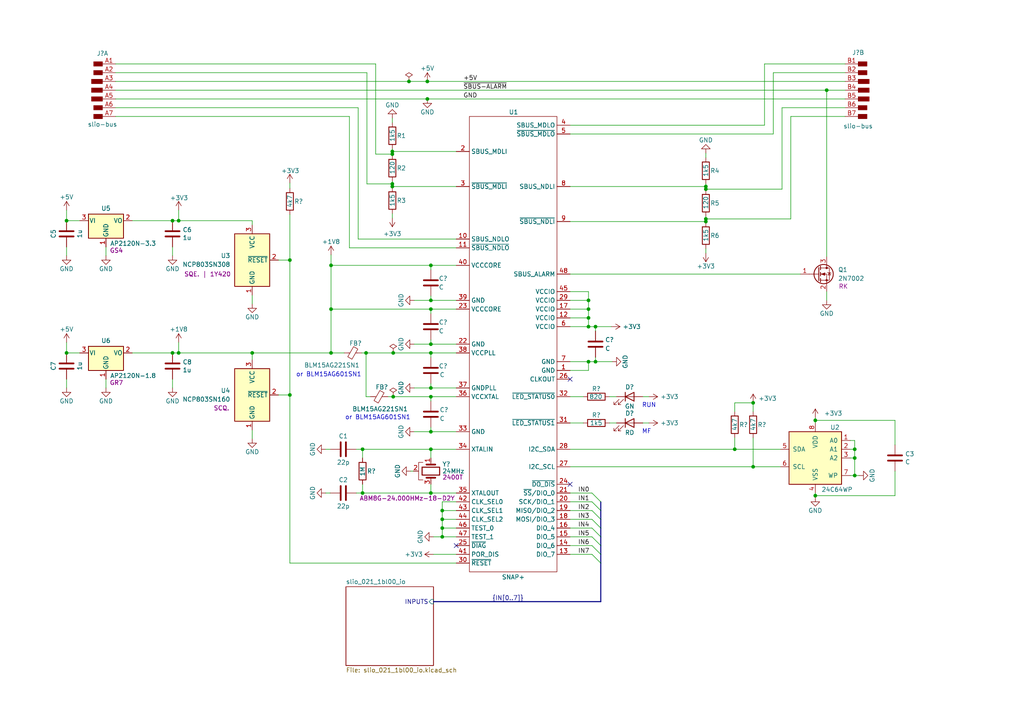
<source format=kicad_sch>
(kicad_sch (version 20211123) (generator eeschema)

  (uuid 26c1883b-b1bf-4804-874b-5a08bb1adb0d)

  (paper "A4")

  (title_block
    (title "Vipa SLIO SM021-1BF00 DI8xDC24V DC")
    (date "2024-11-05")
    (rev "3")
    (company "Reverse engineered, design copyright VIPA GmbH")
    (comment 1 "SLIO Bus interface")
    (comment 2 "Accuracy of components and wiring not guaranteed!")
    (comment 3 "For repair purposes only!")
  )

  (lib_symbols
    (symbol "Device:C" (pin_numbers hide) (pin_names (offset 0.254)) (in_bom yes) (on_board yes)
      (property "Reference" "C" (id 0) (at 0.635 2.54 0)
        (effects (font (size 1.27 1.27)) (justify left))
      )
      (property "Value" "C" (id 1) (at 0.635 -2.54 0)
        (effects (font (size 1.27 1.27)) (justify left))
      )
      (property "Footprint" "" (id 2) (at 0.9652 -3.81 0)
        (effects (font (size 1.27 1.27)) hide)
      )
      (property "Datasheet" "~" (id 3) (at 0 0 0)
        (effects (font (size 1.27 1.27)) hide)
      )
      (property "ki_keywords" "cap capacitor" (id 4) (at 0 0 0)
        (effects (font (size 1.27 1.27)) hide)
      )
      (property "ki_description" "Unpolarized capacitor" (id 5) (at 0 0 0)
        (effects (font (size 1.27 1.27)) hide)
      )
      (property "ki_fp_filters" "C_*" (id 6) (at 0 0 0)
        (effects (font (size 1.27 1.27)) hide)
      )
      (symbol "C_0_1"
        (polyline
          (pts
            (xy -2.032 -0.762)
            (xy 2.032 -0.762)
          )
          (stroke (width 0.508) (type default) (color 0 0 0 0))
          (fill (type none))
        )
        (polyline
          (pts
            (xy -2.032 0.762)
            (xy 2.032 0.762)
          )
          (stroke (width 0.508) (type default) (color 0 0 0 0))
          (fill (type none))
        )
      )
      (symbol "C_1_1"
        (pin passive line (at 0 3.81 270) (length 2.794)
          (name "~" (effects (font (size 1.27 1.27))))
          (number "1" (effects (font (size 1.27 1.27))))
        )
        (pin passive line (at 0 -3.81 90) (length 2.794)
          (name "~" (effects (font (size 1.27 1.27))))
          (number "2" (effects (font (size 1.27 1.27))))
        )
      )
    )
    (symbol "Device:Crystal_GND2" (pin_names (offset 1.016) hide) (in_bom yes) (on_board yes)
      (property "Reference" "Y" (id 0) (at 0 5.715 0)
        (effects (font (size 1.27 1.27)))
      )
      (property "Value" "Crystal_GND2" (id 1) (at 0 3.81 0)
        (effects (font (size 1.27 1.27)))
      )
      (property "Footprint" "" (id 2) (at 0 0 0)
        (effects (font (size 1.27 1.27)) hide)
      )
      (property "Datasheet" "~" (id 3) (at 0 0 0)
        (effects (font (size 1.27 1.27)) hide)
      )
      (property "ki_keywords" "quartz ceramic resonator oscillator" (id 4) (at 0 0 0)
        (effects (font (size 1.27 1.27)) hide)
      )
      (property "ki_description" "Three pin crystal, GND on pin 2" (id 5) (at 0 0 0)
        (effects (font (size 1.27 1.27)) hide)
      )
      (property "ki_fp_filters" "Crystal*" (id 6) (at 0 0 0)
        (effects (font (size 1.27 1.27)) hide)
      )
      (symbol "Crystal_GND2_0_1"
        (rectangle (start -1.143 2.54) (end 1.143 -2.54)
          (stroke (width 0.3048) (type default) (color 0 0 0 0))
          (fill (type none))
        )
        (polyline
          (pts
            (xy -2.54 0)
            (xy -1.905 0)
          )
          (stroke (width 0) (type default) (color 0 0 0 0))
          (fill (type none))
        )
        (polyline
          (pts
            (xy -1.905 -1.27)
            (xy -1.905 1.27)
          )
          (stroke (width 0.508) (type default) (color 0 0 0 0))
          (fill (type none))
        )
        (polyline
          (pts
            (xy 0 -3.81)
            (xy 0 -3.556)
          )
          (stroke (width 0) (type default) (color 0 0 0 0))
          (fill (type none))
        )
        (polyline
          (pts
            (xy 1.905 0)
            (xy 2.54 0)
          )
          (stroke (width 0) (type default) (color 0 0 0 0))
          (fill (type none))
        )
        (polyline
          (pts
            (xy 1.905 1.27)
            (xy 1.905 -1.27)
          )
          (stroke (width 0.508) (type default) (color 0 0 0 0))
          (fill (type none))
        )
        (polyline
          (pts
            (xy -2.54 -2.286)
            (xy -2.54 -3.556)
            (xy 2.54 -3.556)
            (xy 2.54 -2.286)
          )
          (stroke (width 0) (type default) (color 0 0 0 0))
          (fill (type none))
        )
      )
      (symbol "Crystal_GND2_1_1"
        (pin passive line (at -3.81 0 0) (length 1.27)
          (name "1" (effects (font (size 1.27 1.27))))
          (number "1" (effects (font (size 1.27 1.27))))
        )
        (pin passive line (at 0 -5.08 90) (length 1.27)
          (name "2" (effects (font (size 1.27 1.27))))
          (number "2" (effects (font (size 1.27 1.27))))
        )
        (pin passive line (at 3.81 0 180) (length 1.27)
          (name "3" (effects (font (size 1.27 1.27))))
          (number "3" (effects (font (size 1.27 1.27))))
        )
      )
    )
    (symbol "Device:FerriteBead_Small" (pin_numbers hide) (pin_names (offset 0)) (in_bom yes) (on_board yes)
      (property "Reference" "FB" (id 0) (at 1.905 1.27 0)
        (effects (font (size 1.27 1.27)) (justify left))
      )
      (property "Value" "FerriteBead_Small" (id 1) (at 1.905 -1.27 0)
        (effects (font (size 1.27 1.27)) (justify left))
      )
      (property "Footprint" "" (id 2) (at -1.778 0 90)
        (effects (font (size 1.27 1.27)) hide)
      )
      (property "Datasheet" "~" (id 3) (at 0 0 0)
        (effects (font (size 1.27 1.27)) hide)
      )
      (property "ki_keywords" "L ferrite bead inductor filter" (id 4) (at 0 0 0)
        (effects (font (size 1.27 1.27)) hide)
      )
      (property "ki_description" "Ferrite bead, small symbol" (id 5) (at 0 0 0)
        (effects (font (size 1.27 1.27)) hide)
      )
      (property "ki_fp_filters" "Inductor_* L_* *Ferrite*" (id 6) (at 0 0 0)
        (effects (font (size 1.27 1.27)) hide)
      )
      (symbol "FerriteBead_Small_0_1"
        (polyline
          (pts
            (xy 0 -1.27)
            (xy 0 -0.7874)
          )
          (stroke (width 0) (type default) (color 0 0 0 0))
          (fill (type none))
        )
        (polyline
          (pts
            (xy 0 0.889)
            (xy 0 1.2954)
          )
          (stroke (width 0) (type default) (color 0 0 0 0))
          (fill (type none))
        )
        (polyline
          (pts
            (xy -1.8288 0.2794)
            (xy -1.1176 1.4986)
            (xy 1.8288 -0.2032)
            (xy 1.1176 -1.4224)
            (xy -1.8288 0.2794)
          )
          (stroke (width 0) (type default) (color 0 0 0 0))
          (fill (type none))
        )
      )
      (symbol "FerriteBead_Small_1_1"
        (pin passive line (at 0 2.54 270) (length 1.27)
          (name "~" (effects (font (size 1.27 1.27))))
          (number "1" (effects (font (size 1.27 1.27))))
        )
        (pin passive line (at 0 -2.54 90) (length 1.27)
          (name "~" (effects (font (size 1.27 1.27))))
          (number "2" (effects (font (size 1.27 1.27))))
        )
      )
    )
    (symbol "Device:LED" (pin_numbers hide) (pin_names (offset 1.016) hide) (in_bom yes) (on_board yes)
      (property "Reference" "D" (id 0) (at 0 2.54 0)
        (effects (font (size 1.27 1.27)))
      )
      (property "Value" "LED" (id 1) (at 0 -2.54 0)
        (effects (font (size 1.27 1.27)))
      )
      (property "Footprint" "" (id 2) (at 0 0 0)
        (effects (font (size 1.27 1.27)) hide)
      )
      (property "Datasheet" "~" (id 3) (at 0 0 0)
        (effects (font (size 1.27 1.27)) hide)
      )
      (property "ki_keywords" "LED diode" (id 4) (at 0 0 0)
        (effects (font (size 1.27 1.27)) hide)
      )
      (property "ki_description" "Light emitting diode" (id 5) (at 0 0 0)
        (effects (font (size 1.27 1.27)) hide)
      )
      (property "ki_fp_filters" "LED* LED_SMD:* LED_THT:*" (id 6) (at 0 0 0)
        (effects (font (size 1.27 1.27)) hide)
      )
      (symbol "LED_0_1"
        (polyline
          (pts
            (xy -1.27 -1.27)
            (xy -1.27 1.27)
          )
          (stroke (width 0.254) (type default) (color 0 0 0 0))
          (fill (type none))
        )
        (polyline
          (pts
            (xy -1.27 0)
            (xy 1.27 0)
          )
          (stroke (width 0) (type default) (color 0 0 0 0))
          (fill (type none))
        )
        (polyline
          (pts
            (xy 1.27 -1.27)
            (xy 1.27 1.27)
            (xy -1.27 0)
            (xy 1.27 -1.27)
          )
          (stroke (width 0.254) (type default) (color 0 0 0 0))
          (fill (type none))
        )
        (polyline
          (pts
            (xy -3.048 -0.762)
            (xy -4.572 -2.286)
            (xy -3.81 -2.286)
            (xy -4.572 -2.286)
            (xy -4.572 -1.524)
          )
          (stroke (width 0) (type default) (color 0 0 0 0))
          (fill (type none))
        )
        (polyline
          (pts
            (xy -1.778 -0.762)
            (xy -3.302 -2.286)
            (xy -2.54 -2.286)
            (xy -3.302 -2.286)
            (xy -3.302 -1.524)
          )
          (stroke (width 0) (type default) (color 0 0 0 0))
          (fill (type none))
        )
      )
      (symbol "LED_1_1"
        (pin passive line (at -3.81 0 0) (length 2.54)
          (name "K" (effects (font (size 1.27 1.27))))
          (number "1" (effects (font (size 1.27 1.27))))
        )
        (pin passive line (at 3.81 0 180) (length 2.54)
          (name "A" (effects (font (size 1.27 1.27))))
          (number "2" (effects (font (size 1.27 1.27))))
        )
      )
    )
    (symbol "Device:Q_NMOS_GSD" (pin_names (offset 0) hide) (in_bom yes) (on_board yes)
      (property "Reference" "Q" (id 0) (at 5.08 1.27 0)
        (effects (font (size 1.27 1.27)) (justify left))
      )
      (property "Value" "Q_NMOS_GSD" (id 1) (at 5.08 -1.27 0)
        (effects (font (size 1.27 1.27)) (justify left))
      )
      (property "Footprint" "" (id 2) (at 5.08 2.54 0)
        (effects (font (size 1.27 1.27)) hide)
      )
      (property "Datasheet" "~" (id 3) (at 0 0 0)
        (effects (font (size 1.27 1.27)) hide)
      )
      (property "ki_keywords" "transistor NMOS N-MOS N-MOSFET" (id 4) (at 0 0 0)
        (effects (font (size 1.27 1.27)) hide)
      )
      (property "ki_description" "N-MOSFET transistor, gate/source/drain" (id 5) (at 0 0 0)
        (effects (font (size 1.27 1.27)) hide)
      )
      (symbol "Q_NMOS_GSD_0_1"
        (polyline
          (pts
            (xy 0.254 0)
            (xy -2.54 0)
          )
          (stroke (width 0) (type default) (color 0 0 0 0))
          (fill (type none))
        )
        (polyline
          (pts
            (xy 0.254 1.905)
            (xy 0.254 -1.905)
          )
          (stroke (width 0.254) (type default) (color 0 0 0 0))
          (fill (type none))
        )
        (polyline
          (pts
            (xy 0.762 -1.27)
            (xy 0.762 -2.286)
          )
          (stroke (width 0.254) (type default) (color 0 0 0 0))
          (fill (type none))
        )
        (polyline
          (pts
            (xy 0.762 0.508)
            (xy 0.762 -0.508)
          )
          (stroke (width 0.254) (type default) (color 0 0 0 0))
          (fill (type none))
        )
        (polyline
          (pts
            (xy 0.762 2.286)
            (xy 0.762 1.27)
          )
          (stroke (width 0.254) (type default) (color 0 0 0 0))
          (fill (type none))
        )
        (polyline
          (pts
            (xy 2.54 2.54)
            (xy 2.54 1.778)
          )
          (stroke (width 0) (type default) (color 0 0 0 0))
          (fill (type none))
        )
        (polyline
          (pts
            (xy 2.54 -2.54)
            (xy 2.54 0)
            (xy 0.762 0)
          )
          (stroke (width 0) (type default) (color 0 0 0 0))
          (fill (type none))
        )
        (polyline
          (pts
            (xy 0.762 -1.778)
            (xy 3.302 -1.778)
            (xy 3.302 1.778)
            (xy 0.762 1.778)
          )
          (stroke (width 0) (type default) (color 0 0 0 0))
          (fill (type none))
        )
        (polyline
          (pts
            (xy 1.016 0)
            (xy 2.032 0.381)
            (xy 2.032 -0.381)
            (xy 1.016 0)
          )
          (stroke (width 0) (type default) (color 0 0 0 0))
          (fill (type outline))
        )
        (polyline
          (pts
            (xy 2.794 0.508)
            (xy 2.921 0.381)
            (xy 3.683 0.381)
            (xy 3.81 0.254)
          )
          (stroke (width 0) (type default) (color 0 0 0 0))
          (fill (type none))
        )
        (polyline
          (pts
            (xy 3.302 0.381)
            (xy 2.921 -0.254)
            (xy 3.683 -0.254)
            (xy 3.302 0.381)
          )
          (stroke (width 0) (type default) (color 0 0 0 0))
          (fill (type none))
        )
        (circle (center 1.651 0) (radius 2.794)
          (stroke (width 0.254) (type default) (color 0 0 0 0))
          (fill (type none))
        )
        (circle (center 2.54 -1.778) (radius 0.254)
          (stroke (width 0) (type default) (color 0 0 0 0))
          (fill (type outline))
        )
        (circle (center 2.54 1.778) (radius 0.254)
          (stroke (width 0) (type default) (color 0 0 0 0))
          (fill (type outline))
        )
      )
      (symbol "Q_NMOS_GSD_1_1"
        (pin input line (at -5.08 0 0) (length 2.54)
          (name "G" (effects (font (size 1.27 1.27))))
          (number "1" (effects (font (size 1.27 1.27))))
        )
        (pin passive line (at 2.54 -5.08 90) (length 2.54)
          (name "S" (effects (font (size 1.27 1.27))))
          (number "2" (effects (font (size 1.27 1.27))))
        )
        (pin passive line (at 2.54 5.08 270) (length 2.54)
          (name "D" (effects (font (size 1.27 1.27))))
          (number "3" (effects (font (size 1.27 1.27))))
        )
      )
    )
    (symbol "Device:R" (pin_numbers hide) (pin_names (offset 0)) (in_bom yes) (on_board yes)
      (property "Reference" "R" (id 0) (at 2.032 0 90)
        (effects (font (size 1.27 1.27)))
      )
      (property "Value" "R" (id 1) (at 0 0 90)
        (effects (font (size 1.27 1.27)))
      )
      (property "Footprint" "" (id 2) (at -1.778 0 90)
        (effects (font (size 1.27 1.27)) hide)
      )
      (property "Datasheet" "~" (id 3) (at 0 0 0)
        (effects (font (size 1.27 1.27)) hide)
      )
      (property "ki_keywords" "R res resistor" (id 4) (at 0 0 0)
        (effects (font (size 1.27 1.27)) hide)
      )
      (property "ki_description" "Resistor" (id 5) (at 0 0 0)
        (effects (font (size 1.27 1.27)) hide)
      )
      (property "ki_fp_filters" "R_*" (id 6) (at 0 0 0)
        (effects (font (size 1.27 1.27)) hide)
      )
      (symbol "R_0_1"
        (rectangle (start -1.016 -2.54) (end 1.016 2.54)
          (stroke (width 0.254) (type default) (color 0 0 0 0))
          (fill (type none))
        )
      )
      (symbol "R_1_1"
        (pin passive line (at 0 3.81 270) (length 1.27)
          (name "~" (effects (font (size 1.27 1.27))))
          (number "1" (effects (font (size 1.27 1.27))))
        )
        (pin passive line (at 0 -3.81 90) (length 1.27)
          (name "~" (effects (font (size 1.27 1.27))))
          (number "2" (effects (font (size 1.27 1.27))))
        )
      )
    )
    (symbol "Memory_NVRAM:FM24C64B" (pin_names (offset 1.016)) (in_bom yes) (on_board yes)
      (property "Reference" "U" (id 0) (at -5.08 8.89 0)
        (effects (font (size 1.27 1.27)))
      )
      (property "Value" "FM24C64B" (id 1) (at 6.35 -8.89 0)
        (effects (font (size 1.27 1.27)))
      )
      (property "Footprint" "Package_SO:SOIC-8_3.9x4.9mm_P1.27mm" (id 2) (at 0 0 0)
        (effects (font (size 1.27 1.27)) hide)
      )
      (property "Datasheet" "http://www.cypress.com/file/41651/download" (id 3) (at -5.08 8.89 0)
        (effects (font (size 1.27 1.27)) hide)
      )
      (property "ki_keywords" "FRAM I2C Serial 5V FRAM NVRAM" (id 4) (at 0 0 0)
        (effects (font (size 1.27 1.27)) hide)
      )
      (property "ki_description" "64Kb serial FRAM nonvolatile Memory, SOIC-8" (id 5) (at 0 0 0)
        (effects (font (size 1.27 1.27)) hide)
      )
      (property "ki_fp_filters" "SOIC*3.9x4.9mm*P1.27mm*" (id 6) (at 0 0 0)
        (effects (font (size 1.27 1.27)) hide)
      )
      (symbol "FM24C64B_0_1"
        (rectangle (start -7.62 7.62) (end 7.62 -7.62)
          (stroke (width 0.254) (type default) (color 0 0 0 0))
          (fill (type background))
        )
      )
      (symbol "FM24C64B_1_1"
        (pin input line (at -10.16 5.08 0) (length 2.54)
          (name "A0" (effects (font (size 1.27 1.27))))
          (number "1" (effects (font (size 1.27 1.27))))
        )
        (pin input line (at -10.16 2.54 0) (length 2.54)
          (name "A1" (effects (font (size 1.27 1.27))))
          (number "2" (effects (font (size 1.27 1.27))))
        )
        (pin input line (at -10.16 0 0) (length 2.54)
          (name "A2" (effects (font (size 1.27 1.27))))
          (number "3" (effects (font (size 1.27 1.27))))
        )
        (pin power_in line (at 0 -10.16 90) (length 2.54)
          (name "VSS" (effects (font (size 1.27 1.27))))
          (number "4" (effects (font (size 1.27 1.27))))
        )
        (pin bidirectional line (at 10.16 2.54 180) (length 2.54)
          (name "SDA" (effects (font (size 1.27 1.27))))
          (number "5" (effects (font (size 1.27 1.27))))
        )
        (pin input line (at 10.16 -2.54 180) (length 2.54)
          (name "SCL" (effects (font (size 1.27 1.27))))
          (number "6" (effects (font (size 1.27 1.27))))
        )
        (pin input line (at -10.16 -5.08 0) (length 2.54)
          (name "WP" (effects (font (size 1.27 1.27))))
          (number "7" (effects (font (size 1.27 1.27))))
        )
        (pin power_in line (at 0 10.16 270) (length 2.54)
          (name "VDD" (effects (font (size 1.27 1.27))))
          (number "8" (effects (font (size 1.27 1.27))))
        )
      )
    )
    (symbol "Power_Supervisor:LM809" (in_bom yes) (on_board yes)
      (property "Reference" "U" (id 0) (at 2.54 12.7 0)
        (effects (font (size 1.27 1.27)))
      )
      (property "Value" "LM809" (id 1) (at 5.08 10.16 0)
        (effects (font (size 1.27 1.27)))
      )
      (property "Footprint" "Package_TO_SOT_SMD:SOT-23" (id 2) (at 7.62 2.54 0)
        (effects (font (size 1.27 1.27)) hide)
      )
      (property "Datasheet" "http://www.ti.com/lit/ds/symlink/lm809.pdf" (id 3) (at 7.62 2.54 0)
        (effects (font (size 1.27 1.27)) hide)
      )
      (property "ki_keywords" "reset supervisor" (id 4) (at 0 0 0)
        (effects (font (size 1.27 1.27)) hide)
      )
      (property "ki_description" "Microprocessor Reset (active-low) Circuit, SOT-23" (id 5) (at 0 0 0)
        (effects (font (size 1.27 1.27)) hide)
      )
      (property "ki_fp_filters" "SOT?23*" (id 6) (at 0 0 0)
        (effects (font (size 1.27 1.27)) hide)
      )
      (symbol "LM809_0_1"
        (rectangle (start 5.08 7.62) (end -5.08 -7.62)
          (stroke (width 0.254) (type default) (color 0 0 0 0))
          (fill (type background))
        )
      )
      (symbol "LM809_1_1"
        (pin power_in line (at 0 -10.16 90) (length 2.54)
          (name "GND" (effects (font (size 1.27 1.27))))
          (number "1" (effects (font (size 1.27 1.27))))
        )
        (pin output line (at 7.62 0 180) (length 2.54)
          (name "~{RESET}" (effects (font (size 1.27 1.27))))
          (number "2" (effects (font (size 1.27 1.27))))
        )
        (pin power_in line (at 0 10.16 270) (length 2.54)
          (name "VCC" (effects (font (size 1.27 1.27))))
          (number "3" (effects (font (size 1.27 1.27))))
        )
      )
    )
    (symbol "Regulator_Linear:AP2127N-3.3" (pin_names (offset 0.254)) (in_bom yes) (on_board yes)
      (property "Reference" "U" (id 0) (at -3.81 3.175 0)
        (effects (font (size 1.27 1.27)))
      )
      (property "Value" "AP2127N-3.3" (id 1) (at 0 3.175 0)
        (effects (font (size 1.27 1.27)) (justify left))
      )
      (property "Footprint" "Package_TO_SOT_SMD:SOT-23" (id 2) (at 0 5.715 0)
        (effects (font (size 1.27 1.27) italic) hide)
      )
      (property "Datasheet" "https://www.diodes.com/assets/Datasheets/AP2127.pdf" (id 3) (at 0 0 0)
        (effects (font (size 1.27 1.27)) hide)
      )
      (property "ki_keywords" "linear regulator ldo fixed positive" (id 4) (at 0 0 0)
        (effects (font (size 1.27 1.27)) hide)
      )
      (property "ki_description" "300mA low dropout linear regulator, shutdown pin, 2.5V-6V input voltage, 3.3V fixed positive output, SOT-23 package" (id 5) (at 0 0 0)
        (effects (font (size 1.27 1.27)) hide)
      )
      (property "ki_fp_filters" "SOT?23*" (id 6) (at 0 0 0)
        (effects (font (size 1.27 1.27)) hide)
      )
      (symbol "AP2127N-3.3_0_1"
        (rectangle (start -5.08 1.905) (end 5.08 -5.08)
          (stroke (width 0.254) (type default) (color 0 0 0 0))
          (fill (type background))
        )
      )
      (symbol "AP2127N-3.3_1_1"
        (pin power_in line (at 0 -7.62 90) (length 2.54)
          (name "GND" (effects (font (size 1.27 1.27))))
          (number "1" (effects (font (size 1.27 1.27))))
        )
        (pin power_out line (at 7.62 0 180) (length 2.54)
          (name "VO" (effects (font (size 1.27 1.27))))
          (number "2" (effects (font (size 1.27 1.27))))
        )
        (pin power_in line (at -7.62 0 0) (length 2.54)
          (name "VI" (effects (font (size 1.27 1.27))))
          (number "3" (effects (font (size 1.27 1.27))))
        )
      )
    )
    (symbol "power:+1V8" (power) (pin_names (offset 0)) (in_bom yes) (on_board yes)
      (property "Reference" "#PWR" (id 0) (at 0 -3.81 0)
        (effects (font (size 1.27 1.27)) hide)
      )
      (property "Value" "+1V8" (id 1) (at 0 3.556 0)
        (effects (font (size 1.27 1.27)))
      )
      (property "Footprint" "" (id 2) (at 0 0 0)
        (effects (font (size 1.27 1.27)) hide)
      )
      (property "Datasheet" "" (id 3) (at 0 0 0)
        (effects (font (size 1.27 1.27)) hide)
      )
      (property "ki_keywords" "global power" (id 4) (at 0 0 0)
        (effects (font (size 1.27 1.27)) hide)
      )
      (property "ki_description" "Power symbol creates a global label with name \"+1V8\"" (id 5) (at 0 0 0)
        (effects (font (size 1.27 1.27)) hide)
      )
      (symbol "+1V8_0_1"
        (polyline
          (pts
            (xy -0.762 1.27)
            (xy 0 2.54)
          )
          (stroke (width 0) (type default) (color 0 0 0 0))
          (fill (type none))
        )
        (polyline
          (pts
            (xy 0 0)
            (xy 0 2.54)
          )
          (stroke (width 0) (type default) (color 0 0 0 0))
          (fill (type none))
        )
        (polyline
          (pts
            (xy 0 2.54)
            (xy 0.762 1.27)
          )
          (stroke (width 0) (type default) (color 0 0 0 0))
          (fill (type none))
        )
      )
      (symbol "+1V8_1_1"
        (pin power_in line (at 0 0 90) (length 0) hide
          (name "+1V8" (effects (font (size 1.27 1.27))))
          (number "1" (effects (font (size 1.27 1.27))))
        )
      )
    )
    (symbol "power:+3V3" (power) (pin_names (offset 0)) (in_bom yes) (on_board yes)
      (property "Reference" "#PWR" (id 0) (at 0 -3.81 0)
        (effects (font (size 1.27 1.27)) hide)
      )
      (property "Value" "+3V3" (id 1) (at 0 3.556 0)
        (effects (font (size 1.27 1.27)))
      )
      (property "Footprint" "" (id 2) (at 0 0 0)
        (effects (font (size 1.27 1.27)) hide)
      )
      (property "Datasheet" "" (id 3) (at 0 0 0)
        (effects (font (size 1.27 1.27)) hide)
      )
      (property "ki_keywords" "global power" (id 4) (at 0 0 0)
        (effects (font (size 1.27 1.27)) hide)
      )
      (property "ki_description" "Power symbol creates a global label with name \"+3V3\"" (id 5) (at 0 0 0)
        (effects (font (size 1.27 1.27)) hide)
      )
      (symbol "+3V3_0_1"
        (polyline
          (pts
            (xy -0.762 1.27)
            (xy 0 2.54)
          )
          (stroke (width 0) (type default) (color 0 0 0 0))
          (fill (type none))
        )
        (polyline
          (pts
            (xy 0 0)
            (xy 0 2.54)
          )
          (stroke (width 0) (type default) (color 0 0 0 0))
          (fill (type none))
        )
        (polyline
          (pts
            (xy 0 2.54)
            (xy 0.762 1.27)
          )
          (stroke (width 0) (type default) (color 0 0 0 0))
          (fill (type none))
        )
      )
      (symbol "+3V3_1_1"
        (pin power_in line (at 0 0 90) (length 0) hide
          (name "+3V3" (effects (font (size 1.27 1.27))))
          (number "1" (effects (font (size 1.27 1.27))))
        )
      )
    )
    (symbol "power:+5V" (power) (pin_names (offset 0)) (in_bom yes) (on_board yes)
      (property "Reference" "#PWR" (id 0) (at 0 -3.81 0)
        (effects (font (size 1.27 1.27)) hide)
      )
      (property "Value" "+5V" (id 1) (at 0 3.556 0)
        (effects (font (size 1.27 1.27)))
      )
      (property "Footprint" "" (id 2) (at 0 0 0)
        (effects (font (size 1.27 1.27)) hide)
      )
      (property "Datasheet" "" (id 3) (at 0 0 0)
        (effects (font (size 1.27 1.27)) hide)
      )
      (property "ki_keywords" "global power" (id 4) (at 0 0 0)
        (effects (font (size 1.27 1.27)) hide)
      )
      (property "ki_description" "Power symbol creates a global label with name \"+5V\"" (id 5) (at 0 0 0)
        (effects (font (size 1.27 1.27)) hide)
      )
      (symbol "+5V_0_1"
        (polyline
          (pts
            (xy -0.762 1.27)
            (xy 0 2.54)
          )
          (stroke (width 0) (type default) (color 0 0 0 0))
          (fill (type none))
        )
        (polyline
          (pts
            (xy 0 0)
            (xy 0 2.54)
          )
          (stroke (width 0) (type default) (color 0 0 0 0))
          (fill (type none))
        )
        (polyline
          (pts
            (xy 0 2.54)
            (xy 0.762 1.27)
          )
          (stroke (width 0) (type default) (color 0 0 0 0))
          (fill (type none))
        )
      )
      (symbol "+5V_1_1"
        (pin power_in line (at 0 0 90) (length 0) hide
          (name "+5V" (effects (font (size 1.27 1.27))))
          (number "1" (effects (font (size 1.27 1.27))))
        )
      )
    )
    (symbol "power:GND" (power) (pin_names (offset 0)) (in_bom yes) (on_board yes)
      (property "Reference" "#PWR" (id 0) (at 0 -6.35 0)
        (effects (font (size 1.27 1.27)) hide)
      )
      (property "Value" "GND" (id 1) (at 0 -3.81 0)
        (effects (font (size 1.27 1.27)))
      )
      (property "Footprint" "" (id 2) (at 0 0 0)
        (effects (font (size 1.27 1.27)) hide)
      )
      (property "Datasheet" "" (id 3) (at 0 0 0)
        (effects (font (size 1.27 1.27)) hide)
      )
      (property "ki_keywords" "global power" (id 4) (at 0 0 0)
        (effects (font (size 1.27 1.27)) hide)
      )
      (property "ki_description" "Power symbol creates a global label with name \"GND\" , ground" (id 5) (at 0 0 0)
        (effects (font (size 1.27 1.27)) hide)
      )
      (symbol "GND_0_1"
        (polyline
          (pts
            (xy 0 0)
            (xy 0 -1.27)
            (xy 1.27 -1.27)
            (xy 0 -2.54)
            (xy -1.27 -1.27)
            (xy 0 -1.27)
          )
          (stroke (width 0) (type default) (color 0 0 0 0))
          (fill (type none))
        )
      )
      (symbol "GND_1_1"
        (pin power_in line (at 0 0 270) (length 0) hide
          (name "GND" (effects (font (size 1.27 1.27))))
          (number "1" (effects (font (size 1.27 1.27))))
        )
      )
    )
    (symbol "power:PWR_FLAG" (power) (pin_numbers hide) (pin_names (offset 0) hide) (in_bom yes) (on_board yes)
      (property "Reference" "#FLG" (id 0) (at 0 1.905 0)
        (effects (font (size 1.27 1.27)) hide)
      )
      (property "Value" "PWR_FLAG" (id 1) (at 0 3.81 0)
        (effects (font (size 1.27 1.27)))
      )
      (property "Footprint" "" (id 2) (at 0 0 0)
        (effects (font (size 1.27 1.27)) hide)
      )
      (property "Datasheet" "~" (id 3) (at 0 0 0)
        (effects (font (size 1.27 1.27)) hide)
      )
      (property "ki_keywords" "flag power" (id 4) (at 0 0 0)
        (effects (font (size 1.27 1.27)) hide)
      )
      (property "ki_description" "Special symbol for telling ERC where power comes from" (id 5) (at 0 0 0)
        (effects (font (size 1.27 1.27)) hide)
      )
      (symbol "PWR_FLAG_0_0"
        (pin power_out line (at 0 0 90) (length 0)
          (name "pwr" (effects (font (size 1.27 1.27))))
          (number "1" (effects (font (size 1.27 1.27))))
        )
      )
      (symbol "PWR_FLAG_0_1"
        (polyline
          (pts
            (xy 0 0)
            (xy 0 1.27)
            (xy -1.016 1.905)
            (xy 0 2.54)
            (xy 1.016 1.905)
            (xy 0 1.27)
          )
          (stroke (width 0) (type default) (color 0 0 0 0))
          (fill (type none))
        )
      )
    )
    (symbol "private:SNAP+" (in_bom yes) (on_board yes)
      (property "Reference" "U" (id 0) (at -1.27 77.47 0)
        (effects (font (size 1.27 1.27)))
      )
      (property "Value" "SNAP+" (id 1) (at 0 -57.785 0)
        (effects (font (size 1.27 1.27)))
      )
      (property "Footprint" "" (id 2) (at -1.27 -14.605 0)
        (effects (font (size 1.27 1.27)) hide)
      )
      (property "Datasheet" "" (id 3) (at -1.27 -14.605 0)
        (effects (font (size 1.27 1.27)) hide)
      )
      (symbol "SNAP+_0_1"
        (rectangle (start -12.7 76.2) (end 12.7 -55.88)
          (stroke (width 0) (type default) (color 0 0 0 0))
          (fill (type none))
        )
      )
      (symbol "SNAP+_1_1"
        (pin power_in line (at 16.51 2.54 180) (length 3.81)
          (name "GND" (effects (font (size 1.27 1.27))))
          (number "1" (effects (font (size 1.27 1.27))))
        )
        (pin output line (at -16.51 40.64 0) (length 3.81)
          (name "SBUS_NDLO" (effects (font (size 1.27 1.27))))
          (number "10" (effects (font (size 1.27 1.27))))
        )
        (pin output line (at -16.51 38.1 0) (length 3.81)
          (name "~{SBUS_NDLO}" (effects (font (size 1.27 1.27))))
          (number "11" (effects (font (size 1.27 1.27))))
        )
        (pin power_in line (at 16.51 17.78 180) (length 3.81)
          (name "VCCIO" (effects (font (size 1.27 1.27))))
          (number "12" (effects (font (size 1.27 1.27))))
        )
        (pin bidirectional line (at 16.51 -50.8 180) (length 3.81)
          (name "DIO_7" (effects (font (size 1.27 1.27))))
          (number "13" (effects (font (size 1.27 1.27))))
        )
        (pin bidirectional line (at 16.51 -48.26 180) (length 3.81)
          (name "DIO_6" (effects (font (size 1.27 1.27))))
          (number "14" (effects (font (size 1.27 1.27))))
        )
        (pin bidirectional line (at 16.51 -45.72 180) (length 3.81)
          (name "DIO_5" (effects (font (size 1.27 1.27))))
          (number "15" (effects (font (size 1.27 1.27))))
        )
        (pin bidirectional line (at 16.51 -43.18 180) (length 3.81)
          (name "DIO_4" (effects (font (size 1.27 1.27))))
          (number "16" (effects (font (size 1.27 1.27))))
        )
        (pin power_in line (at 16.51 20.32 180) (length 3.81)
          (name "VCCIO" (effects (font (size 1.27 1.27))))
          (number "17" (effects (font (size 1.27 1.27))))
        )
        (pin bidirectional line (at 16.51 -40.64 180) (length 3.81)
          (name "MOSI/DIO_3" (effects (font (size 1.27 1.27))))
          (number "18" (effects (font (size 1.27 1.27))))
        )
        (pin bidirectional line (at 16.51 -38.1 180) (length 3.81)
          (name "MISO/DIO_2" (effects (font (size 1.27 1.27))))
          (number "19" (effects (font (size 1.27 1.27))))
        )
        (pin input line (at -16.51 66.04 0) (length 3.81)
          (name "SBUS_MDLI" (effects (font (size 1.27 1.27))))
          (number "2" (effects (font (size 1.27 1.27))))
        )
        (pin bidirectional line (at 16.51 -35.56 180) (length 3.81)
          (name "SCK/DIO_1" (effects (font (size 1.27 1.27))))
          (number "20" (effects (font (size 1.27 1.27))))
        )
        (pin bidirectional line (at 16.51 -33.02 180) (length 3.81)
          (name "~{SS}/DIO_0" (effects (font (size 1.27 1.27))))
          (number "21" (effects (font (size 1.27 1.27))))
        )
        (pin power_in line (at -16.51 10.16 0) (length 3.81)
          (name "GND" (effects (font (size 1.27 1.27))))
          (number "22" (effects (font (size 1.27 1.27))))
        )
        (pin power_in line (at -16.51 20.32 0) (length 3.81)
          (name "VCCCORE" (effects (font (size 1.27 1.27))))
          (number "23" (effects (font (size 1.27 1.27))))
        )
        (pin output line (at 16.51 -30.48 180) (length 3.81)
          (name "~{DO_DIS}" (effects (font (size 1.27 1.27))))
          (number "24" (effects (font (size 1.27 1.27))))
        )
        (pin input line (at -16.51 -48.26 0) (length 3.81)
          (name "~{DIAG}" (effects (font (size 1.27 1.27))))
          (number "25" (effects (font (size 1.27 1.27))))
        )
        (pin output line (at 16.51 0 180) (length 3.81)
          (name "CLKOUT" (effects (font (size 1.27 1.27))))
          (number "26" (effects (font (size 1.27 1.27))))
        )
        (pin output line (at 16.51 -25.4 180) (length 3.81)
          (name "I2C_SCL" (effects (font (size 1.27 1.27))))
          (number "27" (effects (font (size 1.27 1.27))))
        )
        (pin bidirectional line (at 16.51 -20.32 180) (length 3.81)
          (name "I2C_SDA" (effects (font (size 1.27 1.27))))
          (number "28" (effects (font (size 1.27 1.27))))
        )
        (pin power_in line (at 16.51 22.86 180) (length 3.81)
          (name "VCCIO" (effects (font (size 1.27 1.27))))
          (number "29" (effects (font (size 1.27 1.27))))
        )
        (pin input line (at -16.51 55.88 0) (length 3.81)
          (name "~{SBUS_MDLI}" (effects (font (size 1.27 1.27))))
          (number "3" (effects (font (size 1.27 1.27))))
        )
        (pin input line (at -16.51 -53.34 0) (length 3.81)
          (name "~{RESET}" (effects (font (size 1.27 1.27))))
          (number "30" (effects (font (size 1.27 1.27))))
        )
        (pin output line (at 16.51 -12.7 180) (length 3.81)
          (name "~{LED_STATUS1}" (effects (font (size 1.27 1.27))))
          (number "31" (effects (font (size 1.27 1.27))))
        )
        (pin output line (at 16.51 -5.08 180) (length 3.81)
          (name "~{LED_STATUS0}" (effects (font (size 1.27 1.27))))
          (number "32" (effects (font (size 1.27 1.27))))
        )
        (pin power_in line (at -16.51 -15.24 0) (length 3.81)
          (name "GND" (effects (font (size 1.27 1.27))))
          (number "33" (effects (font (size 1.27 1.27))))
        )
        (pin input line (at -16.51 -20.32 0) (length 3.81)
          (name "XTALIN" (effects (font (size 1.27 1.27))))
          (number "34" (effects (font (size 1.27 1.27))))
        )
        (pin output line (at -16.51 -33.02 0) (length 3.81)
          (name "XTALOUT" (effects (font (size 1.27 1.27))))
          (number "35" (effects (font (size 1.27 1.27))))
        )
        (pin power_in line (at -16.51 -5.08 0) (length 3.81)
          (name "VCCXTAL" (effects (font (size 1.27 1.27))))
          (number "36" (effects (font (size 1.27 1.27))))
        )
        (pin power_in line (at -16.51 -2.54 0) (length 3.81)
          (name "GNDPLL" (effects (font (size 1.27 1.27))))
          (number "37" (effects (font (size 1.27 1.27))))
        )
        (pin power_in line (at -16.51 7.62 0) (length 3.81)
          (name "VCCPLL" (effects (font (size 1.27 1.27))))
          (number "38" (effects (font (size 1.27 1.27))))
        )
        (pin power_in line (at -16.51 22.86 0) (length 3.81)
          (name "GND" (effects (font (size 1.27 1.27))))
          (number "39" (effects (font (size 1.27 1.27))))
        )
        (pin output line (at 16.51 73.66 180) (length 3.81)
          (name "SBUS_MDLO" (effects (font (size 1.27 1.27))))
          (number "4" (effects (font (size 1.27 1.27))))
        )
        (pin power_in line (at -16.51 33.02 0) (length 3.81)
          (name "VCCCORE" (effects (font (size 1.27 1.27))))
          (number "40" (effects (font (size 1.27 1.27))))
        )
        (pin input line (at -16.51 -50.8 0) (length 3.81)
          (name "POR_DIS" (effects (font (size 1.27 1.27))))
          (number "41" (effects (font (size 1.27 1.27))))
        )
        (pin input line (at -16.51 -35.56 0) (length 3.81)
          (name "CLK_SEL0" (effects (font (size 1.27 1.27))))
          (number "42" (effects (font (size 1.27 1.27))))
        )
        (pin input line (at -16.51 -38.1 0) (length 3.81)
          (name "CLK_SEL1" (effects (font (size 1.27 1.27))))
          (number "43" (effects (font (size 1.27 1.27))))
        )
        (pin input line (at -16.51 -40.64 0) (length 3.81)
          (name "CLK_SEL2" (effects (font (size 1.27 1.27))))
          (number "44" (effects (font (size 1.27 1.27))))
        )
        (pin power_in line (at 16.51 25.4 180) (length 3.81)
          (name "VCCIO" (effects (font (size 1.27 1.27))))
          (number "45" (effects (font (size 1.27 1.27))))
        )
        (pin input line (at -16.51 -43.18 0) (length 3.81)
          (name "TEST_0" (effects (font (size 1.27 1.27))))
          (number "46" (effects (font (size 1.27 1.27))))
        )
        (pin input line (at -16.51 -45.72 0) (length 3.81)
          (name "TEST_1" (effects (font (size 1.27 1.27))))
          (number "47" (effects (font (size 1.27 1.27))))
        )
        (pin output line (at 16.51 30.48 180) (length 3.81)
          (name "SBUS_ALARM" (effects (font (size 1.27 1.27))))
          (number "48" (effects (font (size 1.27 1.27))))
        )
        (pin output line (at 16.51 71.12 180) (length 3.81)
          (name "~{SBUS_MDLO}" (effects (font (size 1.27 1.27))))
          (number "5" (effects (font (size 1.27 1.27))))
        )
        (pin power_in line (at 16.51 15.24 180) (length 3.81)
          (name "VCCIO" (effects (font (size 1.27 1.27))))
          (number "6" (effects (font (size 1.27 1.27))))
        )
        (pin power_in line (at 16.51 5.08 180) (length 3.81)
          (name "GND" (effects (font (size 1.27 1.27))))
          (number "7" (effects (font (size 1.27 1.27))))
        )
        (pin input line (at 16.51 55.88 180) (length 3.81)
          (name "SBUS_NDLI" (effects (font (size 1.27 1.27))))
          (number "8" (effects (font (size 1.27 1.27))))
        )
        (pin input line (at 16.51 45.72 180) (length 3.81)
          (name "~{SBUS_NDLI}" (effects (font (size 1.27 1.27))))
          (number "9" (effects (font (size 1.27 1.27))))
        )
      )
    )
    (symbol "private:slio-bus" (pin_names hide) (in_bom no) (on_board yes)
      (property "Reference" "J" (id 0) (at -0.635 10.795 0)
        (effects (font (size 1.27 1.27)))
      )
      (property "Value" "slio-bus" (id 1) (at 0 -10.16 0)
        (effects (font (size 1.27 1.27)))
      )
      (property "Footprint" "" (id 2) (at -3.175 0 0)
        (effects (font (size 1.27 1.27)) hide)
      )
      (property "Datasheet" "" (id 3) (at -3.175 0 0)
        (effects (font (size 1.27 1.27)) hide)
      )
      (symbol "slio-bus_1_1"
        (rectangle (start -3.175 -3.175) (end 0 -1.905)
          (stroke (width 0) (type default) (color 0 0 0 0))
          (fill (type outline))
        )
        (rectangle (start -3.175 -0.635) (end 0 0.635)
          (stroke (width 0) (type default) (color 0 0 0 0))
          (fill (type outline))
        )
        (rectangle (start -3.175 1.905) (end 0 3.175)
          (stroke (width 0) (type default) (color 0 0 0 0))
          (fill (type outline))
        )
        (rectangle (start -2.54 -8.255) (end 0 -6.985)
          (stroke (width 0) (type default) (color 0 0 0 0))
          (fill (type outline))
        )
        (rectangle (start -2.54 -5.715) (end 0 -4.445)
          (stroke (width 0) (type default) (color 0 0 0 0))
          (fill (type outline))
        )
        (rectangle (start -2.54 4.445) (end 0 5.715)
          (stroke (width 0) (type default) (color 0 0 0 0))
          (fill (type outline))
        )
        (rectangle (start -2.54 6.985) (end 0 8.255)
          (stroke (width 0) (type default) (color 0 0 0 0))
          (fill (type outline))
        )
        (pin passive line (at 3.81 7.62 180) (length 3.81)
          (name "A1" (effects (font (size 1.27 1.27))))
          (number "A1" (effects (font (size 1.27 1.27))))
        )
        (pin passive line (at 3.81 5.08 180) (length 3.81)
          (name "A2" (effects (font (size 1.27 1.27))))
          (number "A2" (effects (font (size 1.27 1.27))))
        )
        (pin passive line (at 3.81 2.54 180) (length 3.81)
          (name "A3" (effects (font (size 1.27 1.27))))
          (number "A3" (effects (font (size 1.27 1.27))))
        )
        (pin passive line (at 3.81 0 180) (length 3.81)
          (name "A4" (effects (font (size 1.27 1.27))))
          (number "A4" (effects (font (size 1.27 1.27))))
        )
        (pin passive line (at 3.81 -2.54 180) (length 3.81)
          (name "A5" (effects (font (size 1.27 1.27))))
          (number "A5" (effects (font (size 1.27 1.27))))
        )
        (pin passive line (at 3.81 -5.08 180) (length 3.81)
          (name "A6" (effects (font (size 1.27 1.27))))
          (number "A6" (effects (font (size 1.27 1.27))))
        )
        (pin passive line (at 3.81 -7.62 180) (length 3.81)
          (name "A7" (effects (font (size 1.27 1.27))))
          (number "A7" (effects (font (size 1.27 1.27))))
        )
      )
      (symbol "slio-bus_2_1"
        (rectangle (start 0 -6.985) (end 2.54 -8.255)
          (stroke (width 0) (type default) (color 0 0 0 0))
          (fill (type outline))
        )
        (rectangle (start 0 -4.445) (end 2.54 -5.715)
          (stroke (width 0) (type default) (color 0 0 0 0))
          (fill (type outline))
        )
        (rectangle (start 0 -1.905) (end 3.175 -3.175)
          (stroke (width 0) (type default) (color 0 0 0 0))
          (fill (type outline))
        )
        (rectangle (start 0 0.635) (end 3.175 -0.635)
          (stroke (width 0) (type default) (color 0 0 0 0))
          (fill (type outline))
        )
        (rectangle (start 0 3.175) (end 3.175 1.905)
          (stroke (width 0) (type default) (color 0 0 0 0))
          (fill (type outline))
        )
        (rectangle (start 0 5.715) (end 2.54 4.445)
          (stroke (width 0) (type default) (color 0 0 0 0))
          (fill (type outline))
        )
        (rectangle (start 0 8.255) (end 2.54 6.985)
          (stroke (width 0) (type default) (color 0 0 0 0))
          (fill (type outline))
        )
        (pin passive line (at -3.81 7.62 0) (length 3.81)
          (name "B1" (effects (font (size 1.27 1.27))))
          (number "B1" (effects (font (size 1.27 1.27))))
        )
        (pin passive line (at -3.81 5.08 0) (length 3.81)
          (name "B2" (effects (font (size 1.27 1.27))))
          (number "B2" (effects (font (size 1.27 1.27))))
        )
        (pin passive line (at -3.81 2.54 0) (length 3.81)
          (name "B3" (effects (font (size 1.27 1.27))))
          (number "B3" (effects (font (size 1.27 1.27))))
        )
        (pin passive line (at -3.81 0 0) (length 3.81)
          (name "B4" (effects (font (size 1.27 1.27))))
          (number "B4" (effects (font (size 1.27 1.27))))
        )
        (pin passive line (at -3.81 -2.54 0) (length 3.81)
          (name "B5" (effects (font (size 1.27 1.27))))
          (number "B5" (effects (font (size 1.27 1.27))))
        )
        (pin passive line (at -3.81 -5.08 0) (length 3.81)
          (name "B6" (effects (font (size 1.27 1.27))))
          (number "B6" (effects (font (size 1.27 1.27))))
        )
        (pin passive line (at -3.81 -7.62 0) (length 3.81)
          (name "B7" (effects (font (size 1.27 1.27))))
          (number "B7" (effects (font (size 1.27 1.27))))
        )
      )
    )
  )

  (junction (at 128.27 148.082) (diameter 0) (color 0 0 0 0)
    (uuid 079ecff4-4c86-4331-8356-8faeac2f3095)
  )
  (junction (at 172.72 94.742) (diameter 0) (color 0 0 0 0)
    (uuid 12bd5b1a-fcaa-47d9-97a4-3a745d042ca5)
  )
  (junction (at 106.172 102.362) (diameter 0) (color 0 0 0 0)
    (uuid 2101d299-6266-437f-ace7-1ffcc953d547)
  )
  (junction (at 50.038 64.008) (diameter 0) (color 0 0 0 0)
    (uuid 24da980f-c78a-4954-8a0c-aed43d3c1311)
  )
  (junction (at 50.038 102.362) (diameter 0) (color 0 0 0 0)
    (uuid 2a1f15cb-96e6-4541-8850-68c123063058)
  )
  (junction (at 19.304 102.362) (diameter 0) (color 0 0 0 0)
    (uuid 3180014c-d391-4dc2-a74f-c729156e22be)
  )
  (junction (at 124.968 115.062) (diameter 0) (color 0 0 0 0)
    (uuid 3560f8a5-e9da-4166-94f9-6e951f193d92)
  )
  (junction (at 204.724 54.864) (diameter 0) (color 0 0 0 0)
    (uuid 3afa842d-6d00-461c-bea0-17d8f5f572aa)
  )
  (junction (at 247.904 137.922) (diameter 0) (color 0 0 0 0)
    (uuid 40a6e3bf-9744-43bb-9147-6e0ee7634fcd)
  )
  (junction (at 84.074 114.554) (diameter 0) (color 0 0 0 0)
    (uuid 41e5306a-49a7-4d88-91f3-b3fd69f5bcf1)
  )
  (junction (at 73.152 102.362) (diameter 0) (color 0 0 0 0)
    (uuid 43a1a410-2280-4506-882b-9f7bde2e4f30)
  )
  (junction (at 218.44 135.382) (diameter 0) (color 0 0 0 0)
    (uuid 465c9c99-97cb-4bcf-9e3d-7d0f20fb5570)
  )
  (junction (at 170.688 89.662) (diameter 0) (color 0 0 0 0)
    (uuid 47cedbc8-456c-48d3-b4ad-7c0a105dd434)
  )
  (junction (at 123.952 23.622) (diameter 0) (color 0 0 0 0)
    (uuid 490bb8c6-b947-481b-9a63-7ee55d01e8e6)
  )
  (junction (at 236.474 121.92) (diameter 0) (color 0 0 0 0)
    (uuid 4a064223-b365-4b62-942c-6f415c694383)
  )
  (junction (at 239.776 26.162) (diameter 0) (color 0 0 0 0)
    (uuid 4a3d5ba7-e52b-450b-8905-e76c408f375b)
  )
  (junction (at 113.792 43.942) (diameter 0) (color 0 0 0 0)
    (uuid 4b9a5f31-0a4a-4862-8e5e-8b1efbc8ac64)
  )
  (junction (at 247.904 132.842) (diameter 0) (color 0 0 0 0)
    (uuid 4ea19572-bcb8-452a-93ac-585110950745)
  )
  (junction (at 114.046 115.062) (diameter 0) (color 0 0 0 0)
    (uuid 4f2f372e-52e8-4da4-9d00-36c079d00fed)
  )
  (junction (at 204.724 54.102) (diameter 0) (color 0 0 0 0)
    (uuid 4fb17a01-20f6-4f2e-ad6f-b88f1f14d7da)
  )
  (junction (at 118.618 23.622) (diameter 0) (color 0 0 0 0)
    (uuid 5437e5d2-0fbc-4f5b-987c-111eb9cbe54b)
  )
  (junction (at 124.968 99.822) (diameter 0) (color 0 0 0 0)
    (uuid 56df1e33-ebd5-4128-b801-703f0926f36e)
  )
  (junction (at 113.792 44.704) (diameter 0) (color 0 0 0 0)
    (uuid 57a29f9a-c02c-4c36-b8d1-e416fce14d1b)
  )
  (junction (at 113.792 53.34) (diameter 0) (color 0 0 0 0)
    (uuid 57a95e11-aa01-4fe3-a113-cfcd90d434ab)
  )
  (junction (at 170.688 104.902) (diameter 0) (color 0 0 0 0)
    (uuid 58b1376c-6dcb-4af7-a4ed-6ae94f0a1274)
  )
  (junction (at 124.968 112.522) (diameter 0) (color 0 0 0 0)
    (uuid 592a0a2c-3892-4f7f-80c7-0e9c2963679b)
  )
  (junction (at 247.904 130.302) (diameter 0) (color 0 0 0 0)
    (uuid 5b997a72-7014-400b-a696-3e31b4a2b96a)
  )
  (junction (at 204.724 64.262) (diameter 0) (color 0 0 0 0)
    (uuid 62962e29-a586-45aa-aca9-86c785a879ab)
  )
  (junction (at 218.44 116.84) (diameter 0) (color 0 0 0 0)
    (uuid 63f508af-4e5c-41a6-a25f-447753dd02f5)
  )
  (junction (at 128.27 150.622) (diameter 0) (color 0 0 0 0)
    (uuid 67914147-70d7-4301-be37-4b6a84a0b0ff)
  )
  (junction (at 236.474 143.764) (diameter 0) (color 0 0 0 0)
    (uuid 6b38a638-1ca6-42eb-b4f3-1fac56c6d226)
  )
  (junction (at 19.304 64.008) (diameter 0) (color 0 0 0 0)
    (uuid 6c4d8011-d609-48f1-a811-42b2c030ef87)
  )
  (junction (at 170.688 94.742) (diameter 0) (color 0 0 0 0)
    (uuid 71e124ec-a9ca-430b-b298-da9ef4adad36)
  )
  (junction (at 124.968 76.962) (diameter 0) (color 0 0 0 0)
    (uuid 77274346-11dc-4328-8552-d490a6c39c45)
  )
  (junction (at 124.968 143.002) (diameter 0) (color 0 0 0 0)
    (uuid 7860c8c4-296e-466f-8a40-285a78d2db2e)
  )
  (junction (at 124.968 125.222) (diameter 0) (color 0 0 0 0)
    (uuid 8259ff87-068a-473f-96e0-a4fd6a2d6f5e)
  )
  (junction (at 105.156 143.002) (diameter 0) (color 0 0 0 0)
    (uuid 8c6c6374-e003-481f-820f-ed3c55f6664f)
  )
  (junction (at 51.816 64.008) (diameter 0) (color 0 0 0 0)
    (uuid 8fb3c49a-9e7b-4866-afa9-bcec6279fcde)
  )
  (junction (at 172.72 104.902) (diameter 0) (color 0 0 0 0)
    (uuid 958abbcc-4570-45cd-ad82-8a88b11e17fc)
  )
  (junction (at 96.012 102.362) (diameter 0) (color 0 0 0 0)
    (uuid 96112f4d-24c9-443b-bdb3-1a26f6e44ad4)
  )
  (junction (at 114.046 102.362) (diameter 0) (color 0 0 0 0)
    (uuid 966c42ae-6305-413b-ad51-2a5ea8869bff)
  )
  (junction (at 128.27 153.162) (diameter 0) (color 0 0 0 0)
    (uuid 9c929f30-7210-4429-bc96-d75b7e32bd01)
  )
  (junction (at 170.688 92.202) (diameter 0) (color 0 0 0 0)
    (uuid 9f251c99-340c-48ef-8ede-0fd1ed8b5412)
  )
  (junction (at 96.012 89.662) (diameter 0) (color 0 0 0 0)
    (uuid a3893ef5-1c4d-413b-87f8-5d19fa652926)
  )
  (junction (at 105.156 130.302) (diameter 0) (color 0 0 0 0)
    (uuid afa1b9aa-352b-4c68-b567-93bea09c5f8d)
  )
  (junction (at 213.106 130.302) (diameter 0) (color 0 0 0 0)
    (uuid b58d9097-8d95-4176-a6db-3cbcf8aa4460)
  )
  (junction (at 123.952 28.702) (diameter 0) (color 0 0 0 0)
    (uuid bb432aa5-b760-4db3-931a-b38e83323d11)
  )
  (junction (at 124.968 87.122) (diameter 0) (color 0 0 0 0)
    (uuid bc6e1d51-4fa0-491e-8d8d-500a68a162e3)
  )
  (junction (at 124.968 130.302) (diameter 0) (color 0 0 0 0)
    (uuid bd3f3f3a-226f-4a71-8db5-0b5435859c21)
  )
  (junction (at 96.012 76.962) (diameter 0) (color 0 0 0 0)
    (uuid c00b781b-2310-4aee-9fc9-8caf80245e10)
  )
  (junction (at 124.968 89.662) (diameter 0) (color 0 0 0 0)
    (uuid c81f606b-4b95-4c3c-869f-b31a09f8ca12)
  )
  (junction (at 170.688 87.122) (diameter 0) (color 0 0 0 0)
    (uuid ce3bc373-abe4-4de1-ae80-c7622d7352ea)
  )
  (junction (at 84.074 75.438) (diameter 0) (color 0 0 0 0)
    (uuid cfd45584-15f2-424e-8dc3-43b79f62a1c7)
  )
  (junction (at 124.968 102.362) (diameter 0) (color 0 0 0 0)
    (uuid d510b098-c97d-413c-9964-a4912ad2da5d)
  )
  (junction (at 204.724 63.5) (diameter 0) (color 0 0 0 0)
    (uuid d8b0f528-3ff6-44a2-88b7-f03cbf895d24)
  )
  (junction (at 113.792 54.102) (diameter 0) (color 0 0 0 0)
    (uuid e156a912-7fb1-4018-b5f8-f55c6cc3d64b)
  )
  (junction (at 51.816 102.362) (diameter 0) (color 0 0 0 0)
    (uuid ed2193bc-3aa7-4ac0-b184-a2bd6bad1a1a)
  )
  (junction (at 128.27 155.702) (diameter 0) (color 0 0 0 0)
    (uuid f5111734-1836-4706-869c-275591f0650b)
  )

  (no_connect (at 132.334 158.242) (uuid 3cd79ec8-8725-4e54-9f41-633bb9ec9309))
  (no_connect (at -280.162 196.596) (uuid 561d71f0-2e0f-408c-8b45-366acb4bd59a))
  (no_connect (at 165.354 109.982) (uuid 96072ee3-c637-4d86-b552-2ca32183b4d6))
  (no_connect (at 165.354 140.462) (uuid cd132e52-9711-4171-879a-6fbf1bb3e0e1))

  (bus_entry (at 171.704 143.002) (size 2.54 2.54)
    (stroke (width 0) (type default) (color 0 0 0 0))
    (uuid 320d6456-7c05-4dae-9b6f-f8d5ab8c6a5d)
  )
  (bus_entry (at 171.704 145.542) (size 2.54 2.54)
    (stroke (width 0) (type default) (color 0 0 0 0))
    (uuid 408d7222-b36f-4ed8-965e-0d207d2d793e)
  )
  (bus_entry (at 171.704 155.702) (size 2.54 2.54)
    (stroke (width 0) (type default) (color 0 0 0 0))
    (uuid 677c1fb4-03c8-4874-af51-7c14c6948b74)
  )
  (bus_entry (at 171.704 148.082) (size 2.54 2.54)
    (stroke (width 0) (type default) (color 0 0 0 0))
    (uuid 6b28a676-cd55-41b3-bcc5-e584f8080b7a)
  )
  (bus_entry (at 171.704 160.782) (size 2.54 2.54)
    (stroke (width 0) (type default) (color 0 0 0 0))
    (uuid b5960bd5-5f97-4832-aa8c-ce28fd4e9fc5)
  )
  (bus_entry (at 171.704 158.242) (size 2.54 2.54)
    (stroke (width 0) (type default) (color 0 0 0 0))
    (uuid e805abd0-c58f-4b61-bd67-051412eadd34)
  )
  (bus_entry (at 171.704 153.162) (size 2.54 2.54)
    (stroke (width 0) (type default) (color 0 0 0 0))
    (uuid fd466fc9-fd12-40fd-83fa-f7208dec2841)
  )
  (bus_entry (at 171.704 150.622) (size 2.54 2.54)
    (stroke (width 0) (type default) (color 0 0 0 0))
    (uuid fec0c5c1-de01-4813-b8d8-86aa63b89a67)
  )

  (wire (pts (xy 245.11 18.542) (xy 221.742 18.542))
    (stroke (width 0) (type default) (color 0 0 0 0))
    (uuid 04b5c413-c1a9-4d6c-b28e-a703a89f1e36)
  )
  (wire (pts (xy 165.354 148.082) (xy 171.704 148.082))
    (stroke (width 0) (type default) (color 0 0 0 0))
    (uuid 0713121f-6ae0-4e99-99e0-91fbd56fa42d)
  )
  (wire (pts (xy 103.886 31.242) (xy 103.886 69.342))
    (stroke (width 0) (type default) (color 0 0 0 0))
    (uuid 07d66095-6bba-4815-bb21-fe4ec72a28c6)
  )
  (wire (pts (xy 33.528 31.242) (xy 103.886 31.242))
    (stroke (width 0) (type default) (color 0 0 0 0))
    (uuid 07e0d323-2af4-47c6-aacb-ff202aab60ff)
  )
  (wire (pts (xy 128.27 155.702) (xy 132.334 155.702))
    (stroke (width 0) (type default) (color 0 0 0 0))
    (uuid 089a2fbe-d87b-4487-885a-9712835054be)
  )
  (bus (pts (xy 174.244 158.242) (xy 174.244 160.782))
    (stroke (width 0) (type default) (color 0 0 0 0))
    (uuid 08c62c40-9cf0-4c3f-9def-0b537321ef3c)
  )

  (wire (pts (xy 236.474 121.158) (xy 236.474 121.92))
    (stroke (width 0) (type default) (color 0 0 0 0))
    (uuid 0b6648a9-69ea-4dff-a7dc-2e57264d2092)
  )
  (wire (pts (xy 172.72 94.742) (xy 177.292 94.742))
    (stroke (width 0) (type default) (color 0 0 0 0))
    (uuid 0bc31e68-2b81-4672-9860-1db700870cdd)
  )
  (wire (pts (xy 236.474 121.92) (xy 236.474 122.682))
    (stroke (width 0) (type default) (color 0 0 0 0))
    (uuid 1007c379-28cd-4b76-b304-7d45be380fe6)
  )
  (wire (pts (xy 124.968 89.662) (xy 132.334 89.662))
    (stroke (width 0) (type default) (color 0 0 0 0))
    (uuid 136420fb-aee4-45c3-8d02-c2f7c035e339)
  )
  (wire (pts (xy 108.966 18.542) (xy 108.966 44.704))
    (stroke (width 0) (type default) (color 0 0 0 0))
    (uuid 142aad3c-bc90-49e9-8000-f5da9c726b8c)
  )
  (wire (pts (xy 165.354 130.302) (xy 213.106 130.302))
    (stroke (width 0) (type default) (color 0 0 0 0))
    (uuid 144dac3b-b005-4059-b558-dd1dede56f0c)
  )
  (wire (pts (xy 259.588 121.92) (xy 259.588 129.032))
    (stroke (width 0) (type default) (color 0 0 0 0))
    (uuid 147dfb1e-c858-40a4-bdc0-6a28b0218c1b)
  )
  (wire (pts (xy 19.304 64.008) (xy 19.304 60.96))
    (stroke (width 0) (type default) (color 0 0 0 0))
    (uuid 165e6912-f5cd-4066-be59-2c8e29daeedd)
  )
  (wire (pts (xy 124.968 89.662) (xy 124.968 90.932))
    (stroke (width 0) (type default) (color 0 0 0 0))
    (uuid 172dd3a4-918e-4218-a5cb-f3802772f847)
  )
  (wire (pts (xy 124.968 111.252) (xy 124.968 112.522))
    (stroke (width 0) (type default) (color 0 0 0 0))
    (uuid 174603c4-aab8-458b-a6b9-8aa0cd520f2c)
  )
  (wire (pts (xy 128.27 145.542) (xy 128.27 148.082))
    (stroke (width 0) (type default) (color 0 0 0 0))
    (uuid 186b58d8-2ed6-422f-accd-00e40d5fa8fd)
  )
  (wire (pts (xy 84.074 114.554) (xy 84.074 163.322))
    (stroke (width 0) (type default) (color 0 0 0 0))
    (uuid 18b9bae8-ffb9-4702-b6de-2d33ec28db3f)
  )
  (wire (pts (xy 229.362 33.782) (xy 229.362 63.5))
    (stroke (width 0) (type default) (color 0 0 0 0))
    (uuid 19960c09-20fa-4f98-ae75-f87cf2eda99d)
  )
  (wire (pts (xy 124.968 125.222) (xy 120.142 125.222))
    (stroke (width 0) (type default) (color 0 0 0 0))
    (uuid 1acda8b5-65bf-4a39-870e-82f3562bf04a)
  )
  (wire (pts (xy 33.528 26.162) (xy 239.776 26.162))
    (stroke (width 0) (type default) (color 0 0 0 0))
    (uuid 1b202517-7df8-40d9-8e19-123fb8ed7ead)
  )
  (wire (pts (xy 224.282 38.862) (xy 224.282 21.082))
    (stroke (width 0) (type default) (color 0 0 0 0))
    (uuid 1b299654-85b0-46d9-9591-482e95bab491)
  )
  (wire (pts (xy 94.488 130.302) (xy 95.758 130.302))
    (stroke (width 0) (type default) (color 0 0 0 0))
    (uuid 25380162-3bb7-498e-8d5d-db6e355183a5)
  )
  (wire (pts (xy 113.792 52.578) (xy 113.792 53.34))
    (stroke (width 0) (type default) (color 0 0 0 0))
    (uuid 27351f82-ab24-4c9d-8db6-41a4576a764a)
  )
  (wire (pts (xy 204.724 54.864) (xy 204.724 55.118))
    (stroke (width 0) (type default) (color 0 0 0 0))
    (uuid 2890deec-fc04-4bc7-be1a-9ec961ee106d)
  )
  (wire (pts (xy 19.304 109.982) (xy 19.304 112.522))
    (stroke (width 0) (type default) (color 0 0 0 0))
    (uuid 29b7417e-91a1-4070-8ee7-063844e35563)
  )
  (wire (pts (xy 73.152 124.714) (xy 73.152 127.254))
    (stroke (width 0) (type default) (color 0 0 0 0))
    (uuid 29bd3702-cb18-4fe1-b5d0-c2dcd58c41a2)
  )
  (wire (pts (xy 50.038 109.982) (xy 50.038 112.522))
    (stroke (width 0) (type default) (color 0 0 0 0))
    (uuid 2cb0ebee-6364-4510-bf90-dca51b811933)
  )
  (wire (pts (xy 51.816 64.008) (xy 73.152 64.008))
    (stroke (width 0) (type default) (color 0 0 0 0))
    (uuid 2cc4b3b0-a43f-4354-b24a-7583bf8b4d9a)
  )
  (wire (pts (xy 239.776 26.162) (xy 245.11 26.162))
    (stroke (width 0) (type default) (color 0 0 0 0))
    (uuid 2cdf46e5-7c46-4344-a823-1f2f419cd331)
  )
  (wire (pts (xy 204.724 72.136) (xy 204.724 73.406))
    (stroke (width 0) (type default) (color 0 0 0 0))
    (uuid 2e27b4ba-e21c-4619-8795-4800073c9801)
  )
  (wire (pts (xy 101.346 33.782) (xy 101.346 71.882))
    (stroke (width 0) (type default) (color 0 0 0 0))
    (uuid 2e32ecaa-dca1-4d3f-8f66-88ab4c938e93)
  )
  (wire (pts (xy 118.618 23.622) (xy 123.952 23.622))
    (stroke (width 0) (type default) (color 0 0 0 0))
    (uuid 2e7275e5-bd66-4359-9528-d22349c70bc2)
  )
  (wire (pts (xy 120.142 99.822) (xy 124.968 99.822))
    (stroke (width 0) (type default) (color 0 0 0 0))
    (uuid 3129d1cf-96ef-4ce9-931f-ba93035c5f30)
  )
  (wire (pts (xy 94.488 143.002) (xy 95.758 143.002))
    (stroke (width 0) (type default) (color 0 0 0 0))
    (uuid 3145a2b0-b0a2-49d1-961f-97f76fccc6b8)
  )
  (wire (pts (xy 165.354 84.582) (xy 170.688 84.582))
    (stroke (width 0) (type default) (color 0 0 0 0))
    (uuid 318aacf7-3420-47c5-880a-95fc92019563)
  )
  (wire (pts (xy 103.378 130.302) (xy 105.156 130.302))
    (stroke (width 0) (type default) (color 0 0 0 0))
    (uuid 327b20ec-f698-44e3-a8b4-9ed636891554)
  )
  (wire (pts (xy 204.724 54.864) (xy 226.822 54.864))
    (stroke (width 0) (type default) (color 0 0 0 0))
    (uuid 33b9ba19-a958-416e-8825-2fc22413fe4e)
  )
  (wire (pts (xy 106.426 21.082) (xy 106.426 53.34))
    (stroke (width 0) (type default) (color 0 0 0 0))
    (uuid 362f6e26-2ae7-47bf-a7c9-ac2f56f2c95c)
  )
  (wire (pts (xy 247.904 130.302) (xy 247.904 132.842))
    (stroke (width 0) (type default) (color 0 0 0 0))
    (uuid 389f15d8-d06b-4850-a45a-47f32aae24c3)
  )
  (wire (pts (xy 114.046 115.062) (xy 124.968 115.062))
    (stroke (width 0) (type default) (color 0 0 0 0))
    (uuid 38bdbc01-9087-4ece-abc8-b41799fc338f)
  )
  (wire (pts (xy 124.968 130.302) (xy 124.968 132.842))
    (stroke (width 0) (type default) (color 0 0 0 0))
    (uuid 3ed7e667-c4db-4c6d-bd3d-be7333697cf3)
  )
  (wire (pts (xy 165.354 104.902) (xy 170.688 104.902))
    (stroke (width 0) (type default) (color 0 0 0 0))
    (uuid 3ee66d65-b128-457a-8c46-e0e85f6ec1de)
  )
  (wire (pts (xy 124.968 76.962) (xy 124.968 78.232))
    (stroke (width 0) (type default) (color 0 0 0 0))
    (uuid 403fb113-e654-4b00-b20a-347208d803e8)
  )
  (wire (pts (xy 114.046 102.362) (xy 124.968 102.362))
    (stroke (width 0) (type default) (color 0 0 0 0))
    (uuid 44dd781c-eb53-472d-8617-9dbd04bdf839)
  )
  (wire (pts (xy 165.354 92.202) (xy 170.688 92.202))
    (stroke (width 0) (type default) (color 0 0 0 0))
    (uuid 46a71f4c-9927-46e4-8100-47fbc281cc20)
  )
  (wire (pts (xy 103.378 143.002) (xy 105.156 143.002))
    (stroke (width 0) (type default) (color 0 0 0 0))
    (uuid 46b34241-4413-416f-9fe8-ef2e45fb4d6e)
  )
  (wire (pts (xy 124.968 98.552) (xy 124.968 99.822))
    (stroke (width 0) (type default) (color 0 0 0 0))
    (uuid 4abc0494-a604-4291-b23c-f401f8c53070)
  )
  (wire (pts (xy 104.902 102.362) (xy 106.172 102.362))
    (stroke (width 0) (type default) (color 0 0 0 0))
    (uuid 4c1bbdd6-0be1-4922-880e-f60426921329)
  )
  (wire (pts (xy 170.688 87.122) (xy 170.688 89.662))
    (stroke (width 0) (type default) (color 0 0 0 0))
    (uuid 4cb1c104-3100-4b92-b509-adc4df8f48c5)
  )
  (wire (pts (xy 186.436 115.062) (xy 188.214 115.062))
    (stroke (width 0) (type default) (color 0 0 0 0))
    (uuid 5101e452-2e07-47f3-92a8-1b6e08e46514)
  )
  (wire (pts (xy 73.152 102.362) (xy 96.012 102.362))
    (stroke (width 0) (type default) (color 0 0 0 0))
    (uuid 54144c95-fb93-45b3-89bb-c40496e678de)
  )
  (wire (pts (xy 165.354 153.162) (xy 171.704 153.162))
    (stroke (width 0) (type default) (color 0 0 0 0))
    (uuid 54ef0921-1bfd-4161-99e3-12de7baf0715)
  )
  (wire (pts (xy 101.346 71.882) (xy 132.334 71.882))
    (stroke (width 0) (type default) (color 0 0 0 0))
    (uuid 56e8c42f-1aee-4007-b779-1aee58c9c7df)
  )
  (wire (pts (xy 245.11 31.242) (xy 226.822 31.242))
    (stroke (width 0) (type default) (color 0 0 0 0))
    (uuid 56eb7bb5-5de3-44d2-ac7a-6334708f7269)
  )
  (wire (pts (xy 246.634 130.302) (xy 247.904 130.302))
    (stroke (width 0) (type default) (color 0 0 0 0))
    (uuid 58168fa6-eb5a-4597-afbb-b35c953e2147)
  )
  (wire (pts (xy 73.152 85.598) (xy 73.152 88.138))
    (stroke (width 0) (type default) (color 0 0 0 0))
    (uuid 58f6f059-6524-4436-832b-5f026354f0e3)
  )
  (wire (pts (xy 204.724 64.262) (xy 204.724 64.516))
    (stroke (width 0) (type default) (color 0 0 0 0))
    (uuid 59efc2e6-b7b4-487b-a44a-0598fa49f760)
  )
  (wire (pts (xy 113.792 54.102) (xy 113.792 54.356))
    (stroke (width 0) (type default) (color 0 0 0 0))
    (uuid 5a743f99-7780-41a5-a33c-06d50d4ebdfc)
  )
  (wire (pts (xy 113.792 34.29) (xy 113.792 35.56))
    (stroke (width 0) (type default) (color 0 0 0 0))
    (uuid 5a8d8fc3-4b14-499b-87c7-0e9dfaee8ff0)
  )
  (wire (pts (xy 51.816 64.008) (xy 51.816 60.96))
    (stroke (width 0) (type default) (color 0 0 0 0))
    (uuid 5ca8e80f-5edf-48c3-8b4e-e3dde5f490df)
  )
  (wire (pts (xy 19.304 102.362) (xy 19.304 99.314))
    (stroke (width 0) (type default) (color 0 0 0 0))
    (uuid 5d25e8d1-5f72-4ef1-a3d8-9aeda4c769b9)
  )
  (wire (pts (xy 170.688 104.902) (xy 170.688 107.442))
    (stroke (width 0) (type default) (color 0 0 0 0))
    (uuid 5d5ddf45-21a6-4a22-8519-7123f72fb23c)
  )
  (wire (pts (xy 124.968 143.002) (xy 132.334 143.002))
    (stroke (width 0) (type default) (color 0 0 0 0))
    (uuid 5eee9058-4f80-4b2f-a4e0-57fa168dcc57)
  )
  (bus (pts (xy 174.244 160.782) (xy 174.244 163.322))
    (stroke (width 0) (type default) (color 0 0 0 0))
    (uuid 600681ba-e77c-4966-bf31-a04691acc7b0)
  )

  (wire (pts (xy 113.792 61.976) (xy 113.792 63.246))
    (stroke (width 0) (type default) (color 0 0 0 0))
    (uuid 60c9ce35-6e12-41d4-a79c-eefe37d2ce55)
  )
  (wire (pts (xy 73.152 65.278) (xy 73.152 64.008))
    (stroke (width 0) (type default) (color 0 0 0 0))
    (uuid 60cb2605-c123-4123-b919-ab3974f17f9d)
  )
  (wire (pts (xy 124.968 112.522) (xy 120.142 112.522))
    (stroke (width 0) (type default) (color 0 0 0 0))
    (uuid 60fafc18-a08c-45aa-b308-0d0a01d6c3fd)
  )
  (wire (pts (xy 165.354 150.622) (xy 171.704 150.622))
    (stroke (width 0) (type default) (color 0 0 0 0))
    (uuid 61ba15d4-06e4-4672-aeef-1932ffbd5714)
  )
  (wire (pts (xy 172.72 103.632) (xy 172.72 104.902))
    (stroke (width 0) (type default) (color 0 0 0 0))
    (uuid 61e66836-a23a-4e6f-9165-6ca7206e06f9)
  )
  (wire (pts (xy 124.968 102.362) (xy 124.968 103.632))
    (stroke (width 0) (type default) (color 0 0 0 0))
    (uuid 61ebeb3e-da06-41ea-b141-afc34cb9d778)
  )
  (wire (pts (xy 236.474 121.92) (xy 259.588 121.92))
    (stroke (width 0) (type default) (color 0 0 0 0))
    (uuid 632a1863-e414-4e0a-a33b-228883084a78)
  )
  (wire (pts (xy 218.44 127) (xy 218.44 135.382))
    (stroke (width 0) (type default) (color 0 0 0 0))
    (uuid 647fcd60-38cc-4302-84e3-59fc90007559)
  )
  (wire (pts (xy 38.354 64.008) (xy 50.038 64.008))
    (stroke (width 0) (type default) (color 0 0 0 0))
    (uuid 6a3452b0-1283-44c9-be78-e1c1619250cf)
  )
  (wire (pts (xy 106.172 102.362) (xy 106.172 115.062))
    (stroke (width 0) (type default) (color 0 0 0 0))
    (uuid 6ada2934-d19f-42a4-af6c-58eda9359568)
  )
  (wire (pts (xy 165.354 79.502) (xy 232.156 79.502))
    (stroke (width 0) (type default) (color 0 0 0 0))
    (uuid 6adcd649-9ed7-45dd-9335-8e4bd7db19e3)
  )
  (wire (pts (xy 165.354 122.682) (xy 169.164 122.682))
    (stroke (width 0) (type default) (color 0 0 0 0))
    (uuid 6b8e9d1a-8b3c-4966-a17b-392c7633cdad)
  )
  (wire (pts (xy 226.822 31.242) (xy 226.822 54.864))
    (stroke (width 0) (type default) (color 0 0 0 0))
    (uuid 6bdf5c85-1d7b-4e5f-b33a-cfb5c0b323cd)
  )
  (wire (pts (xy 213.106 116.84) (xy 218.44 116.84))
    (stroke (width 0) (type default) (color 0 0 0 0))
    (uuid 6c833d48-58a2-45a3-9d75-8671a8a8309a)
  )
  (wire (pts (xy 96.012 73.914) (xy 96.012 76.962))
    (stroke (width 0) (type default) (color 0 0 0 0))
    (uuid 6cde8ca6-5621-45a1-be41-68aff8d04c8c)
  )
  (wire (pts (xy 165.354 54.102) (xy 204.724 54.102))
    (stroke (width 0) (type default) (color 0 0 0 0))
    (uuid 6e1c3d80-59da-4ac9-9cf5-708831d2c84c)
  )
  (bus (pts (xy 174.244 148.082) (xy 174.244 150.622))
    (stroke (width 0) (type default) (color 0 0 0 0))
    (uuid 6e1d6a62-d0a7-41eb-8c8e-f0e3d8edd22d)
  )

  (wire (pts (xy 165.354 160.782) (xy 171.704 160.782))
    (stroke (width 0) (type default) (color 0 0 0 0))
    (uuid 6fce897f-617b-443d-81d6-82a9402adfd6)
  )
  (wire (pts (xy 246.634 132.842) (xy 247.904 132.842))
    (stroke (width 0) (type default) (color 0 0 0 0))
    (uuid 7371c97f-d34c-4cef-a8a6-db017989ec78)
  )
  (wire (pts (xy 165.354 145.542) (xy 171.704 145.542))
    (stroke (width 0) (type default) (color 0 0 0 0))
    (uuid 73cdc82c-935d-49c7-bcd2-6ffecbc1b7af)
  )
  (wire (pts (xy 172.72 104.902) (xy 177.546 104.902))
    (stroke (width 0) (type default) (color 0 0 0 0))
    (uuid 74196f7e-6119-42ca-b840-79eb059c665c)
  )
  (wire (pts (xy 132.334 102.362) (xy 124.968 102.362))
    (stroke (width 0) (type default) (color 0 0 0 0))
    (uuid 758eac60-b030-4e3f-8e83-2e7bff7cdf70)
  )
  (wire (pts (xy 33.528 21.082) (xy 106.426 21.082))
    (stroke (width 0) (type default) (color 0 0 0 0))
    (uuid 7654ec16-c0a9-452e-a82f-133f8b83345c)
  )
  (wire (pts (xy 33.528 23.622) (xy 118.618 23.622))
    (stroke (width 0) (type default) (color 0 0 0 0))
    (uuid 77f1287f-a68d-4f75-a715-47466f0f528d)
  )
  (wire (pts (xy 165.354 89.662) (xy 170.688 89.662))
    (stroke (width 0) (type default) (color 0 0 0 0))
    (uuid 79014c25-0b11-4391-8678-06fb1984e2a7)
  )
  (wire (pts (xy 165.354 87.122) (xy 170.688 87.122))
    (stroke (width 0) (type default) (color 0 0 0 0))
    (uuid 7ca37820-0c64-41b5-98dd-fefd4bd9aa9a)
  )
  (wire (pts (xy 204.724 63.5) (xy 204.724 64.262))
    (stroke (width 0) (type default) (color 0 0 0 0))
    (uuid 7cc7b038-2213-4503-b1bc-c2a27cb3e15d)
  )
  (wire (pts (xy 84.074 114.554) (xy 80.772 114.554))
    (stroke (width 0) (type default) (color 0 0 0 0))
    (uuid 7d661085-20ec-4189-9db8-1fec4aaf75ca)
  )
  (wire (pts (xy 218.44 116.84) (xy 218.44 119.38))
    (stroke (width 0) (type default) (color 0 0 0 0))
    (uuid 7d6fa8c9-76e0-4e98-8195-4d157ea25192)
  )
  (wire (pts (xy 124.968 115.062) (xy 132.334 115.062))
    (stroke (width 0) (type default) (color 0 0 0 0))
    (uuid 7f20f3c7-a21d-4f1e-9bf8-7200f584d513)
  )
  (wire (pts (xy 113.792 44.704) (xy 113.792 44.958))
    (stroke (width 0) (type default) (color 0 0 0 0))
    (uuid 7fee7be5-7ba7-4c63-a498-b364d26e96de)
  )
  (wire (pts (xy 172.72 94.742) (xy 172.72 96.012))
    (stroke (width 0) (type default) (color 0 0 0 0))
    (uuid 806514b2-3648-44af-9c23-420d09bae762)
  )
  (wire (pts (xy 224.282 21.082) (xy 245.11 21.082))
    (stroke (width 0) (type default) (color 0 0 0 0))
    (uuid 82bb51f1-edaa-423e-b709-a26cd7c076ba)
  )
  (wire (pts (xy 239.776 84.582) (xy 239.776 87.122))
    (stroke (width 0) (type default) (color 0 0 0 0))
    (uuid 82e1db23-a34a-4e9c-816e-cfab1e477c30)
  )
  (wire (pts (xy 96.012 89.662) (xy 96.012 102.362))
    (stroke (width 0) (type default) (color 0 0 0 0))
    (uuid 844fee91-8661-40ab-bc98-5ba4224ae262)
  )
  (wire (pts (xy 50.038 71.628) (xy 50.038 74.168))
    (stroke (width 0) (type default) (color 0 0 0 0))
    (uuid 84cff18a-723a-47ef-8d6e-bdf0f41b8407)
  )
  (wire (pts (xy 128.27 153.162) (xy 128.27 155.702))
    (stroke (width 0) (type default) (color 0 0 0 0))
    (uuid 854cd7eb-1395-4f7c-a56e-709b8e829e0d)
  )
  (wire (pts (xy 124.968 99.822) (xy 132.334 99.822))
    (stroke (width 0) (type default) (color 0 0 0 0))
    (uuid 86f21f15-243d-4433-86b0-4c92be8ae13b)
  )
  (wire (pts (xy 51.816 102.362) (xy 51.816 99.314))
    (stroke (width 0) (type default) (color 0 0 0 0))
    (uuid 87ed0562-f03f-4656-a27e-0cafca2a181d)
  )
  (wire (pts (xy 80.772 75.438) (xy 84.074 75.438))
    (stroke (width 0) (type default) (color 0 0 0 0))
    (uuid 88682ffd-f2b3-4ed5-bbc0-229917820da3)
  )
  (wire (pts (xy 170.688 104.902) (xy 172.72 104.902))
    (stroke (width 0) (type default) (color 0 0 0 0))
    (uuid 88ea25ed-7a07-4fd8-9100-43c2649478dc)
  )
  (wire (pts (xy 124.968 140.462) (xy 124.968 143.002))
    (stroke (width 0) (type default) (color 0 0 0 0))
    (uuid 8908a5ee-88e9-435b-be53-e7e0586bfc34)
  )
  (wire (pts (xy 186.436 122.682) (xy 188.214 122.682))
    (stroke (width 0) (type default) (color 0 0 0 0))
    (uuid 89b5c579-a544-4eac-b02c-14ed0f5094d0)
  )
  (wire (pts (xy 128.27 148.082) (xy 132.334 148.082))
    (stroke (width 0) (type default) (color 0 0 0 0))
    (uuid 8a5f3e3a-6124-4b92-a025-21a05cc8b592)
  )
  (wire (pts (xy 120.142 87.122) (xy 124.968 87.122))
    (stroke (width 0) (type default) (color 0 0 0 0))
    (uuid 8d1c530c-0b30-4226-9f42-f5dbab80ef02)
  )
  (wire (pts (xy 128.27 153.162) (xy 132.334 153.162))
    (stroke (width 0) (type default) (color 0 0 0 0))
    (uuid 8e8cc624-ebba-4cfa-a1ad-1cd3a61aa6ad)
  )
  (wire (pts (xy 96.012 102.362) (xy 99.822 102.362))
    (stroke (width 0) (type default) (color 0 0 0 0))
    (uuid 8f0aa485-f6ad-4c4a-9319-beb3a6635067)
  )
  (wire (pts (xy 165.354 107.442) (xy 170.688 107.442))
    (stroke (width 0) (type default) (color 0 0 0 0))
    (uuid 908a9c9d-ecd4-4f4f-862a-ff99bae32468)
  )
  (wire (pts (xy 128.27 150.622) (xy 132.334 150.622))
    (stroke (width 0) (type default) (color 0 0 0 0))
    (uuid 9312ef33-4646-4950-ae6e-7086ea1f1a25)
  )
  (bus (pts (xy 174.244 145.542) (xy 174.244 148.082))
    (stroke (width 0) (type default) (color 0 0 0 0))
    (uuid 936c2621-7dda-41c5-b6ee-1f580527af2d)
  )
  (bus (pts (xy 174.244 150.622) (xy 174.244 153.162))
    (stroke (width 0) (type default) (color 0 0 0 0))
    (uuid 93fd2c4d-be00-44f4-bcf9-65e09af0e9b7)
  )

  (wire (pts (xy 113.792 53.34) (xy 106.426 53.34))
    (stroke (width 0) (type default) (color 0 0 0 0))
    (uuid 9433121d-db51-4552-8550-f06121bb7de9)
  )
  (wire (pts (xy 50.038 102.362) (xy 51.816 102.362))
    (stroke (width 0) (type default) (color 0 0 0 0))
    (uuid 960c4a42-2ea6-4082-8eed-7a195d9e9606)
  )
  (wire (pts (xy 165.354 64.262) (xy 204.724 64.262))
    (stroke (width 0) (type default) (color 0 0 0 0))
    (uuid 96169504-bc56-4d79-8bd1-d2fed0027bf6)
  )
  (wire (pts (xy 106.172 102.362) (xy 114.046 102.362))
    (stroke (width 0) (type default) (color 0 0 0 0))
    (uuid 97b6653b-d75b-42e8-91c7-c0f293fe6bbf)
  )
  (wire (pts (xy 165.354 115.062) (xy 169.164 115.062))
    (stroke (width 0) (type default) (color 0 0 0 0))
    (uuid 9a615c22-f31f-4ac6-9266-bf7dc00552a6)
  )
  (wire (pts (xy 33.528 18.542) (xy 108.966 18.542))
    (stroke (width 0) (type default) (color 0 0 0 0))
    (uuid 9d197fb3-cab2-4ef4-b6c6-05ebf2f02917)
  )
  (wire (pts (xy 247.904 137.922) (xy 249.174 137.922))
    (stroke (width 0) (type default) (color 0 0 0 0))
    (uuid 9d5b460c-7017-4d57-9c6c-dbb73a0513ca)
  )
  (wire (pts (xy 132.334 112.522) (xy 124.968 112.522))
    (stroke (width 0) (type default) (color 0 0 0 0))
    (uuid 9d8cba36-b272-4856-9774-4df9b3eba274)
  )
  (bus (pts (xy 174.244 155.702) (xy 174.244 158.242))
    (stroke (width 0) (type default) (color 0 0 0 0))
    (uuid 9e1ab1bf-69d1-4a81-a200-ca48c97b8140)
  )

  (wire (pts (xy 113.792 43.942) (xy 132.334 43.942))
    (stroke (width 0) (type default) (color 0 0 0 0))
    (uuid a112f61b-628a-40ca-8ae6-486dbd03f9a7)
  )
  (wire (pts (xy 170.688 89.662) (xy 170.688 92.202))
    (stroke (width 0) (type default) (color 0 0 0 0))
    (uuid a146dba9-d2d6-4e66-9e61-830466a77bf1)
  )
  (wire (pts (xy 128.27 145.542) (xy 132.334 145.542))
    (stroke (width 0) (type default) (color 0 0 0 0))
    (uuid a1acad9e-e585-4656-bbe7-02212db5c6e2)
  )
  (wire (pts (xy 128.27 148.082) (xy 128.27 150.622))
    (stroke (width 0) (type default) (color 0 0 0 0))
    (uuid a203e123-9efd-4fcb-bf60-01b37e43af2a)
  )
  (wire (pts (xy 30.734 109.982) (xy 30.734 112.522))
    (stroke (width 0) (type default) (color 0 0 0 0))
    (uuid a2254bb0-c665-4a6b-b8de-9dc1e93e056a)
  )
  (wire (pts (xy 105.156 140.462) (xy 105.156 143.002))
    (stroke (width 0) (type default) (color 0 0 0 0))
    (uuid a2c5c197-92c5-4b93-913e-91c8ca627397)
  )
  (wire (pts (xy 96.012 89.662) (xy 96.012 76.962))
    (stroke (width 0) (type default) (color 0 0 0 0))
    (uuid a38b8abb-c4bf-439a-9829-4eee51548c96)
  )
  (wire (pts (xy 204.724 62.738) (xy 204.724 63.5))
    (stroke (width 0) (type default) (color 0 0 0 0))
    (uuid a3baa03c-dba8-4eba-87a8-e906a31eab6d)
  )
  (wire (pts (xy 128.27 150.622) (xy 128.27 153.162))
    (stroke (width 0) (type default) (color 0 0 0 0))
    (uuid a4009f3c-9540-482e-95fd-bb55da652ed5)
  )
  (wire (pts (xy 23.114 64.008) (xy 19.304 64.008))
    (stroke (width 0) (type default) (color 0 0 0 0))
    (uuid a437f426-8a26-41f3-bec5-ba61d349789e)
  )
  (wire (pts (xy 236.474 143.002) (xy 236.474 143.764))
    (stroke (width 0) (type default) (color 0 0 0 0))
    (uuid a4fff591-3fb0-4824-b7fd-f0f8ffcf4aa2)
  )
  (wire (pts (xy 124.968 76.962) (xy 132.334 76.962))
    (stroke (width 0) (type default) (color 0 0 0 0))
    (uuid a5e4f567-ee0a-4724-bdef-bc68c54be584)
  )
  (wire (pts (xy 96.012 89.662) (xy 124.968 89.662))
    (stroke (width 0) (type default) (color 0 0 0 0))
    (uuid a7325ac0-da89-46fe-9ad4-3d4c0c4579c6)
  )
  (wire (pts (xy 165.354 135.382) (xy 218.44 135.382))
    (stroke (width 0) (type default) (color 0 0 0 0))
    (uuid a86e6888-dce5-4b1e-979a-012d4f675506)
  )
  (wire (pts (xy 221.742 18.542) (xy 221.742 36.322))
    (stroke (width 0) (type default) (color 0 0 0 0))
    (uuid ab3a7722-cb8c-4a7b-a8a5-9ef025c193cb)
  )
  (wire (pts (xy 51.816 102.362) (xy 73.152 102.362))
    (stroke (width 0) (type default) (color 0 0 0 0))
    (uuid ad74c5c9-f2af-48eb-9fc5-82fe40951ebc)
  )
  (wire (pts (xy 108.966 44.704) (xy 113.792 44.704))
    (stroke (width 0) (type default) (color 0 0 0 0))
    (uuid aeaff633-de45-4841-9896-4e74491752da)
  )
  (wire (pts (xy 124.968 87.122) (xy 132.334 87.122))
    (stroke (width 0) (type default) (color 0 0 0 0))
    (uuid b2d564d5-0faa-4b39-a233-835820a05426)
  )
  (wire (pts (xy 165.354 158.242) (xy 171.704 158.242))
    (stroke (width 0) (type default) (color 0 0 0 0))
    (uuid b2ec2e61-2d9e-4552-bc88-18485a9b9d89)
  )
  (bus (pts (xy 174.244 163.322) (xy 174.244 174.498))
    (stroke (width 0) (type default) (color 0 0 0 0))
    (uuid b5ca7691-826c-4714-bdca-c7caf42f5106)
  )

  (wire (pts (xy 213.106 127) (xy 213.106 130.302))
    (stroke (width 0) (type default) (color 0 0 0 0))
    (uuid b6678132-e18b-406b-9638-515edc79df25)
  )
  (wire (pts (xy 204.724 53.34) (xy 204.724 54.102))
    (stroke (width 0) (type default) (color 0 0 0 0))
    (uuid b67fde37-88d0-445f-8447-6cdb3d78312f)
  )
  (wire (pts (xy 33.528 33.782) (xy 101.346 33.782))
    (stroke (width 0) (type default) (color 0 0 0 0))
    (uuid b691bb58-9fce-4363-a5f0-9829c0881a93)
  )
  (wire (pts (xy 73.152 102.362) (xy 73.152 104.394))
    (stroke (width 0) (type default) (color 0 0 0 0))
    (uuid b6d97d8d-2d8a-47b5-8044-ef54e95a5ebb)
  )
  (wire (pts (xy 213.106 119.38) (xy 213.106 116.84))
    (stroke (width 0) (type default) (color 0 0 0 0))
    (uuid b9052fd3-1d0e-45a1-b22a-8b7e0a31fae2)
  )
  (bus (pts (xy 174.244 153.162) (xy 174.244 155.702))
    (stroke (width 0) (type default) (color 0 0 0 0))
    (uuid bbe7705f-9a43-42d7-8551-c26dd37d3e4f)
  )

  (wire (pts (xy 84.074 75.438) (xy 84.074 114.554))
    (stroke (width 0) (type default) (color 0 0 0 0))
    (uuid bd68ecc7-eb64-44b3-b916-044c04860629)
  )
  (wire (pts (xy 247.904 137.922) (xy 247.904 132.842))
    (stroke (width 0) (type default) (color 0 0 0 0))
    (uuid bdd7385d-bb39-4f4b-8d3c-341fbf127510)
  )
  (wire (pts (xy 106.172 115.062) (xy 107.442 115.062))
    (stroke (width 0) (type default) (color 0 0 0 0))
    (uuid bffd4b60-d804-4dc2-a84b-f2846bbc756e)
  )
  (wire (pts (xy 96.012 76.962) (xy 124.968 76.962))
    (stroke (width 0) (type default) (color 0 0 0 0))
    (uuid c35475ba-51cf-4269-a215-ffea13e4ba21)
  )
  (wire (pts (xy 119.126 136.652) (xy 119.888 136.652))
    (stroke (width 0) (type default) (color 0 0 0 0))
    (uuid c6fdbd87-bcf2-4d83-b315-a64058c6e5b0)
  )
  (wire (pts (xy 170.688 94.742) (xy 172.72 94.742))
    (stroke (width 0) (type default) (color 0 0 0 0))
    (uuid c762c311-c9cf-4035-93ca-9e8e361923cb)
  )
  (wire (pts (xy 245.11 33.782) (xy 229.362 33.782))
    (stroke (width 0) (type default) (color 0 0 0 0))
    (uuid c8b571dd-48c3-46ba-bafe-625da6554b24)
  )
  (wire (pts (xy 165.354 155.702) (xy 171.704 155.702))
    (stroke (width 0) (type default) (color 0 0 0 0))
    (uuid c8c1c3d6-424b-4f1b-adca-f7d3ea06f4a0)
  )
  (wire (pts (xy 236.474 143.764) (xy 236.474 144.272))
    (stroke (width 0) (type default) (color 0 0 0 0))
    (uuid c95830ef-e9c0-4b53-9a26-a0ed9891b085)
  )
  (wire (pts (xy 165.354 94.742) (xy 170.688 94.742))
    (stroke (width 0) (type default) (color 0 0 0 0))
    (uuid c9643503-fb31-467c-a10b-041b41273e31)
  )
  (wire (pts (xy 113.792 44.704) (xy 113.792 43.942))
    (stroke (width 0) (type default) (color 0 0 0 0))
    (uuid cade3b39-3c8b-4b21-b228-a475147416b7)
  )
  (wire (pts (xy 38.354 102.362) (xy 50.038 102.362))
    (stroke (width 0) (type default) (color 0 0 0 0))
    (uuid cb26ddb5-0149-434a-85c3-3c1cdfe03f09)
  )
  (wire (pts (xy 170.688 84.582) (xy 170.688 87.122))
    (stroke (width 0) (type default) (color 0 0 0 0))
    (uuid d069b58c-9040-4b1b-b905-5e386dd5ad74)
  )
  (wire (pts (xy 165.354 143.002) (xy 171.704 143.002))
    (stroke (width 0) (type default) (color 0 0 0 0))
    (uuid d0f658db-78f3-4177-a096-a5fc694acf67)
  )
  (wire (pts (xy 246.634 137.922) (xy 247.904 137.922))
    (stroke (width 0) (type default) (color 0 0 0 0))
    (uuid d1542b28-3a97-495f-a515-237f3730b7b0)
  )
  (wire (pts (xy 125.73 160.782) (xy 132.334 160.782))
    (stroke (width 0) (type default) (color 0 0 0 0))
    (uuid d16eb84a-f6df-4f34-bfdf-a98ba1ed6f96)
  )
  (wire (pts (xy 176.784 115.062) (xy 178.816 115.062))
    (stroke (width 0) (type default) (color 0 0 0 0))
    (uuid d1c39f2c-1a2c-4d2b-8ced-269e17e5685a)
  )
  (wire (pts (xy 170.688 92.202) (xy 170.688 94.742))
    (stroke (width 0) (type default) (color 0 0 0 0))
    (uuid d32d1d7d-43d2-4041-9400-352ce86dc212)
  )
  (wire (pts (xy 19.304 71.628) (xy 19.304 74.168))
    (stroke (width 0) (type default) (color 0 0 0 0))
    (uuid d51d52dd-4f02-4c8d-ba92-964a8f3cf3cb)
  )
  (wire (pts (xy 247.904 127.762) (xy 247.904 130.302))
    (stroke (width 0) (type default) (color 0 0 0 0))
    (uuid d57decb5-ca58-4646-a42c-fddd0b45699a)
  )
  (wire (pts (xy 236.474 143.764) (xy 259.588 143.764))
    (stroke (width 0) (type default) (color 0 0 0 0))
    (uuid d5e5c396-bb93-467e-b315-1a3093409da1)
  )
  (wire (pts (xy 105.156 130.302) (xy 124.968 130.302))
    (stroke (width 0) (type default) (color 0 0 0 0))
    (uuid d68c8809-6ca2-4eff-aa06-693a73e2fdf0)
  )
  (wire (pts (xy 113.792 54.102) (xy 132.334 54.102))
    (stroke (width 0) (type default) (color 0 0 0 0))
    (uuid d8b0bd9c-8941-4a76-8249-1f664dc417fb)
  )
  (wire (pts (xy 123.952 28.702) (xy 245.11 28.702))
    (stroke (width 0) (type default) (color 0 0 0 0))
    (uuid d9456a91-3557-49cd-8b35-c00541ac42eb)
  )
  (wire (pts (xy 165.354 38.862) (xy 224.282 38.862))
    (stroke (width 0) (type default) (color 0 0 0 0))
    (uuid d9a6a74e-6a07-4284-9344-0e430e8d8652)
  )
  (wire (pts (xy 112.522 115.062) (xy 114.046 115.062))
    (stroke (width 0) (type default) (color 0 0 0 0))
    (uuid da0d5c2f-77fb-4676-9081-70e554fc70e8)
  )
  (wire (pts (xy 105.156 130.302) (xy 105.156 132.842))
    (stroke (width 0) (type default) (color 0 0 0 0))
    (uuid dabe5b3f-b29a-4bee-a9bf-3f8b398a355f)
  )
  (wire (pts (xy 259.588 136.652) (xy 259.588 143.764))
    (stroke (width 0) (type default) (color 0 0 0 0))
    (uuid dc4cd043-e14d-4049-b5a6-aa3076a465a7)
  )
  (wire (pts (xy 124.968 115.062) (xy 124.968 116.332))
    (stroke (width 0) (type default) (color 0 0 0 0))
    (uuid dcc26ae5-0ab7-4fe0-a52b-c429da004e1c)
  )
  (wire (pts (xy 19.304 102.362) (xy 23.114 102.362))
    (stroke (width 0) (type default) (color 0 0 0 0))
    (uuid de163953-dc7b-42ce-8cd7-f73770d9682b)
  )
  (wire (pts (xy 113.792 43.18) (xy 113.792 43.942))
    (stroke (width 0) (type default) (color 0 0 0 0))
    (uuid dfc234db-4607-468d-b896-d210e7e989bf)
  )
  (wire (pts (xy 105.156 143.002) (xy 124.968 143.002))
    (stroke (width 0) (type default) (color 0 0 0 0))
    (uuid e0cd44c1-b6d4-4792-be20-acf6b964202d)
  )
  (wire (pts (xy 132.334 125.222) (xy 124.968 125.222))
    (stroke (width 0) (type default) (color 0 0 0 0))
    (uuid e1349fdb-2ec6-4403-8376-65ca125727f6)
  )
  (wire (pts (xy 176.784 122.682) (xy 178.816 122.682))
    (stroke (width 0) (type default) (color 0 0 0 0))
    (uuid e246c237-002a-4a1f-8087-05b03cc0c706)
  )
  (wire (pts (xy 33.528 28.702) (xy 123.952 28.702))
    (stroke (width 0) (type default) (color 0 0 0 0))
    (uuid e292fe67-b064-4f52-9b1b-77bb83c5a68a)
  )
  (wire (pts (xy 204.724 54.102) (xy 204.724 54.864))
    (stroke (width 0) (type default) (color 0 0 0 0))
    (uuid e3ceadcf-e6de-467f-b27b-930bd204a5f0)
  )
  (wire (pts (xy 103.886 69.342) (xy 132.334 69.342))
    (stroke (width 0) (type default) (color 0 0 0 0))
    (uuid e65d1b0a-a0b1-4fd2-874d-91b0878b2694)
  )
  (wire (pts (xy 246.634 127.762) (xy 247.904 127.762))
    (stroke (width 0) (type default) (color 0 0 0 0))
    (uuid e7843d3d-b03c-4afa-a0bb-78563467e4a2)
  )
  (wire (pts (xy 165.354 36.322) (xy 221.742 36.322))
    (stroke (width 0) (type default) (color 0 0 0 0))
    (uuid e78db199-941c-4385-959f-aa46af57351d)
  )
  (bus (pts (xy 174.244 174.498) (xy 125.73 174.498))
    (stroke (width 0) (type default) (color 0 0 0 0))
    (uuid e7b4df7c-b143-4eae-9103-77ded8d7c8a6)
  )

  (wire (pts (xy 218.44 135.382) (xy 226.314 135.382))
    (stroke (width 0) (type default) (color 0 0 0 0))
    (uuid e808ecda-27c0-42f4-a9ac-561da5ecec4e)
  )
  (wire (pts (xy 239.776 26.162) (xy 239.776 74.422))
    (stroke (width 0) (type default) (color 0 0 0 0))
    (uuid e873d747-fdb6-4bdf-838d-bc5ccb19e98a)
  )
  (wire (pts (xy 125.73 155.702) (xy 128.27 155.702))
    (stroke (width 0) (type default) (color 0 0 0 0))
    (uuid e9a9a253-5ea7-4184-b2fe-9f46f272fcda)
  )
  (wire (pts (xy 113.792 53.34) (xy 113.792 54.102))
    (stroke (width 0) (type default) (color 0 0 0 0))
    (uuid ea4928c8-6cac-4308-98b4-3341ffb4ab54)
  )
  (wire (pts (xy 50.038 64.008) (xy 51.816 64.008))
    (stroke (width 0) (type default) (color 0 0 0 0))
    (uuid ea90c73d-bc53-49c7-bc4a-67248fd33f62)
  )
  (wire (pts (xy 84.074 163.322) (xy 132.334 163.322))
    (stroke (width 0) (type default) (color 0 0 0 0))
    (uuid edb74190-0c63-4d46-9050-40cbca449fde)
  )
  (wire (pts (xy 124.968 123.952) (xy 124.968 125.222))
    (stroke (width 0) (type default) (color 0 0 0 0))
    (uuid ef4ea9a5-a238-4a85-a6c6-c4c74710fbd6)
  )
  (wire (pts (xy 124.968 85.852) (xy 124.968 87.122))
    (stroke (width 0) (type default) (color 0 0 0 0))
    (uuid f24808d8-95ae-49e9-b329-cc115f95d5a4)
  )
  (wire (pts (xy 30.734 71.628) (xy 30.734 74.168))
    (stroke (width 0) (type default) (color 0 0 0 0))
    (uuid f62bfac7-e2d0-4972-8a19-cfcc77c68a43)
  )
  (wire (pts (xy 84.074 62.23) (xy 84.074 75.438))
    (stroke (width 0) (type default) (color 0 0 0 0))
    (uuid f6f0afc4-b93e-465e-bad3-695b3b92c65c)
  )
  (wire (pts (xy 84.074 53.086) (xy 84.074 54.61))
    (stroke (width 0) (type default) (color 0 0 0 0))
    (uuid f9d3f8e7-cb75-4d92-8732-efa13246c111)
  )
  (wire (pts (xy 204.724 44.45) (xy 204.724 45.72))
    (stroke (width 0) (type default) (color 0 0 0 0))
    (uuid fa8ff8e5-61ee-4c83-a424-e1167295e672)
  )
  (wire (pts (xy 204.724 63.5) (xy 229.362 63.5))
    (stroke (width 0) (type default) (color 0 0 0 0))
    (uuid fb810a5d-f27f-4a45-97de-1d75244e425d)
  )
  (wire (pts (xy 123.952 23.622) (xy 245.11 23.622))
    (stroke (width 0) (type default) (color 0 0 0 0))
    (uuid fc72893d-35a2-4ad7-9e1e-07fe504f6be2)
  )
  (wire (pts (xy 213.106 130.302) (xy 226.314 130.302))
    (stroke (width 0) (type default) (color 0 0 0 0))
    (uuid fd1e9356-5b26-4a8b-a1e9-4d5e987c193d)
  )
  (wire (pts (xy 124.968 130.302) (xy 132.334 130.302))
    (stroke (width 0) (type default) (color 0 0 0 0))
    (uuid feae3911-0f1f-47bc-ae32-44fcc9631a89)
  )

  (text "or BLM15AG601SN1" (at 85.852 109.474 0)
    (effects (font (size 1.27 1.27)) (justify left bottom))
    (uuid 3e069c54-0b80-40d4-99b7-b67810b1a06f)
  )
  (text "RUN" (at 186.182 118.364 0)
    (effects (font (size 1.27 1.27)) (justify left bottom))
    (uuid 59e02189-69ae-4b99-a5a4-2841fea9fc07)
  )
  (text "or BLM15AG601SN1" (at 100.076 121.92 0)
    (effects (font (size 1.27 1.27)) (justify left bottom))
    (uuid a4111860-d8c7-4935-bf16-b3604ab451ae)
  )
  (text "MF" (at 186.182 125.984 0)
    (effects (font (size 1.27 1.27)) (justify left bottom))
    (uuid d1e6f5f6-2fec-4b44-8557-e26476db04d1)
  )

  (label "GND" (at 134.366 28.702 0)
    (effects (font (size 1.27 1.27)) (justify left bottom))
    (uuid 173e4dd9-d355-4ba2-8573-0f37bbd96446)
  )
  (label "~{SBUS-ALARM}" (at 134.366 26.162 0)
    (effects (font (size 1.27 1.27)) (justify left bottom))
    (uuid 1c2d54c6-6d16-4994-8ec1-1eb5104829f6)
  )
  (label "IN2" (at 167.64 148.082 0)
    (effects (font (size 1.27 1.27)) (justify left bottom))
    (uuid 27029031-7e0c-4fa9-9912-d4088a5ff034)
  )
  (label "+5V" (at 134.366 23.622 0)
    (effects (font (size 1.27 1.27)) (justify left bottom))
    (uuid 27e4cf22-1876-474b-ab99-1e36a9bff2c4)
  )
  (label "{IN[0..7]}" (at 142.748 174.498 0)
    (effects (font (size 1.27 1.27)) (justify left bottom))
    (uuid 755096b8-ff97-4a3f-926c-bc9ef9105783)
  )
  (label "IN7" (at 167.64 160.782 0)
    (effects (font (size 1.27 1.27)) (justify left bottom))
    (uuid 77269a6d-a585-465d-8a82-a2088ae8bb7b)
  )
  (label "IN1" (at 167.64 145.542 0)
    (effects (font (size 1.27 1.27)) (justify left bottom))
    (uuid 7ebf5298-d2a3-4897-88fd-9c5a7d25997d)
  )
  (label "IN0" (at 167.64 143.002 0)
    (effects (font (size 1.27 1.27)) (justify left bottom))
    (uuid 8e9e22a1-e80e-477c-b303-97aad07bd02f)
  )
  (label "IN3" (at 167.64 150.622 0)
    (effects (font (size 1.27 1.27)) (justify left bottom))
    (uuid 98675fac-919d-4300-a2ff-3bcb3718dbf8)
  )
  (label "IN6" (at 167.64 158.242 0)
    (effects (font (size 1.27 1.27)) (justify left bottom))
    (uuid c39c7179-1c74-42fb-aebe-6475eca6f7ef)
  )
  (label "IN4" (at 167.64 153.162 0)
    (effects (font (size 1.27 1.27)) (justify left bottom))
    (uuid d60e9588-a02e-4ae7-ab71-648708223ad7)
  )
  (label "IN5" (at 167.64 155.702 0)
    (effects (font (size 1.27 1.27)) (justify left bottom))
    (uuid f081cae6-36a3-4a9d-92c2-86de9dfde21d)
  )

  (symbol (lib_id "Device:C") (at 259.588 132.842 0) (unit 1)
    (in_bom yes) (on_board yes)
    (uuid 00000000-0000-0000-0000-0000664f8084)
    (property "Reference" "C3" (id 0) (at 262.509 131.6736 0)
      (effects (font (size 1.27 1.27)) (justify left))
    )
    (property "Value" "C" (id 1) (at 262.509 133.985 0)
      (effects (font (size 1.27 1.27)) (justify left))
    )
    (property "Footprint" "" (id 2) (at 260.5532 136.652 0)
      (effects (font (size 1.27 1.27)) hide)
    )
    (property "Datasheet" "~" (id 3) (at 259.588 132.842 0)
      (effects (font (size 1.27 1.27)) hide)
    )
    (pin "1" (uuid 6acde5ff-9393-4da3-9725-7eb374824c2e))
    (pin "2" (uuid d8c5b598-7747-4151-97e7-f3dc2446d674))
  )

  (symbol (lib_id "Device:C") (at 50.038 106.172 0) (unit 1)
    (in_bom yes) (on_board yes)
    (uuid 00000000-0000-0000-0000-000066664b96)
    (property "Reference" "C8" (id 0) (at 52.959 105.0036 0)
      (effects (font (size 1.27 1.27)) (justify left))
    )
    (property "Value" "1u" (id 1) (at 52.959 107.315 0)
      (effects (font (size 1.27 1.27)) (justify left))
    )
    (property "Footprint" "" (id 2) (at 51.0032 109.982 0)
      (effects (font (size 1.27 1.27)) hide)
    )
    (property "Datasheet" "~" (id 3) (at 50.038 106.172 0)
      (effects (font (size 1.27 1.27)) hide)
    )
    (pin "1" (uuid 156ff450-1c64-40a0-947d-0fd23166ef97))
    (pin "2" (uuid 055b5eea-65e7-4239-81db-d14e7cef54fd))
  )

  (symbol (lib_id "Device:C") (at 50.038 67.818 0) (unit 1)
    (in_bom yes) (on_board yes)
    (uuid 00000000-0000-0000-0000-000066664f34)
    (property "Reference" "C6" (id 0) (at 52.959 66.6496 0)
      (effects (font (size 1.27 1.27)) (justify left))
    )
    (property "Value" "1u" (id 1) (at 52.959 68.961 0)
      (effects (font (size 1.27 1.27)) (justify left))
    )
    (property "Footprint" "" (id 2) (at 51.0032 71.628 0)
      (effects (font (size 1.27 1.27)) hide)
    )
    (property "Datasheet" "~" (id 3) (at 50.038 67.818 0)
      (effects (font (size 1.27 1.27)) hide)
    )
    (pin "1" (uuid d2958d7f-3de0-402d-b5ab-1d1f1aeee1d5))
    (pin "2" (uuid 577538e7-eaa1-4470-aa5d-282eba97d535))
  )

  (symbol (lib_id "power:+1V8") (at 96.012 73.914 0) (mirror y) (unit 1)
    (in_bom yes) (on_board yes)
    (uuid 015799aa-1169-413d-ac58-f339254110a5)
    (property "Reference" "#PWR?" (id 0) (at 96.012 77.724 0)
      (effects (font (size 1.27 1.27)) hide)
    )
    (property "Value" "+1V8" (id 1) (at 96.012 70.104 0))
    (property "Footprint" "" (id 2) (at 96.012 73.914 0)
      (effects (font (size 1.27 1.27)) hide)
    )
    (property "Datasheet" "" (id 3) (at 96.012 73.914 0)
      (effects (font (size 1.27 1.27)) hide)
    )
    (pin "1" (uuid 08bd2571-bc7d-4519-bc0c-3c0897d48ff8))
  )

  (symbol (lib_id "power:PWR_FLAG") (at 114.046 102.362 0) (unit 1)
    (in_bom yes) (on_board yes)
    (uuid 0af150f7-bfe6-49bc-83ef-3f3dc1a96b22)
    (property "Reference" "#FLG?" (id 0) (at 114.046 100.457 0)
      (effects (font (size 1.27 1.27)) hide)
    )
    (property "Value" "PWR_FLAG" (id 1) (at 114.046 98.298 0)
      (effects (font (size 1.27 1.27)) hide)
    )
    (property "Footprint" "" (id 2) (at 114.046 102.362 0)
      (effects (font (size 1.27 1.27)) hide)
    )
    (property "Datasheet" "~" (id 3) (at 114.046 102.362 0)
      (effects (font (size 1.27 1.27)) hide)
    )
    (pin "1" (uuid f9cde26b-90f3-4d82-a646-ca1a781d3700))
  )

  (symbol (lib_id "Device:R") (at 113.792 39.37 0) (unit 1)
    (in_bom yes) (on_board yes)
    (uuid 0b521c60-6e03-4310-bdb6-b60b53c30c2c)
    (property "Reference" "R1" (id 0) (at 115.062 39.37 0)
      (effects (font (size 1.27 1.27)) (justify left))
    )
    (property "Value" "1k5" (id 1) (at 113.792 41.148 90)
      (effects (font (size 1.27 1.27)) (justify left))
    )
    (property "Footprint" "" (id 2) (at 112.014 39.37 90)
      (effects (font (size 1.27 1.27)) hide)
    )
    (property "Datasheet" "~" (id 3) (at 113.792 39.37 0)
      (effects (font (size 1.27 1.27)) hide)
    )
    (pin "1" (uuid 4a21e461-6c0a-4430-a541-da595c7993b5))
    (pin "2" (uuid 2e2adc47-eb40-40a8-bd9a-873072fc837e))
  )

  (symbol (lib_id "power:+3V3") (at 188.214 115.062 270) (unit 1)
    (in_bom yes) (on_board yes) (fields_autoplaced)
    (uuid 0cad5da3-07a4-49ba-9f5c-68ee0b26e2e0)
    (property "Reference" "#PWR?" (id 0) (at 184.404 115.062 0)
      (effects (font (size 1.27 1.27)) hide)
    )
    (property "Value" "+3V3" (id 1) (at 191.516 115.0619 90)
      (effects (font (size 1.27 1.27)) (justify left))
    )
    (property "Footprint" "" (id 2) (at 188.214 115.062 0)
      (effects (font (size 1.27 1.27)) hide)
    )
    (property "Datasheet" "" (id 3) (at 188.214 115.062 0)
      (effects (font (size 1.27 1.27)) hide)
    )
    (pin "1" (uuid 81c746a3-1e35-46f7-9b17-325ef5f5ff5a))
  )

  (symbol (lib_id "power:+5V") (at 19.304 60.96 0) (unit 1)
    (in_bom yes) (on_board yes)
    (uuid 0f769aaa-8639-46f0-921f-e6b3457a265e)
    (property "Reference" "#PWR?" (id 0) (at 19.304 64.77 0)
      (effects (font (size 1.27 1.27)) hide)
    )
    (property "Value" "+5V" (id 1) (at 19.304 57.15 0))
    (property "Footprint" "" (id 2) (at 19.304 60.96 0)
      (effects (font (size 1.27 1.27)) hide)
    )
    (property "Datasheet" "" (id 3) (at 19.304 60.96 0)
      (effects (font (size 1.27 1.27)) hide)
    )
    (pin "1" (uuid eda09446-5b44-4828-b01d-100b1b1badc0))
  )

  (symbol (lib_id "power:GND") (at 50.038 74.168 0) (mirror y) (unit 1)
    (in_bom yes) (on_board yes)
    (uuid 114f8315-5e97-4b5e-a28f-3758ef15404b)
    (property "Reference" "#PWR?" (id 0) (at 50.038 80.518 0)
      (effects (font (size 1.27 1.27)) hide)
    )
    (property "Value" "GND" (id 1) (at 50.038 77.978 0))
    (property "Footprint" "" (id 2) (at 50.038 74.168 0)
      (effects (font (size 1.27 1.27)) hide)
    )
    (property "Datasheet" "" (id 3) (at 50.038 74.168 0)
      (effects (font (size 1.27 1.27)) hide)
    )
    (pin "1" (uuid 4bfb3b1f-795b-4c26-aee4-9b924bc85fb3))
  )

  (symbol (lib_id "Device:R") (at 105.156 136.652 0) (unit 1)
    (in_bom yes) (on_board yes)
    (uuid 12835d38-f82c-44dd-af8b-e2f7b6202721)
    (property "Reference" "R?" (id 0) (at 106.426 136.652 0)
      (effects (font (size 1.27 1.27)) (justify left))
    )
    (property "Value" "1M" (id 1) (at 105.156 138.176 90)
      (effects (font (size 1.27 1.27)) (justify left))
    )
    (property "Footprint" "" (id 2) (at 103.378 136.652 90)
      (effects (font (size 1.27 1.27)) hide)
    )
    (property "Datasheet" "~" (id 3) (at 105.156 136.652 0)
      (effects (font (size 1.27 1.27)) hide)
    )
    (pin "1" (uuid b1d6ee9f-d856-4847-acce-3fa30376b546))
    (pin "2" (uuid c0d1e1e2-2fa8-4bc8-a105-f834f1845e88))
  )

  (symbol (lib_id "Device:Q_NMOS_GSD") (at 237.236 79.502 0) (unit 1)
    (in_bom yes) (on_board yes)
    (uuid 16ca794a-b642-4ec7-986b-8065367ce34d)
    (property "Reference" "Q1" (id 0) (at 243.078 78.2319 0)
      (effects (font (size 1.27 1.27)) (justify left))
    )
    (property "Value" "2N7002" (id 1) (at 243.078 80.7719 0)
      (effects (font (size 1.27 1.27)) (justify left))
    )
    (property "Footprint" "Package_TO_SOT_SMD:SOT-23" (id 2) (at 242.316 76.962 0)
      (effects (font (size 1.27 1.27)) hide)
    )
    (property "Datasheet" "~" (id 3) (at 237.236 79.502 0)
      (effects (font (size 1.27 1.27)) hide)
    )
    (property "Marking" "RK" (id 4) (at 244.602 83.058 0))
    (pin "1" (uuid 62d211bd-0147-40a1-865f-829f99fdf001))
    (pin "2" (uuid 4fa0bc8b-2a60-4188-8067-9e05c5ed2193))
    (pin "3" (uuid 5fa8bcce-1f29-482a-a709-a1ee07b1ecf9))
  )

  (symbol (lib_id "power:GND") (at 94.488 143.002 270) (mirror x) (unit 1)
    (in_bom yes) (on_board yes)
    (uuid 17db3d97-e00a-4dab-83c6-ca4f58756299)
    (property "Reference" "#PWR?" (id 0) (at 88.138 143.002 0)
      (effects (font (size 1.27 1.27)) hide)
    )
    (property "Value" "GND" (id 1) (at 90.678 143.002 0))
    (property "Footprint" "" (id 2) (at 94.488 143.002 0)
      (effects (font (size 1.27 1.27)) hide)
    )
    (property "Datasheet" "" (id 3) (at 94.488 143.002 0)
      (effects (font (size 1.27 1.27)) hide)
    )
    (pin "1" (uuid 5b64ea12-4e27-41a5-922f-6eb625fb9670))
  )

  (symbol (lib_id "power:+3V3") (at 125.73 160.782 90) (unit 1)
    (in_bom yes) (on_board yes)
    (uuid 1c8d705d-3a16-4d47-a991-c69eea8c62bc)
    (property "Reference" "#PWR?" (id 0) (at 129.54 160.782 0)
      (effects (font (size 1.27 1.27)) hide)
    )
    (property "Value" "+3V3" (id 1) (at 117.348 160.782 90)
      (effects (font (size 1.27 1.27)) (justify right))
    )
    (property "Footprint" "" (id 2) (at 125.73 160.782 0)
      (effects (font (size 1.27 1.27)) hide)
    )
    (property "Datasheet" "" (id 3) (at 125.73 160.782 0)
      (effects (font (size 1.27 1.27)) hide)
    )
    (pin "1" (uuid 560e2b0f-be93-49d6-9f25-a9fc2d69bc35))
  )

  (symbol (lib_id "power:GND") (at 120.142 112.522 270) (unit 1)
    (in_bom yes) (on_board yes)
    (uuid 2827be55-d13e-4160-9e4e-9a932f842979)
    (property "Reference" "#PWR?" (id 0) (at 113.792 112.522 0)
      (effects (font (size 1.27 1.27)) hide)
    )
    (property "Value" "GND" (id 1) (at 116.332 112.522 0))
    (property "Footprint" "" (id 2) (at 120.142 112.522 0)
      (effects (font (size 1.27 1.27)) hide)
    )
    (property "Datasheet" "" (id 3) (at 120.142 112.522 0)
      (effects (font (size 1.27 1.27)) hide)
    )
    (pin "1" (uuid 63359b55-9cb5-4cee-aa0f-35f4c696822f))
  )

  (symbol (lib_id "power:PWR_FLAG") (at 114.046 115.062 0) (unit 1)
    (in_bom yes) (on_board yes)
    (uuid 2ce81a78-a6cf-4046-ac87-f75290687928)
    (property "Reference" "#FLG?" (id 0) (at 114.046 113.157 0)
      (effects (font (size 1.27 1.27)) hide)
    )
    (property "Value" "PWR_FLAG" (id 1) (at 114.046 110.998 0)
      (effects (font (size 1.27 1.27)) hide)
    )
    (property "Footprint" "" (id 2) (at 114.046 115.062 0)
      (effects (font (size 1.27 1.27)) hide)
    )
    (property "Datasheet" "~" (id 3) (at 114.046 115.062 0)
      (effects (font (size 1.27 1.27)) hide)
    )
    (pin "1" (uuid 872e28bc-6591-40e3-be53-a8f0db5f85a2))
  )

  (symbol (lib_id "power:+3V3") (at 236.474 121.158 0) (unit 1)
    (in_bom yes) (on_board yes) (fields_autoplaced)
    (uuid 309fe975-b8ed-4cd4-9337-718135d3f542)
    (property "Reference" "#PWR?" (id 0) (at 236.474 124.968 0)
      (effects (font (size 1.27 1.27)) hide)
    )
    (property "Value" "+3V3" (id 1) (at 239.014 119.8879 0)
      (effects (font (size 1.27 1.27)) (justify left))
    )
    (property "Footprint" "" (id 2) (at 236.474 121.158 0)
      (effects (font (size 1.27 1.27)) hide)
    )
    (property "Datasheet" "" (id 3) (at 236.474 121.158 0)
      (effects (font (size 1.27 1.27)) hide)
    )
    (pin "1" (uuid bc4952c6-211c-42df-ba31-b46a87cdc0ba))
  )

  (symbol (lib_id "Device:C") (at 172.72 99.822 0) (unit 1)
    (in_bom yes) (on_board yes)
    (uuid 32df449f-2198-4e6d-9521-48812f8dfd6e)
    (property "Reference" "C?" (id 0) (at 175.514 98.552 0)
      (effects (font (size 1.27 1.27)) (justify left))
    )
    (property "Value" "C" (id 1) (at 175.514 101.092 0)
      (effects (font (size 1.27 1.27)) (justify left))
    )
    (property "Footprint" "" (id 2) (at 173.6852 103.632 0)
      (effects (font (size 1.27 1.27)) hide)
    )
    (property "Datasheet" "~" (id 3) (at 172.72 99.822 0)
      (effects (font (size 1.27 1.27)) hide)
    )
    (pin "1" (uuid ebc13d70-b335-45e5-a7ed-8a20a71aab02))
    (pin "2" (uuid 3d2c800b-ae9b-460b-80e4-0037ffe3876d))
  )

  (symbol (lib_id "power:GND") (at 120.142 125.222 270) (unit 1)
    (in_bom yes) (on_board yes)
    (uuid 36098c41-3996-405a-8068-65ade1e25603)
    (property "Reference" "#PWR?" (id 0) (at 113.792 125.222 0)
      (effects (font (size 1.27 1.27)) hide)
    )
    (property "Value" "GND" (id 1) (at 116.332 125.222 0))
    (property "Footprint" "" (id 2) (at 120.142 125.222 0)
      (effects (font (size 1.27 1.27)) hide)
    )
    (property "Datasheet" "" (id 3) (at 120.142 125.222 0)
      (effects (font (size 1.27 1.27)) hide)
    )
    (pin "1" (uuid 9cc6c74b-a689-4533-9aa6-e9ac0d3c88dc))
  )

  (symbol (lib_id "power:+3V3") (at 177.292 94.742 270) (unit 1)
    (in_bom yes) (on_board yes) (fields_autoplaced)
    (uuid 3672a2d8-9a3a-4b12-bad4-1e9f4dc73c5c)
    (property "Reference" "#PWR?" (id 0) (at 173.482 94.742 0)
      (effects (font (size 1.27 1.27)) hide)
    )
    (property "Value" "+3V3" (id 1) (at 180.594 94.7419 90)
      (effects (font (size 1.27 1.27)) (justify left))
    )
    (property "Footprint" "" (id 2) (at 177.292 94.742 0)
      (effects (font (size 1.27 1.27)) hide)
    )
    (property "Datasheet" "" (id 3) (at 177.292 94.742 0)
      (effects (font (size 1.27 1.27)) hide)
    )
    (pin "1" (uuid 7f7d4e5f-3f73-4f89-a719-bb3642d6329b))
  )

  (symbol (lib_id "Device:C") (at 124.968 94.742 0) (unit 1)
    (in_bom yes) (on_board yes)
    (uuid 3d3dd99f-535d-4ba1-9f1c-4748e903580f)
    (property "Reference" "C?" (id 0) (at 127.254 93.472 0)
      (effects (font (size 1.27 1.27)) (justify left))
    )
    (property "Value" "C" (id 1) (at 127.254 96.012 0)
      (effects (font (size 1.27 1.27)) (justify left))
    )
    (property "Footprint" "" (id 2) (at 125.9332 98.552 0)
      (effects (font (size 1.27 1.27)) hide)
    )
    (property "Datasheet" "~" (id 3) (at 124.968 94.742 0)
      (effects (font (size 1.27 1.27)) hide)
    )
    (pin "1" (uuid b00664bc-433a-4ebd-b7a6-32bc60700564))
    (pin "2" (uuid 1e7f0178-2c08-4358-aded-0ec72afe977c))
  )

  (symbol (lib_id "power:GND") (at 123.952 28.702 0) (mirror y) (unit 1)
    (in_bom yes) (on_board yes)
    (uuid 4174036a-4a7c-407f-8ed3-f3e306a45105)
    (property "Reference" "#PWR?" (id 0) (at 123.952 35.052 0)
      (effects (font (size 1.27 1.27)) hide)
    )
    (property "Value" "GND" (id 1) (at 123.952 32.512 0))
    (property "Footprint" "" (id 2) (at 123.952 28.702 0)
      (effects (font (size 1.27 1.27)) hide)
    )
    (property "Datasheet" "" (id 3) (at 123.952 28.702 0)
      (effects (font (size 1.27 1.27)) hide)
    )
    (pin "1" (uuid 2968f252-259a-4834-a03d-b0fd5a0419b9))
  )

  (symbol (lib_id "power:+3V3") (at 218.44 116.84 0) (unit 1)
    (in_bom yes) (on_board yes) (fields_autoplaced)
    (uuid 41ffc982-867f-4c83-a84b-cea749664418)
    (property "Reference" "#PWR?" (id 0) (at 218.44 120.65 0)
      (effects (font (size 1.27 1.27)) hide)
    )
    (property "Value" "+3V3" (id 1) (at 219.964 115.5699 0)
      (effects (font (size 1.27 1.27)) (justify left))
    )
    (property "Footprint" "" (id 2) (at 218.44 116.84 0)
      (effects (font (size 1.27 1.27)) hide)
    )
    (property "Datasheet" "" (id 3) (at 218.44 116.84 0)
      (effects (font (size 1.27 1.27)) hide)
    )
    (pin "1" (uuid 5243dfb6-1ba6-47e6-a557-aa2fede17dcc))
  )

  (symbol (lib_id "private:slio-bus") (at 248.92 26.162 0) (unit 2)
    (in_bom no) (on_board yes)
    (uuid 476ad1c7-ff0b-4c8e-89e9-9be64c32b8fc)
    (property "Reference" "J?" (id 0) (at 247.142 15.24 0)
      (effects (font (size 1.27 1.27)) (justify left))
    )
    (property "Value" "slio-bus" (id 1) (at 244.602 36.576 0)
      (effects (font (size 1.27 1.27)) (justify left))
    )
    (property "Footprint" "" (id 2) (at 245.745 26.162 0)
      (effects (font (size 1.27 1.27)) hide)
    )
    (property "Datasheet" "" (id 3) (at 245.745 26.162 0)
      (effects (font (size 1.27 1.27)) hide)
    )
    (pin "A1" (uuid 7b461445-d8f4-49fb-90ab-f879ffbb70f1))
    (pin "A2" (uuid 4eaf6dec-cecf-45d4-a05e-8ad709cfc9ac))
    (pin "A3" (uuid 4eded2c8-c3be-4d7f-88f2-e46aa8c64c85))
    (pin "A4" (uuid 492a5716-b52f-4577-9b87-6b8e86b5936a))
    (pin "A5" (uuid f507d624-b9cc-4fa1-aa88-7fd65683c09c))
    (pin "A6" (uuid 83a66480-96ad-46af-a3ea-0885bd9df4c9))
    (pin "A7" (uuid c45ad1d5-ff53-4a3b-9de3-e9d32fc14b0e))
    (pin "B1" (uuid 85913356-ae5d-403d-8cff-0d98b404c695))
    (pin "B2" (uuid 19278a20-402f-4b1d-af28-5e67c26fb4dd))
    (pin "B3" (uuid dd29908d-7a64-44e9-ba8f-3db6cda7d539))
    (pin "B4" (uuid 4de288b9-9335-4d2a-b72f-8b4e3c1edaf0))
    (pin "B5" (uuid 76452f5b-8a3c-49e8-93f9-14deaafa98aa))
    (pin "B6" (uuid 5d523562-1d01-4603-9b88-7b0a3cba3c0f))
    (pin "B7" (uuid 930a04fa-b83b-4997-8fc9-5c9f275b668b))
  )

  (symbol (lib_id "power:GND") (at 249.174 137.922 90) (mirror x) (unit 1)
    (in_bom yes) (on_board yes)
    (uuid 4ff3ee9e-0eda-42ec-b11f-c499ba5c7946)
    (property "Reference" "#PWR?" (id 0) (at 255.524 137.922 0)
      (effects (font (size 1.27 1.27)) hide)
    )
    (property "Value" "GND" (id 1) (at 252.984 137.922 0))
    (property "Footprint" "" (id 2) (at 249.174 137.922 0)
      (effects (font (size 1.27 1.27)) hide)
    )
    (property "Datasheet" "" (id 3) (at 249.174 137.922 0)
      (effects (font (size 1.27 1.27)) hide)
    )
    (pin "1" (uuid 51bddee7-0671-4ad4-880a-2559d49a102f))
  )

  (symbol (lib_id "power:GND") (at 73.152 88.138 0) (mirror y) (unit 1)
    (in_bom yes) (on_board yes)
    (uuid 50c56bcc-f695-4082-ab44-e1ff7d79599a)
    (property "Reference" "#PWR?" (id 0) (at 73.152 94.488 0)
      (effects (font (size 1.27 1.27)) hide)
    )
    (property "Value" "GND" (id 1) (at 73.152 91.948 0))
    (property "Footprint" "" (id 2) (at 73.152 88.138 0)
      (effects (font (size 1.27 1.27)) hide)
    )
    (property "Datasheet" "" (id 3) (at 73.152 88.138 0)
      (effects (font (size 1.27 1.27)) hide)
    )
    (pin "1" (uuid d409af7a-efcd-48c3-bca1-7891683b59df))
  )

  (symbol (lib_id "power:GND") (at 204.724 44.45 0) (mirror x) (unit 1)
    (in_bom yes) (on_board yes)
    (uuid 51941c76-784c-4867-8b5b-5e07434e22c9)
    (property "Reference" "#PWR?" (id 0) (at 204.724 38.1 0)
      (effects (font (size 1.27 1.27)) hide)
    )
    (property "Value" "GND" (id 1) (at 204.724 40.64 0))
    (property "Footprint" "" (id 2) (at 204.724 44.45 0)
      (effects (font (size 1.27 1.27)) hide)
    )
    (property "Datasheet" "" (id 3) (at 204.724 44.45 0)
      (effects (font (size 1.27 1.27)) hide)
    )
    (pin "1" (uuid 9a6e8636-539d-4796-9bf7-666acee552c8))
  )

  (symbol (lib_id "Device:C") (at 124.968 82.042 0) (unit 1)
    (in_bom yes) (on_board yes)
    (uuid 52eececc-de7b-4165-b077-b981b299aafa)
    (property "Reference" "C?" (id 0) (at 127.254 80.772 0)
      (effects (font (size 1.27 1.27)) (justify left))
    )
    (property "Value" "C" (id 1) (at 127.254 83.312 0)
      (effects (font (size 1.27 1.27)) (justify left))
    )
    (property "Footprint" "" (id 2) (at 125.9332 85.852 0)
      (effects (font (size 1.27 1.27)) hide)
    )
    (property "Datasheet" "~" (id 3) (at 124.968 82.042 0)
      (effects (font (size 1.27 1.27)) hide)
    )
    (pin "1" (uuid 6bfa52b4-e334-4c1f-ad15-efcb0f065505))
    (pin "2" (uuid d6215f9e-bcdf-4c4e-a0ab-c5ee0aeb52ee))
  )

  (symbol (lib_id "Device:R") (at 113.792 58.166 0) (unit 1)
    (in_bom yes) (on_board yes)
    (uuid 55e675da-931d-4817-bfb8-09e1de6b8344)
    (property "Reference" "R3" (id 0) (at 115.062 58.166 0)
      (effects (font (size 1.27 1.27)) (justify left))
    )
    (property "Value" "1k5" (id 1) (at 113.792 59.944 90)
      (effects (font (size 1.27 1.27)) (justify left))
    )
    (property "Footprint" "" (id 2) (at 112.014 58.166 90)
      (effects (font (size 1.27 1.27)) hide)
    )
    (property "Datasheet" "~" (id 3) (at 113.792 58.166 0)
      (effects (font (size 1.27 1.27)) hide)
    )
    (pin "1" (uuid 469531ee-12f1-4e5d-a24c-c7004929e084))
    (pin "2" (uuid 977af80f-cee4-4c52-b592-04dd2cb68bda))
  )

  (symbol (lib_id "Power_Supervisor:LM809") (at 73.152 75.438 0) (unit 1)
    (in_bom yes) (on_board yes)
    (uuid 596c9498-f920-456c-80f2-ca4f1b8faf6f)
    (property "Reference" "U3" (id 0) (at 66.802 74.1679 0)
      (effects (font (size 1.27 1.27)) (justify right))
    )
    (property "Value" "NCP803SN308" (id 1) (at 66.802 76.7079 0)
      (effects (font (size 1.27 1.27)) (justify right))
    )
    (property "Footprint" "Package_TO_SOT_SMD:SOT-23" (id 2) (at 80.772 72.898 0)
      (effects (font (size 1.27 1.27)) hide)
    )
    (property "Datasheet" "http://www.ti.com/lit/ds/symlink/lm809.pdf" (id 3) (at 80.772 72.898 0)
      (effects (font (size 1.27 1.27)) hide)
    )
    (property "Marking" "SQE. | 1Y420" (id 4) (at 60.198 79.502 0))
    (pin "1" (uuid 2ab2c779-0fe6-4ac0-bdf4-9a827fbce27a))
    (pin "2" (uuid 2bfd681d-6c11-4aca-a250-ba4ac8d2ca6d))
    (pin "3" (uuid 50a51470-c842-451d-a2f4-2916ad12fd5e))
  )

  (symbol (lib_id "power:GND") (at 119.126 136.652 270) (mirror x) (unit 1)
    (in_bom yes) (on_board yes)
    (uuid 5bf3f679-80b4-46fa-b50a-72b8f70a42cb)
    (property "Reference" "#PWR?" (id 0) (at 112.776 136.652 0)
      (effects (font (size 1.27 1.27)) hide)
    )
    (property "Value" "GND" (id 1) (at 115.316 136.652 0))
    (property "Footprint" "" (id 2) (at 119.126 136.652 0)
      (effects (font (size 1.27 1.27)) hide)
    )
    (property "Datasheet" "" (id 3) (at 119.126 136.652 0)
      (effects (font (size 1.27 1.27)) hide)
    )
    (pin "1" (uuid 5a4a88cf-c320-4ca2-8f8e-ffd4e43f6115))
  )

  (symbol (lib_id "Device:C") (at 124.968 120.142 0) (mirror y) (unit 1)
    (in_bom yes) (on_board yes)
    (uuid 5d964237-7540-4369-ad48-2c004b167f33)
    (property "Reference" "C?" (id 0) (at 127.508 118.872 0)
      (effects (font (size 1.27 1.27)) (justify right))
    )
    (property "Value" "C" (id 1) (at 127.508 121.412 0)
      (effects (font (size 1.27 1.27)) (justify right))
    )
    (property "Footprint" "" (id 2) (at 124.0028 123.952 0)
      (effects (font (size 1.27 1.27)) hide)
    )
    (property "Datasheet" "~" (id 3) (at 124.968 120.142 0)
      (effects (font (size 1.27 1.27)) hide)
    )
    (pin "1" (uuid 429da698-721f-472a-bfe4-cdc520e590be))
    (pin "2" (uuid 4fc3cb33-deae-4324-b27a-15a508e25d44))
  )

  (symbol (lib_id "power:+3V3") (at 113.792 63.246 180) (unit 1)
    (in_bom yes) (on_board yes) (fields_autoplaced)
    (uuid 60b5ba1d-7092-4886-8154-f46911df56fb)
    (property "Reference" "#PWR?" (id 0) (at 113.792 59.436 0)
      (effects (font (size 1.27 1.27)) hide)
    )
    (property "Value" "+3V3" (id 1) (at 113.792 67.818 0))
    (property "Footprint" "" (id 2) (at 113.792 63.246 0)
      (effects (font (size 1.27 1.27)) hide)
    )
    (property "Datasheet" "" (id 3) (at 113.792 63.246 0)
      (effects (font (size 1.27 1.27)) hide)
    )
    (pin "1" (uuid 1a9c4f9c-b9f1-43e6-b962-7a9152a08789))
  )

  (symbol (lib_id "power:GND") (at 177.546 104.902 90) (mirror x) (unit 1)
    (in_bom yes) (on_board yes)
    (uuid 613a3e69-ef16-4859-888a-f4812ba199e5)
    (property "Reference" "#PWR?" (id 0) (at 183.896 104.902 0)
      (effects (font (size 1.27 1.27)) hide)
    )
    (property "Value" "GND" (id 1) (at 181.356 104.902 0))
    (property "Footprint" "" (id 2) (at 177.546 104.902 0)
      (effects (font (size 1.27 1.27)) hide)
    )
    (property "Datasheet" "" (id 3) (at 177.546 104.902 0)
      (effects (font (size 1.27 1.27)) hide)
    )
    (pin "1" (uuid ad2b6637-cdb9-4f59-8b58-533749f7378f))
  )

  (symbol (lib_id "power:+5V") (at 19.304 99.314 0) (unit 1)
    (in_bom yes) (on_board yes)
    (uuid 6338b3a4-b667-4b8b-a8db-364a6bb54dbe)
    (property "Reference" "#PWR?" (id 0) (at 19.304 103.124 0)
      (effects (font (size 1.27 1.27)) hide)
    )
    (property "Value" "+5V" (id 1) (at 19.304 95.504 0))
    (property "Footprint" "" (id 2) (at 19.304 99.314 0)
      (effects (font (size 1.27 1.27)) hide)
    )
    (property "Datasheet" "" (id 3) (at 19.304 99.314 0)
      (effects (font (size 1.27 1.27)) hide)
    )
    (pin "1" (uuid d9f1d4d3-5706-4497-a91f-d6d338b446c2))
  )

  (symbol (lib_id "Device:R") (at 204.724 68.326 0) (unit 1)
    (in_bom yes) (on_board yes)
    (uuid 633f2bcb-fcde-468c-852c-ddc178195eff)
    (property "Reference" "R6" (id 0) (at 205.994 68.326 0)
      (effects (font (size 1.27 1.27)) (justify left))
    )
    (property "Value" "1k5" (id 1) (at 204.724 70.104 90)
      (effects (font (size 1.27 1.27)) (justify left))
    )
    (property "Footprint" "" (id 2) (at 202.946 68.326 90)
      (effects (font (size 1.27 1.27)) hide)
    )
    (property "Datasheet" "~" (id 3) (at 204.724 68.326 0)
      (effects (font (size 1.27 1.27)) hide)
    )
    (pin "1" (uuid 2e78cc86-63d8-4cd1-9506-f13113dc4521))
    (pin "2" (uuid c3a115b3-5a35-4fb4-8a6b-0760912d83cc))
  )

  (symbol (lib_id "Device:R") (at 213.106 123.19 0) (unit 1)
    (in_bom yes) (on_board yes)
    (uuid 6770d7e9-24c2-4a30-80dd-9c36dd89bbef)
    (property "Reference" "R?" (id 0) (at 214.376 123.19 0)
      (effects (font (size 1.27 1.27)) (justify left))
    )
    (property "Value" "4k7" (id 1) (at 213.106 124.968 90)
      (effects (font (size 1.27 1.27)) (justify left))
    )
    (property "Footprint" "" (id 2) (at 211.328 123.19 90)
      (effects (font (size 1.27 1.27)) hide)
    )
    (property "Datasheet" "~" (id 3) (at 213.106 123.19 0)
      (effects (font (size 1.27 1.27)) hide)
    )
    (pin "1" (uuid a2efe4b3-56b2-4f8d-b72e-a00a871aa982))
    (pin "2" (uuid 94edde7c-2ed7-4774-9839-27b4db6fa7d6))
  )

  (symbol (lib_id "Memory_NVRAM:FM24C64B") (at 236.474 132.842 0) (mirror y) (unit 1)
    (in_bom yes) (on_board yes)
    (uuid 72a60e0d-83b6-4d0b-b680-16fe3936f48b)
    (property "Reference" "U2" (id 0) (at 240.792 123.952 0)
      (effects (font (size 1.27 1.27)) (justify right))
    )
    (property "Value" "24C64WP" (id 1) (at 238.252 141.986 0)
      (effects (font (size 1.27 1.27)) (justify right))
    )
    (property "Footprint" "Package_SO:SOIC-8_3.9x4.9mm_P1.27mm" (id 2) (at 236.474 132.842 0)
      (effects (font (size 1.27 1.27)) hide)
    )
    (property "Datasheet" "http://www.cypress.com/file/41651/download" (id 3) (at 241.554 123.952 0)
      (effects (font (size 1.27 1.27)) hide)
    )
    (pin "1" (uuid aba0c888-2f87-4082-9443-cf2be8d6af74))
    (pin "2" (uuid 3aa9109a-3a40-47b2-bddb-3acc6feefd86))
    (pin "3" (uuid 17a35589-e56e-4350-839f-2e47723eda09))
    (pin "4" (uuid 000155fa-a104-4c9f-b1b8-b7bb0e2abbcc))
    (pin "5" (uuid aca9d4bf-6c0b-456c-bcda-c6378e941f89))
    (pin "6" (uuid 8dcaeabc-4b1d-4301-b920-e6bf24b97f7a))
    (pin "7" (uuid df4b03c7-c13f-43d9-afd2-de2c4d7df043))
    (pin "8" (uuid 5a223a03-6470-4c7f-bf70-5b7860cce736))
  )

  (symbol (lib_id "power:+3V3") (at 51.816 60.96 0) (unit 1)
    (in_bom yes) (on_board yes)
    (uuid 754cf147-6167-479f-ac55-52c9cfe7da49)
    (property "Reference" "#PWR?" (id 0) (at 51.816 64.77 0)
      (effects (font (size 1.27 1.27)) hide)
    )
    (property "Value" "+3V3" (id 1) (at 49.276 57.404 0)
      (effects (font (size 1.27 1.27)) (justify left))
    )
    (property "Footprint" "" (id 2) (at 51.816 60.96 0)
      (effects (font (size 1.27 1.27)) hide)
    )
    (property "Datasheet" "" (id 3) (at 51.816 60.96 0)
      (effects (font (size 1.27 1.27)) hide)
    )
    (pin "1" (uuid df4643c8-131e-48cf-a499-a24da78eba0b))
  )

  (symbol (lib_id "power:GND") (at 30.734 74.168 0) (mirror y) (unit 1)
    (in_bom yes) (on_board yes)
    (uuid 78ee2d1f-f065-4bba-ad43-64b4a88749e5)
    (property "Reference" "#PWR?" (id 0) (at 30.734 80.518 0)
      (effects (font (size 1.27 1.27)) hide)
    )
    (property "Value" "GND" (id 1) (at 30.734 77.978 0))
    (property "Footprint" "" (id 2) (at 30.734 74.168 0)
      (effects (font (size 1.27 1.27)) hide)
    )
    (property "Datasheet" "" (id 3) (at 30.734 74.168 0)
      (effects (font (size 1.27 1.27)) hide)
    )
    (pin "1" (uuid f41f22ba-89cf-4020-a8cc-eb46651c4db3))
  )

  (symbol (lib_id "power:+3V3") (at 204.724 73.406 180) (unit 1)
    (in_bom yes) (on_board yes)
    (uuid 807f7432-3ccf-415e-8f85-3ea4d828882b)
    (property "Reference" "#PWR?" (id 0) (at 204.724 69.596 0)
      (effects (font (size 1.27 1.27)) hide)
    )
    (property "Value" "+3V3" (id 1) (at 204.724 77.216 0))
    (property "Footprint" "" (id 2) (at 204.724 73.406 0)
      (effects (font (size 1.27 1.27)) hide)
    )
    (property "Datasheet" "" (id 3) (at 204.724 73.406 0)
      (effects (font (size 1.27 1.27)) hide)
    )
    (pin "1" (uuid f75f602d-2928-453a-bd6e-4d3bd0848cef))
  )

  (symbol (lib_id "power:GND") (at 19.304 74.168 0) (mirror y) (unit 1)
    (in_bom yes) (on_board yes)
    (uuid 8971fa43-ab67-4559-9da5-7d24de47894f)
    (property "Reference" "#PWR?" (id 0) (at 19.304 80.518 0)
      (effects (font (size 1.27 1.27)) hide)
    )
    (property "Value" "GND" (id 1) (at 19.304 77.978 0))
    (property "Footprint" "" (id 2) (at 19.304 74.168 0)
      (effects (font (size 1.27 1.27)) hide)
    )
    (property "Datasheet" "" (id 3) (at 19.304 74.168 0)
      (effects (font (size 1.27 1.27)) hide)
    )
    (pin "1" (uuid 71f799ba-9cf2-4a30-98fc-91004c1116d5))
  )

  (symbol (lib_id "power:GND") (at 239.776 87.122 0) (mirror y) (unit 1)
    (in_bom yes) (on_board yes)
    (uuid 8bab9eaf-ccab-4c16-bfe8-a64d78a89b6a)
    (property "Reference" "#PWR?" (id 0) (at 239.776 93.472 0)
      (effects (font (size 1.27 1.27)) hide)
    )
    (property "Value" "GND" (id 1) (at 239.776 90.932 0))
    (property "Footprint" "" (id 2) (at 239.776 87.122 0)
      (effects (font (size 1.27 1.27)) hide)
    )
    (property "Datasheet" "" (id 3) (at 239.776 87.122 0)
      (effects (font (size 1.27 1.27)) hide)
    )
    (pin "1" (uuid 548a7b31-87ec-4b3c-8c13-88ee2811f501))
  )

  (symbol (lib_id "Device:R") (at 204.724 49.53 0) (unit 1)
    (in_bom yes) (on_board yes)
    (uuid 8bc52629-045f-4c08-9581-e81d9ad117bc)
    (property "Reference" "R4" (id 0) (at 205.994 49.53 0)
      (effects (font (size 1.27 1.27)) (justify left))
    )
    (property "Value" "1k5" (id 1) (at 204.724 51.308 90)
      (effects (font (size 1.27 1.27)) (justify left))
    )
    (property "Footprint" "" (id 2) (at 202.946 49.53 90)
      (effects (font (size 1.27 1.27)) hide)
    )
    (property "Datasheet" "~" (id 3) (at 204.724 49.53 0)
      (effects (font (size 1.27 1.27)) hide)
    )
    (pin "1" (uuid 11e35a26-ac6e-4d09-8206-d306bc6d71a7))
    (pin "2" (uuid cec24933-9d71-43ae-b933-a2ecec47f7c9))
  )

  (symbol (lib_id "Device:R") (at 172.974 122.682 90) (unit 1)
    (in_bom yes) (on_board yes)
    (uuid 8cf90188-9408-46e7-99b5-964daa9abaf6)
    (property "Reference" "R?" (id 0) (at 174.244 120.396 90)
      (effects (font (size 1.27 1.27)) (justify left))
    )
    (property "Value" "1k5" (id 1) (at 174.752 122.682 90)
      (effects (font (size 1.27 1.27)) (justify left))
    )
    (property "Footprint" "" (id 2) (at 172.974 124.46 90)
      (effects (font (size 1.27 1.27)) hide)
    )
    (property "Datasheet" "~" (id 3) (at 172.974 122.682 0)
      (effects (font (size 1.27 1.27)) hide)
    )
    (pin "1" (uuid f717987b-b2a0-43cd-89b2-81937c53b0b1))
    (pin "2" (uuid 3351c352-9422-4bdc-9f4b-3abcd3eeb748))
  )

  (symbol (lib_id "Device:C") (at 99.568 143.002 90) (unit 1)
    (in_bom yes) (on_board yes)
    (uuid 8cfa0967-e654-426a-8096-8dd7ad6f66f2)
    (property "Reference" "C2" (id 0) (at 99.568 139.192 90))
    (property "Value" "22p" (id 1) (at 99.568 146.812 90))
    (property "Footprint" "" (id 2) (at 103.378 142.0368 0)
      (effects (font (size 1.27 1.27)) hide)
    )
    (property "Datasheet" "~" (id 3) (at 99.568 143.002 0)
      (effects (font (size 1.27 1.27)) hide)
    )
    (pin "1" (uuid fa814c94-6b04-4545-b873-9ff71cc719a9))
    (pin "2" (uuid c5869b6a-f513-4752-89db-659a2f89086a))
  )

  (symbol (lib_id "Device:LED") (at 182.626 115.062 0) (unit 1)
    (in_bom yes) (on_board yes)
    (uuid 950dc98d-ae8c-4d73-b947-799c862af560)
    (property "Reference" "D?" (id 0) (at 182.626 112.268 0))
    (property "Value" "GN" (id 1) (at 182.626 117.856 0))
    (property "Footprint" "" (id 2) (at 182.626 115.062 0)
      (effects (font (size 1.27 1.27)) hide)
    )
    (property "Datasheet" "~" (id 3) (at 182.626 115.062 0)
      (effects (font (size 1.27 1.27)) hide)
    )
    (pin "1" (uuid 5a891cb4-8f63-4acf-98d8-35e5f0468c4a))
    (pin "2" (uuid 2d30b27b-9d38-4208-bcc5-a54c67242b8f))
  )

  (symbol (lib_id "power:GND") (at 120.142 99.822 270) (unit 1)
    (in_bom yes) (on_board yes)
    (uuid 973288c5-f2b4-4040-9d21-6d4bed33bc55)
    (property "Reference" "#PWR?" (id 0) (at 113.792 99.822 0)
      (effects (font (size 1.27 1.27)) hide)
    )
    (property "Value" "GND" (id 1) (at 116.332 99.822 0))
    (property "Footprint" "" (id 2) (at 120.142 99.822 0)
      (effects (font (size 1.27 1.27)) hide)
    )
    (property "Datasheet" "" (id 3) (at 120.142 99.822 0)
      (effects (font (size 1.27 1.27)) hide)
    )
    (pin "1" (uuid 37e7ee96-8444-4d95-9386-55c22186f216))
  )

  (symbol (lib_id "private:SNAP+") (at 148.844 109.982 0) (unit 1)
    (in_bom yes) (on_board yes)
    (uuid a15b1a13-0d57-4289-897d-9b88c945d1ee)
    (property "Reference" "U1" (id 0) (at 147.574 32.512 0)
      (effects (font (size 1.27 1.27)) (justify left))
    )
    (property "Value" "SNAP+" (id 1) (at 145.542 167.386 0)
      (effects (font (size 1.27 1.27)) (justify left))
    )
    (property "Footprint" "" (id 2) (at 148.844 109.982 0)
      (effects (font (size 1.27 1.27)) hide)
    )
    (property "Datasheet" "" (id 3) (at 148.844 109.982 0)
      (effects (font (size 1.27 1.27)) hide)
    )
    (pin "1" (uuid bc8087cf-3bb7-43be-b28a-029632cb0ae8))
    (pin "10" (uuid a51f1646-31ef-4196-8be4-bcafd9e52645))
    (pin "11" (uuid 5001f940-7dc6-4cda-b500-9c45be9fd60b))
    (pin "12" (uuid d933635e-4132-495b-8ade-cc8ae5d23e73))
    (pin "13" (uuid 13a3e968-4d6f-49b8-b1d4-8d81af05bf93))
    (pin "14" (uuid 42760ccb-2db6-475d-8202-f371d57f5a14))
    (pin "15" (uuid 1e1ddcf8-8021-4ffa-a308-f4fecb38c917))
    (pin "16" (uuid 15fad579-716b-41ec-8f23-1c446f9a0095))
    (pin "17" (uuid 2b813718-46cf-4921-bb45-91221cfe3171))
    (pin "18" (uuid 73ccf8a3-62c7-4f3f-bf1e-d5b7bd283121))
    (pin "19" (uuid 5df42a90-a5c7-4cbe-97f7-9bb920b6ac19))
    (pin "2" (uuid e4fe7f7d-4f10-4f47-b53e-9d44e882f912))
    (pin "20" (uuid 91123165-ab3a-42d5-964a-94a21355978d))
    (pin "21" (uuid b2b6a2b5-ead1-4de6-8899-ee26904a1cff))
    (pin "22" (uuid 5bfc2351-1a91-4545-9330-8207df5ef4e2))
    (pin "23" (uuid 0c934780-aac0-4e9e-a982-bc6137efa2ed))
    (pin "24" (uuid 2a140ff1-ab9c-4f67-8445-0745604aef3f))
    (pin "25" (uuid 2282f0e4-debf-4f39-828a-f64188790e7e))
    (pin "26" (uuid f9bb8fc0-3995-4206-8d60-adc3e251c40e))
    (pin "27" (uuid 30a798ec-73c6-4a84-8300-6c4c554d5af3))
    (pin "28" (uuid 30bb56a4-8613-4fc7-919d-5aea459e5d83))
    (pin "29" (uuid fcc3a100-f85a-429c-80d0-31481749d6a2))
    (pin "3" (uuid 9d9fba64-a7ad-4e9e-a1bd-abc05e119d51))
    (pin "30" (uuid 5d150c6d-aa83-4c44-89d8-119db60ae8f9))
    (pin "31" (uuid 30520d0c-13d1-4fa1-930f-e4818378676d))
    (pin "32" (uuid ae179717-9bba-479a-b0a5-68f35677ecc1))
    (pin "33" (uuid 0bbce2ee-5f4e-4c81-b545-c915b31660b3))
    (pin "34" (uuid 94e7fd8a-6aa9-4f82-8636-a85f7202a842))
    (pin "35" (uuid 92bd2bb1-32c2-4eca-9927-988526fd2ba6))
    (pin "36" (uuid 8850a9b6-5d51-4ecb-a9fc-76bbf9f85f82))
    (pin "37" (uuid c11bc41e-3ac4-43eb-ab25-c85478d72587))
    (pin "38" (uuid 016efe97-8d61-4cd0-834b-7b7c243eb917))
    (pin "39" (uuid 592c38ed-f3bf-4f17-ad70-c4d7ad2e430c))
    (pin "4" (uuid 4106d48f-afbe-4b39-86a5-a5c364777f8b))
    (pin "40" (uuid d0576531-59e2-4b2a-bc1e-cbefb667a9bd))
    (pin "41" (uuid 2647bf13-8514-4e92-b160-57abd84e9a47))
    (pin "42" (uuid 25e01345-fae2-4ddd-9dd5-92decb922025))
    (pin "43" (uuid 6d2ff610-69bb-4c06-9436-068aa4a9f510))
    (pin "44" (uuid d603a2c0-5f5a-477f-b25b-ced453e3af06))
    (pin "45" (uuid 854732a6-bcb4-48df-bb30-c2d27f5d7e79))
    (pin "46" (uuid 6dc3c4e7-4320-41ad-b7ae-4d54d9c2e505))
    (pin "47" (uuid b1220564-d96c-43f7-a4e0-23763bb48aa6))
    (pin "48" (uuid 1e8b7de6-3b4d-4829-9ef2-ceb171179f24))
    (pin "5" (uuid 25a9cc31-5958-440e-911b-4ffacdac5b63))
    (pin "6" (uuid b455cab2-fd3e-4dcb-bbb4-461ca2d0946c))
    (pin "7" (uuid c5471fab-a072-45d7-b14d-03d4d32e1c8b))
    (pin "8" (uuid 02f46f87-8fae-4338-9e36-8268882eff06))
    (pin "9" (uuid 3c46e6ef-02ee-45e7-af45-75f9dc8057ed))
  )

  (symbol (lib_id "power:+5V") (at 123.952 23.622 0) (unit 1)
    (in_bom yes) (on_board yes)
    (uuid a1cb2261-1403-4278-b76a-9d753c3f2ec0)
    (property "Reference" "#PWR?" (id 0) (at 123.952 27.432 0)
      (effects (font (size 1.27 1.27)) hide)
    )
    (property "Value" "+5V" (id 1) (at 123.952 19.812 0))
    (property "Footprint" "" (id 2) (at 123.952 23.622 0)
      (effects (font (size 1.27 1.27)) hide)
    )
    (property "Datasheet" "" (id 3) (at 123.952 23.622 0)
      (effects (font (size 1.27 1.27)) hide)
    )
    (pin "1" (uuid d8fc4fe0-b185-49ce-957b-50b7add7a95d))
  )

  (symbol (lib_id "Device:R") (at 113.792 48.768 0) (unit 1)
    (in_bom yes) (on_board yes)
    (uuid a3c510c0-09aa-4c87-a4b1-be873dd22fc8)
    (property "Reference" "R2" (id 0) (at 115.062 48.768 0)
      (effects (font (size 1.27 1.27)) (justify left))
    )
    (property "Value" "120" (id 1) (at 113.792 50.546 90)
      (effects (font (size 1.27 1.27)) (justify left))
    )
    (property "Footprint" "" (id 2) (at 112.014 48.768 90)
      (effects (font (size 1.27 1.27)) hide)
    )
    (property "Datasheet" "~" (id 3) (at 113.792 48.768 0)
      (effects (font (size 1.27 1.27)) hide)
    )
    (pin "1" (uuid 7a4b5a6e-a6dc-483b-ae83-15133cb6c781))
    (pin "2" (uuid eb6807d4-5f30-464f-9ff8-28a5ea0462d7))
  )

  (symbol (lib_id "power:GND") (at 236.474 144.272 0) (mirror y) (unit 1)
    (in_bom yes) (on_board yes)
    (uuid a433409e-69ec-4481-a1fe-76ebd3cfe928)
    (property "Reference" "#PWR?" (id 0) (at 236.474 150.622 0)
      (effects (font (size 1.27 1.27)) hide)
    )
    (property "Value" "GND" (id 1) (at 236.474 148.082 0))
    (property "Footprint" "" (id 2) (at 236.474 144.272 0)
      (effects (font (size 1.27 1.27)) hide)
    )
    (property "Datasheet" "" (id 3) (at 236.474 144.272 0)
      (effects (font (size 1.27 1.27)) hide)
    )
    (pin "1" (uuid 5aa8525f-5850-4ac1-9e15-60ca0f47c80b))
  )

  (symbol (lib_id "Device:FerriteBead_Small") (at 102.362 102.362 90) (unit 1)
    (in_bom yes) (on_board yes)
    (uuid ab31a760-1627-4dd8-9516-a4bae4c4c070)
    (property "Reference" "FB?" (id 0) (at 103.124 99.568 90))
    (property "Value" "BLM15AG221SN1" (id 1) (at 96.266 105.918 90))
    (property "Footprint" "" (id 2) (at 102.362 104.14 90)
      (effects (font (size 1.27 1.27)) hide)
    )
    (property "Datasheet" "~" (id 3) (at 102.362 102.362 0)
      (effects (font (size 1.27 1.27)) hide)
    )
    (pin "1" (uuid 7d565269-8aa0-4e29-a322-2538caec0c71))
    (pin "2" (uuid c866b06d-ae82-4612-9689-1c75897acd86))
  )

  (symbol (lib_id "power:GND") (at 50.038 112.522 0) (mirror y) (unit 1)
    (in_bom yes) (on_board yes)
    (uuid ab3fd92b-093a-4a73-af12-8d01db12842f)
    (property "Reference" "#PWR?" (id 0) (at 50.038 118.872 0)
      (effects (font (size 1.27 1.27)) hide)
    )
    (property "Value" "GND" (id 1) (at 50.038 116.332 0))
    (property "Footprint" "" (id 2) (at 50.038 112.522 0)
      (effects (font (size 1.27 1.27)) hide)
    )
    (property "Datasheet" "" (id 3) (at 50.038 112.522 0)
      (effects (font (size 1.27 1.27)) hide)
    )
    (pin "1" (uuid 91163074-6039-4975-b635-bb724eedba2c))
  )

  (symbol (lib_id "Device:C") (at 19.304 67.818 180) (unit 1)
    (in_bom yes) (on_board yes)
    (uuid ab89fdfa-61d9-497a-88f5-4279573abe2b)
    (property "Reference" "C5" (id 0) (at 15.494 67.818 90))
    (property "Value" "1u" (id 1) (at 23.114 67.818 90))
    (property "Footprint" "" (id 2) (at 18.3388 64.008 0)
      (effects (font (size 1.27 1.27)) hide)
    )
    (property "Datasheet" "~" (id 3) (at 19.304 67.818 0)
      (effects (font (size 1.27 1.27)) hide)
    )
    (pin "1" (uuid 05ea1132-4bf2-411f-a736-41805207dd5d))
    (pin "2" (uuid 01f38435-ce2a-4937-99e3-2f27d4e45874))
  )

  (symbol (lib_id "power:+3V3") (at 84.074 53.086 0) (unit 1)
    (in_bom yes) (on_board yes)
    (uuid b3333145-1c23-4af7-a36e-eb35ae54316c)
    (property "Reference" "#PWR?" (id 0) (at 84.074 56.896 0)
      (effects (font (size 1.27 1.27)) hide)
    )
    (property "Value" "+3V3" (id 1) (at 81.534 49.53 0)
      (effects (font (size 1.27 1.27)) (justify left))
    )
    (property "Footprint" "" (id 2) (at 84.074 53.086 0)
      (effects (font (size 1.27 1.27)) hide)
    )
    (property "Datasheet" "" (id 3) (at 84.074 53.086 0)
      (effects (font (size 1.27 1.27)) hide)
    )
    (pin "1" (uuid 20acd98f-22b6-4dad-a571-f02583ebf4c5))
  )

  (symbol (lib_id "power:GND") (at 94.488 130.302 270) (mirror x) (unit 1)
    (in_bom yes) (on_board yes)
    (uuid b3bb9e74-8f30-4421-8c31-1f907c8ade50)
    (property "Reference" "#PWR?" (id 0) (at 88.138 130.302 0)
      (effects (font (size 1.27 1.27)) hide)
    )
    (property "Value" "GND" (id 1) (at 90.678 130.302 0))
    (property "Footprint" "" (id 2) (at 94.488 130.302 0)
      (effects (font (size 1.27 1.27)) hide)
    )
    (property "Datasheet" "" (id 3) (at 94.488 130.302 0)
      (effects (font (size 1.27 1.27)) hide)
    )
    (pin "1" (uuid baa079c3-5441-45e9-8509-365d553081fe))
  )

  (symbol (lib_id "Device:C") (at 19.304 106.172 180) (unit 1)
    (in_bom yes) (on_board yes)
    (uuid b62250e6-6969-4d8f-b2ae-041224a273b7)
    (property "Reference" "C7" (id 0) (at 15.494 106.172 90))
    (property "Value" "1u" (id 1) (at 23.114 106.172 90))
    (property "Footprint" "" (id 2) (at 18.3388 102.362 0)
      (effects (font (size 1.27 1.27)) hide)
    )
    (property "Datasheet" "~" (id 3) (at 19.304 106.172 0)
      (effects (font (size 1.27 1.27)) hide)
    )
    (pin "1" (uuid 573f1639-917b-4ae9-b867-4b7c6adb3e9d))
    (pin "2" (uuid af0c2796-2a57-46e7-9fd3-aa0b4ebe4816))
  )

  (symbol (lib_id "Device:R") (at 172.974 115.062 90) (unit 1)
    (in_bom yes) (on_board yes)
    (uuid b66d38ba-a67b-40ad-b89a-820159dfb187)
    (property "Reference" "R?" (id 0) (at 174.244 112.776 90)
      (effects (font (size 1.27 1.27)) (justify left))
    )
    (property "Value" "820" (id 1) (at 174.752 115.062 90)
      (effects (font (size 1.27 1.27)) (justify left))
    )
    (property "Footprint" "" (id 2) (at 172.974 116.84 90)
      (effects (font (size 1.27 1.27)) hide)
    )
    (property "Datasheet" "~" (id 3) (at 172.974 115.062 0)
      (effects (font (size 1.27 1.27)) hide)
    )
    (pin "1" (uuid e2cbb53e-6fd0-4715-b2c5-a27d7cd5b120))
    (pin "2" (uuid 68a9353b-0172-4624-88ac-dc2646c86ecf))
  )

  (symbol (lib_id "Device:R") (at 218.44 123.19 0) (unit 1)
    (in_bom yes) (on_board yes)
    (uuid b8367d77-04d8-4b9f-b864-100ac9ecaf97)
    (property "Reference" "R?" (id 0) (at 219.71 123.19 0)
      (effects (font (size 1.27 1.27)) (justify left))
    )
    (property "Value" "4k7" (id 1) (at 218.44 124.968 90)
      (effects (font (size 1.27 1.27)) (justify left))
    )
    (property "Footprint" "" (id 2) (at 216.662 123.19 90)
      (effects (font (size 1.27 1.27)) hide)
    )
    (property "Datasheet" "~" (id 3) (at 218.44 123.19 0)
      (effects (font (size 1.27 1.27)) hide)
    )
    (pin "1" (uuid cfb12746-250a-4edd-9e63-fe63e6ee68f7))
    (pin "2" (uuid ce463c92-7a80-4bcf-a0e5-3e90967bf5db))
  )

  (symbol (lib_id "Device:C") (at 124.968 107.442 0) (mirror y) (unit 1)
    (in_bom yes) (on_board yes)
    (uuid bac1df2a-0ab0-4eee-b149-a81dfe74d093)
    (property "Reference" "C?" (id 0) (at 127.254 106.172 0)
      (effects (font (size 1.27 1.27)) (justify right))
    )
    (property "Value" "C" (id 1) (at 127.508 108.712 0)
      (effects (font (size 1.27 1.27)) (justify right))
    )
    (property "Footprint" "" (id 2) (at 124.0028 111.252 0)
      (effects (font (size 1.27 1.27)) hide)
    )
    (property "Datasheet" "~" (id 3) (at 124.968 107.442 0)
      (effects (font (size 1.27 1.27)) hide)
    )
    (pin "1" (uuid 1b8bc92d-94e7-4994-8c2d-0d8c73072bde))
    (pin "2" (uuid 115ea4d9-0f88-45d8-a5c2-6d72c4e400b2))
  )

  (symbol (lib_id "Device:R") (at 204.724 58.928 0) (unit 1)
    (in_bom yes) (on_board yes)
    (uuid c32c3962-7da9-4cbb-a3a7-634cbaa81db2)
    (property "Reference" "R5" (id 0) (at 205.994 58.928 0)
      (effects (font (size 1.27 1.27)) (justify left))
    )
    (property "Value" "120" (id 1) (at 204.724 60.706 90)
      (effects (font (size 1.27 1.27)) (justify left))
    )
    (property "Footprint" "" (id 2) (at 202.946 58.928 90)
      (effects (font (size 1.27 1.27)) hide)
    )
    (property "Datasheet" "~" (id 3) (at 204.724 58.928 0)
      (effects (font (size 1.27 1.27)) hide)
    )
    (pin "1" (uuid 9891ddec-069e-4b1b-aec5-64792e2cf46f))
    (pin "2" (uuid b5b502cf-9ac3-4a82-8341-1e76030aac8f))
  )

  (symbol (lib_id "Device:R") (at 84.074 58.42 0) (unit 1)
    (in_bom yes) (on_board yes)
    (uuid c3c0299a-dfe1-4ad1-889c-72b453dec910)
    (property "Reference" "R?" (id 0) (at 85.344 58.42 0)
      (effects (font (size 1.27 1.27)) (justify left))
    )
    (property "Value" "4k7" (id 1) (at 84.074 60.198 90)
      (effects (font (size 1.27 1.27)) (justify left))
    )
    (property "Footprint" "" (id 2) (at 82.296 58.42 90)
      (effects (font (size 1.27 1.27)) hide)
    )
    (property "Datasheet" "~" (id 3) (at 84.074 58.42 0)
      (effects (font (size 1.27 1.27)) hide)
    )
    (pin "1" (uuid eaeaf5b5-3c08-4f8f-9b8b-f0432c278a7c))
    (pin "2" (uuid 39caa422-a391-4ba2-919f-a1e307312ff4))
  )

  (symbol (lib_id "power:+3V3") (at 188.214 122.682 270) (unit 1)
    (in_bom yes) (on_board yes) (fields_autoplaced)
    (uuid c46bb968-6349-4f4c-97db-6379d1966a4e)
    (property "Reference" "#PWR?" (id 0) (at 184.404 122.682 0)
      (effects (font (size 1.27 1.27)) hide)
    )
    (property "Value" "+3V3" (id 1) (at 191.516 122.6819 90)
      (effects (font (size 1.27 1.27)) (justify left))
    )
    (property "Footprint" "" (id 2) (at 188.214 122.682 0)
      (effects (font (size 1.27 1.27)) hide)
    )
    (property "Datasheet" "" (id 3) (at 188.214 122.682 0)
      (effects (font (size 1.27 1.27)) hide)
    )
    (pin "1" (uuid 952d7df9-171c-45b5-b704-1f2b8acdf2e2))
  )

  (symbol (lib_id "Regulator_Linear:AP2127N-3.3") (at 30.734 64.008 0) (unit 1)
    (in_bom yes) (on_board yes)
    (uuid d2d1db5a-441b-478c-b325-c69c8946c3b7)
    (property "Reference" "U5" (id 0) (at 30.734 60.452 0))
    (property "Value" "AP2120N-3.3" (id 1) (at 38.608 70.612 0))
    (property "Footprint" "Package_TO_SOT_SMD:SOT-23" (id 2) (at 30.734 58.293 0)
      (effects (font (size 1.27 1.27) italic) hide)
    )
    (property "Datasheet" "https://www.diodes.com/assets/Datasheets/products_inactive_data/AP2120.pdf" (id 3) (at 30.734 64.008 0)
      (effects (font (size 1.27 1.27)) hide)
    )
    (property "Marking" "GS4" (id 4) (at 33.782 72.644 0))
    (pin "1" (uuid 4bcf740b-2681-4422-bdda-6c24f0449879))
    (pin "2" (uuid 0dd93f59-4bc4-45d9-a3b1-21a7245022e2))
    (pin "3" (uuid 159911ea-0749-4696-94ae-c6a59169e167))
  )

  (symbol (lib_id "power:GND") (at 30.734 112.522 0) (mirror y) (unit 1)
    (in_bom yes) (on_board yes)
    (uuid d48007dd-09eb-4a5a-a641-5f14f3f674d5)
    (property "Reference" "#PWR?" (id 0) (at 30.734 118.872 0)
      (effects (font (size 1.27 1.27)) hide)
    )
    (property "Value" "GND" (id 1) (at 30.734 116.332 0))
    (property "Footprint" "" (id 2) (at 30.734 112.522 0)
      (effects (font (size 1.27 1.27)) hide)
    )
    (property "Datasheet" "" (id 3) (at 30.734 112.522 0)
      (effects (font (size 1.27 1.27)) hide)
    )
    (pin "1" (uuid a88b99fd-07e5-4ff5-a2f8-1c5bd4dc75fa))
  )

  (symbol (lib_id "Device:FerriteBead_Small") (at 109.982 115.062 90) (unit 1)
    (in_bom yes) (on_board yes)
    (uuid d761af17-b5cc-4f84-ad64-c5f3115d0e9f)
    (property "Reference" "FB?" (id 0) (at 110.744 112.268 90))
    (property "Value" "BLM15AG221SN1" (id 1) (at 110.236 118.618 90))
    (property "Footprint" "" (id 2) (at 109.982 116.84 90)
      (effects (font (size 1.27 1.27)) hide)
    )
    (property "Datasheet" "~" (id 3) (at 109.982 115.062 0)
      (effects (font (size 1.27 1.27)) hide)
    )
    (pin "1" (uuid 91f1a2e9-6333-42f9-a1cb-6abb15542b2e))
    (pin "2" (uuid cd5f65fb-d28a-4cbb-9222-804e213459f0))
  )

  (symbol (lib_id "power:GND") (at 113.792 34.29 0) (mirror x) (unit 1)
    (in_bom yes) (on_board yes)
    (uuid dc64869a-2d03-43d4-abb1-be15c8a654e0)
    (property "Reference" "#PWR?" (id 0) (at 113.792 27.94 0)
      (effects (font (size 1.27 1.27)) hide)
    )
    (property "Value" "GND" (id 1) (at 113.792 30.48 0))
    (property "Footprint" "" (id 2) (at 113.792 34.29 0)
      (effects (font (size 1.27 1.27)) hide)
    )
    (property "Datasheet" "" (id 3) (at 113.792 34.29 0)
      (effects (font (size 1.27 1.27)) hide)
    )
    (pin "1" (uuid 7b336cc8-ab35-40ce-ab40-cd591cdf10ad))
  )

  (symbol (lib_id "Regulator_Linear:AP2127N-3.3") (at 30.734 102.362 0) (unit 1)
    (in_bom yes) (on_board yes)
    (uuid e45195cb-518a-4e2a-a2f1-2fe59444a01f)
    (property "Reference" "U6" (id 0) (at 30.734 98.806 0))
    (property "Value" "AP2120N-1.8" (id 1) (at 38.608 108.966 0))
    (property "Footprint" "Package_TO_SOT_SMD:SOT-23" (id 2) (at 30.734 96.647 0)
      (effects (font (size 1.27 1.27) italic) hide)
    )
    (property "Datasheet" "https://www.diodes.com/assets/Datasheets/products_inactive_data/AP2120.pdf" (id 3) (at 30.734 102.362 0)
      (effects (font (size 1.27 1.27)) hide)
    )
    (property "Marking" "GR7" (id 4) (at 33.782 110.998 0))
    (pin "1" (uuid e57b826a-c73a-444c-a64c-ded8a33266a9))
    (pin "2" (uuid 7a1b99bc-d66e-4bd7-87d5-dac104729f16))
    (pin "3" (uuid 8a0776a8-af6b-4bf0-b8a6-0cae8d140ae3))
  )

  (symbol (lib_id "power:GND") (at 120.142 87.122 270) (unit 1)
    (in_bom yes) (on_board yes)
    (uuid e53499ab-b4ac-4063-8384-a468fa0d4f58)
    (property "Reference" "#PWR?" (id 0) (at 113.792 87.122 0)
      (effects (font (size 1.27 1.27)) hide)
    )
    (property "Value" "GND" (id 1) (at 116.332 87.122 0))
    (property "Footprint" "" (id 2) (at 120.142 87.122 0)
      (effects (font (size 1.27 1.27)) hide)
    )
    (property "Datasheet" "" (id 3) (at 120.142 87.122 0)
      (effects (font (size 1.27 1.27)) hide)
    )
    (pin "1" (uuid 04b8cee5-3d36-4ce6-b270-8ceb81459fd9))
  )

  (symbol (lib_id "Device:Crystal_GND2") (at 124.968 136.652 270) (unit 1)
    (in_bom yes) (on_board yes)
    (uuid e8da5c7a-4b64-40cc-b8af-46893456e765)
    (property "Reference" "Y?" (id 0) (at 128.27 134.62 90)
      (effects (font (size 1.27 1.27)) (justify left))
    )
    (property "Value" "24MHz" (id 1) (at 128.27 136.652 90)
      (effects (font (size 1.27 1.27)) (justify left))
    )
    (property "Footprint" "" (id 2) (at 124.968 136.652 0)
      (effects (font (size 1.27 1.27)) hide)
    )
    (property "Datasheet" "~" (id 3) (at 124.968 136.652 0)
      (effects (font (size 1.27 1.27)) hide)
    )
    (property "Marking" "2400T" (id 4) (at 131.318 138.43 90))
    (property "Type" "ABM8G-24.000HMz-18-D2Y" (id 5) (at 118.11 144.526 90))
    (pin "1" (uuid 774265a4-3fa0-4658-9256-e98d1459e6d8))
    (pin "2" (uuid 76b41404-9933-43e7-b88b-ed66f6e7305d))
    (pin "3" (uuid c3a008a6-510e-4526-8889-9cdce6562fd3))
  )

  (symbol (lib_id "power:GND") (at 125.73 155.702 270) (mirror x) (unit 1)
    (in_bom yes) (on_board yes)
    (uuid ecd4d405-c74c-46f5-803e-1a5742e180d0)
    (property "Reference" "#PWR?" (id 0) (at 119.38 155.702 0)
      (effects (font (size 1.27 1.27)) hide)
    )
    (property "Value" "GND" (id 1) (at 121.92 155.702 0))
    (property "Footprint" "" (id 2) (at 125.73 155.702 0)
      (effects (font (size 1.27 1.27)) hide)
    )
    (property "Datasheet" "" (id 3) (at 125.73 155.702 0)
      (effects (font (size 1.27 1.27)) hide)
    )
    (pin "1" (uuid 6b92c2e1-e98c-4666-97cd-5adcbd134440))
  )

  (symbol (lib_id "power:GND") (at 19.304 112.522 0) (mirror y) (unit 1)
    (in_bom yes) (on_board yes)
    (uuid ee9c466e-99fd-449c-b1c5-e9f7776ddf3b)
    (property "Reference" "#PWR?" (id 0) (at 19.304 118.872 0)
      (effects (font (size 1.27 1.27)) hide)
    )
    (property "Value" "GND" (id 1) (at 19.304 116.332 0))
    (property "Footprint" "" (id 2) (at 19.304 112.522 0)
      (effects (font (size 1.27 1.27)) hide)
    )
    (property "Datasheet" "" (id 3) (at 19.304 112.522 0)
      (effects (font (size 1.27 1.27)) hide)
    )
    (pin "1" (uuid 7dd83211-0a45-462a-bfaa-f33b3caa3679))
  )

  (symbol (lib_id "power:GND") (at 73.152 127.254 0) (mirror y) (unit 1)
    (in_bom yes) (on_board yes)
    (uuid efb9ee4e-c9e9-4d19-a440-d3ff48ade294)
    (property "Reference" "#PWR?" (id 0) (at 73.152 133.604 0)
      (effects (font (size 1.27 1.27)) hide)
    )
    (property "Value" "GND" (id 1) (at 73.152 131.064 0))
    (property "Footprint" "" (id 2) (at 73.152 127.254 0)
      (effects (font (size 1.27 1.27)) hide)
    )
    (property "Datasheet" "" (id 3) (at 73.152 127.254 0)
      (effects (font (size 1.27 1.27)) hide)
    )
    (pin "1" (uuid 44ed3c38-cb99-4331-ae7d-67abe9c0f02a))
  )

  (symbol (lib_id "power:+1V8") (at 51.816 99.314 0) (unit 1)
    (in_bom yes) (on_board yes)
    (uuid f12e5228-66a3-4dbc-aa84-362d38dd3986)
    (property "Reference" "#PWR?" (id 0) (at 51.816 103.124 0)
      (effects (font (size 1.27 1.27)) hide)
    )
    (property "Value" "+1V8" (id 1) (at 51.816 95.504 0))
    (property "Footprint" "" (id 2) (at 51.816 99.314 0)
      (effects (font (size 1.27 1.27)) hide)
    )
    (property "Datasheet" "" (id 3) (at 51.816 99.314 0)
      (effects (font (size 1.27 1.27)) hide)
    )
    (pin "1" (uuid 075e5fb7-fe1d-4d48-b652-2abffb5fc2cb))
  )

  (symbol (lib_id "private:slio-bus") (at 29.718 26.162 0) (unit 1)
    (in_bom no) (on_board yes)
    (uuid f154c344-6338-4437-b24f-8f1ff65fcf4d)
    (property "Reference" "J?" (id 0) (at 29.718 15.494 0))
    (property "Value" "slio-bus" (id 1) (at 29.718 36.068 0))
    (property "Footprint" "" (id 2) (at 26.543 26.162 0)
      (effects (font (size 1.27 1.27)) hide)
    )
    (property "Datasheet" "" (id 3) (at 26.543 26.162 0)
      (effects (font (size 1.27 1.27)) hide)
    )
    (pin "A1" (uuid d90a8b26-90e8-48b0-ab16-f0c6e6c6f3ec))
    (pin "A2" (uuid dd19bba8-f80a-4fde-880b-6d337d8193e9))
    (pin "A3" (uuid 5971cfab-bdb1-4b81-89d1-0be5165ed658))
    (pin "A4" (uuid af42c722-3880-4251-b801-d1c9f4465eef))
    (pin "A5" (uuid 4d8233c5-b53f-4b68-8c20-12012237eab5))
    (pin "A6" (uuid cb965556-e13d-41ad-9653-79cea0a565ab))
    (pin "A7" (uuid c5061b8b-3926-4885-a01b-68fe77c83f06))
    (pin "B1" (uuid 2e370cd3-a46b-4e71-959e-8759ddf267f2))
    (pin "B2" (uuid 6b034d20-8353-4587-8bf4-2d7591f6aa58))
    (pin "B3" (uuid 23a2f9c5-7259-481d-97ae-7ba6573edaaf))
    (pin "B4" (uuid 0847e993-4f2a-427b-8b95-6399a27dd296))
    (pin "B5" (uuid 3ec8786b-d807-4301-8f80-73cfc7b611c1))
    (pin "B6" (uuid bda7f92b-490c-4798-bfd3-3b577d17a4d1))
    (pin "B7" (uuid babd5ce3-380e-4f0c-a629-0a8df28d5774))
  )

  (symbol (lib_id "Device:C") (at 99.568 130.302 90) (unit 1)
    (in_bom yes) (on_board yes)
    (uuid f1807c12-1e3d-42b2-9215-4fadbe32301d)
    (property "Reference" "C1" (id 0) (at 99.568 126.492 90))
    (property "Value" "22p" (id 1) (at 99.568 134.112 90))
    (property "Footprint" "" (id 2) (at 103.378 129.3368 0)
      (effects (font (size 1.27 1.27)) hide)
    )
    (property "Datasheet" "~" (id 3) (at 99.568 130.302 0)
      (effects (font (size 1.27 1.27)) hide)
    )
    (pin "1" (uuid 074abb86-ed0d-484f-a75b-fbad7329393e))
    (pin "2" (uuid 5116fb8e-42e7-4717-985c-34a648ac0568))
  )

  (symbol (lib_id "Device:LED") (at 182.626 122.682 0) (unit 1)
    (in_bom yes) (on_board yes)
    (uuid f1904e9f-55b8-4eee-a5bf-f25bb642e2bc)
    (property "Reference" "D?" (id 0) (at 182.626 119.888 0))
    (property "Value" "RD" (id 1) (at 182.626 125.476 0))
    (property "Footprint" "" (id 2) (at 182.626 122.682 0)
      (effects (font (size 1.27 1.27)) hide)
    )
    (property "Datasheet" "~" (id 3) (at 182.626 122.682 0)
      (effects (font (size 1.27 1.27)) hide)
    )
    (pin "1" (uuid d1d90954-676b-4259-b9db-83de9fada03e))
    (pin "2" (uuid 8b699127-1dca-4a9c-adc6-4e80791ea0a0))
  )

  (symbol (lib_id "Power_Supervisor:LM809") (at 73.152 114.554 0) (unit 1)
    (in_bom yes) (on_board yes)
    (uuid f423f912-5b4f-4358-a668-ead10d921367)
    (property "Reference" "U4" (id 0) (at 66.802 113.2839 0)
      (effects (font (size 1.27 1.27)) (justify right))
    )
    (property "Value" "NCP803SN160" (id 1) (at 66.802 115.8239 0)
      (effects (font (size 1.27 1.27)) (justify right))
    )
    (property "Footprint" "Package_TO_SOT_SMD:SOT-23" (id 2) (at 80.772 112.014 0)
      (effects (font (size 1.27 1.27)) hide)
    )
    (property "Datasheet" "http://www.ti.com/lit/ds/symlink/lm809.pdf" (id 3) (at 80.772 112.014 0)
      (effects (font (size 1.27 1.27)) hide)
    )
    (property "Marking" "SCQ." (id 4) (at 64.262 118.364 0))
    (pin "1" (uuid d18d4297-58fc-45db-af31-02a36782ad27))
    (pin "2" (uuid 9903b853-2628-4985-9958-51beca7cdffd))
    (pin "3" (uuid e4c0a29c-e46f-404e-9dfe-bf877a877fe8))
  )

  (symbol (lib_id "power:PWR_FLAG") (at 118.618 23.622 0) (unit 1)
    (in_bom yes) (on_board yes)
    (uuid fa7e11ba-a6cb-47fc-92fd-46a99d375a1e)
    (property "Reference" "#FLG?" (id 0) (at 118.618 21.717 0)
      (effects (font (size 1.27 1.27)) hide)
    )
    (property "Value" "PWR_FLAG" (id 1) (at 118.618 19.558 0)
      (effects (font (size 1.27 1.27)) hide)
    )
    (property "Footprint" "" (id 2) (at 118.618 23.622 0)
      (effects (font (size 1.27 1.27)) hide)
    )
    (property "Datasheet" "~" (id 3) (at 118.618 23.622 0)
      (effects (font (size 1.27 1.27)) hide)
    )
    (pin "1" (uuid 2ad7271c-9d7a-41bc-b89c-2972b969e46e))
  )

  (sheet (at 100.33 170.18) (size 25.4 22.86) (fields_autoplaced)
    (stroke (width 0) (type solid) (color 0 0 0 0))
    (fill (color 0 0 0 0.0000))
    (uuid 00000000-0000-0000-0000-00006650b491)
    (property "Sheet name" "slio_021_1bl00_io" (id 0) (at 100.33 169.4684 0)
      (effects (font (size 1.27 1.27)) (justify left bottom))
    )
    (property "Sheet file" "slio_021_1bl00_io.kicad_sch" (id 1) (at 100.33 193.6246 0)
      (effects (font (size 1.27 1.27)) (justify left top))
    )
    (pin "INPUTS" input (at 125.73 174.498 0)
      (effects (font (size 1.27 1.27)) (justify right))
      (uuid ce959926-09f9-44f9-b275-ecbedb5623bf)
    )
  )

  (sheet_instances
    (path "/" (page "1"))
    (path "/00000000-0000-0000-0000-00006650b491" (page "2"))
  )

  (symbol_instances
    (path "/00000000-0000-0000-0000-00006650b491/00000000-0000-0000-0000-00006650c7b5"
      (reference "#FLG0103") (unit 1) (value "PWR_FLAG") (footprint "")
    )
    (path "/00000000-0000-0000-0000-00006650b491/00000000-0000-0000-0000-00006650cce4"
      (reference "#FLG0104") (unit 1) (value "PWR_FLAG") (footprint "")
    )
    (path "/0af150f7-bfe6-49bc-83ef-3f3dc1a96b22"
      (reference "#FLG?") (unit 1) (value "PWR_FLAG") (footprint "")
    )
    (path "/2ce81a78-a6cf-4046-ac87-f75290687928"
      (reference "#FLG?") (unit 1) (value "PWR_FLAG") (footprint "")
    )
    (path "/fa7e11ba-a6cb-47fc-92fd-46a99d375a1e"
      (reference "#FLG?") (unit 1) (value "PWR_FLAG") (footprint "")
    )
    (path "/00000000-0000-0000-0000-00006650b491/00000000-0000-0000-0000-000066508075"
      (reference "#PWR027") (unit 1) (value "+3V3") (footprint "")
    )
    (path "/00000000-0000-0000-0000-00006650b491/00000000-0000-0000-0000-000066509c0a"
      (reference "#PWR028") (unit 1) (value "GND") (footprint "")
    )
    (path "/00000000-0000-0000-0000-00006650b491/00000000-0000-0000-0000-0000664f45ea"
      (reference "#PWR029") (unit 1) (value "+24V") (footprint "")
    )
    (path "/00000000-0000-0000-0000-00006650b491/00000000-0000-0000-0000-0000664e756a"
      (reference "#PWR030") (unit 1) (value "GNDD") (footprint "")
    )
    (path "/00000000-0000-0000-0000-00006650b491/00000000-0000-0000-0000-0000664e785a"
      (reference "#PWR031") (unit 1) (value "GNDD") (footprint "")
    )
    (path "/00000000-0000-0000-0000-00006650b491/00000000-0000-0000-0000-0000664f2354"
      (reference "#PWR032") (unit 1) (value "GNDD") (footprint "")
    )
    (path "/00000000-0000-0000-0000-00006650b491/00000000-0000-0000-0000-0000667b6ec6"
      (reference "#PWR0112") (unit 1) (value "GNDD") (footprint "")
    )
    (path "/00000000-0000-0000-0000-00006650b491/00000000-0000-0000-0000-0000667b9e2f"
      (reference "#PWR0114") (unit 1) (value "GNDD") (footprint "")
    )
    (path "/015799aa-1169-413d-ac58-f339254110a5"
      (reference "#PWR?") (unit 1) (value "+1V8") (footprint "")
    )
    (path "/0cad5da3-07a4-49ba-9f5c-68ee0b26e2e0"
      (reference "#PWR?") (unit 1) (value "+3V3") (footprint "")
    )
    (path "/0f769aaa-8639-46f0-921f-e6b3457a265e"
      (reference "#PWR?") (unit 1) (value "+5V") (footprint "")
    )
    (path "/114f8315-5e97-4b5e-a28f-3758ef15404b"
      (reference "#PWR?") (unit 1) (value "GND") (footprint "")
    )
    (path "/17db3d97-e00a-4dab-83c6-ca4f58756299"
      (reference "#PWR?") (unit 1) (value "GND") (footprint "")
    )
    (path "/1c8d705d-3a16-4d47-a991-c69eea8c62bc"
      (reference "#PWR?") (unit 1) (value "+3V3") (footprint "")
    )
    (path "/2827be55-d13e-4160-9e4e-9a932f842979"
      (reference "#PWR?") (unit 1) (value "GND") (footprint "")
    )
    (path "/309fe975-b8ed-4cd4-9337-718135d3f542"
      (reference "#PWR?") (unit 1) (value "+3V3") (footprint "")
    )
    (path "/36098c41-3996-405a-8068-65ade1e25603"
      (reference "#PWR?") (unit 1) (value "GND") (footprint "")
    )
    (path "/3672a2d8-9a3a-4b12-bad4-1e9f4dc73c5c"
      (reference "#PWR?") (unit 1) (value "+3V3") (footprint "")
    )
    (path "/4174036a-4a7c-407f-8ed3-f3e306a45105"
      (reference "#PWR?") (unit 1) (value "GND") (footprint "")
    )
    (path "/41ffc982-867f-4c83-a84b-cea749664418"
      (reference "#PWR?") (unit 1) (value "+3V3") (footprint "")
    )
    (path "/4ff3ee9e-0eda-42ec-b11f-c499ba5c7946"
      (reference "#PWR?") (unit 1) (value "GND") (footprint "")
    )
    (path "/50c56bcc-f695-4082-ab44-e1ff7d79599a"
      (reference "#PWR?") (unit 1) (value "GND") (footprint "")
    )
    (path "/51941c76-784c-4867-8b5b-5e07434e22c9"
      (reference "#PWR?") (unit 1) (value "GND") (footprint "")
    )
    (path "/5bf3f679-80b4-46fa-b50a-72b8f70a42cb"
      (reference "#PWR?") (unit 1) (value "GND") (footprint "")
    )
    (path "/60b5ba1d-7092-4886-8154-f46911df56fb"
      (reference "#PWR?") (unit 1) (value "+3V3") (footprint "")
    )
    (path "/613a3e69-ef16-4859-888a-f4812ba199e5"
      (reference "#PWR?") (unit 1) (value "GND") (footprint "")
    )
    (path "/6338b3a4-b667-4b8b-a8db-364a6bb54dbe"
      (reference "#PWR?") (unit 1) (value "+5V") (footprint "")
    )
    (path "/754cf147-6167-479f-ac55-52c9cfe7da49"
      (reference "#PWR?") (unit 1) (value "+3V3") (footprint "")
    )
    (path "/78ee2d1f-f065-4bba-ad43-64b4a88749e5"
      (reference "#PWR?") (unit 1) (value "GND") (footprint "")
    )
    (path "/807f7432-3ccf-415e-8f85-3ea4d828882b"
      (reference "#PWR?") (unit 1) (value "+3V3") (footprint "")
    )
    (path "/8971fa43-ab67-4559-9da5-7d24de47894f"
      (reference "#PWR?") (unit 1) (value "GND") (footprint "")
    )
    (path "/8bab9eaf-ccab-4c16-bfe8-a64d78a89b6a"
      (reference "#PWR?") (unit 1) (value "GND") (footprint "")
    )
    (path "/973288c5-f2b4-4040-9d21-6d4bed33bc55"
      (reference "#PWR?") (unit 1) (value "GND") (footprint "")
    )
    (path "/a1cb2261-1403-4278-b76a-9d753c3f2ec0"
      (reference "#PWR?") (unit 1) (value "+5V") (footprint "")
    )
    (path "/a433409e-69ec-4481-a1fe-76ebd3cfe928"
      (reference "#PWR?") (unit 1) (value "GND") (footprint "")
    )
    (path "/ab3fd92b-093a-4a73-af12-8d01db12842f"
      (reference "#PWR?") (unit 1) (value "GND") (footprint "")
    )
    (path "/b3333145-1c23-4af7-a36e-eb35ae54316c"
      (reference "#PWR?") (unit 1) (value "+3V3") (footprint "")
    )
    (path "/b3bb9e74-8f30-4421-8c31-1f907c8ade50"
      (reference "#PWR?") (unit 1) (value "GND") (footprint "")
    )
    (path "/c46bb968-6349-4f4c-97db-6379d1966a4e"
      (reference "#PWR?") (unit 1) (value "+3V3") (footprint "")
    )
    (path "/d48007dd-09eb-4a5a-a641-5f14f3f674d5"
      (reference "#PWR?") (unit 1) (value "GND") (footprint "")
    )
    (path "/dc64869a-2d03-43d4-abb1-be15c8a654e0"
      (reference "#PWR?") (unit 1) (value "GND") (footprint "")
    )
    (path "/e53499ab-b4ac-4063-8384-a468fa0d4f58"
      (reference "#PWR?") (unit 1) (value "GND") (footprint "")
    )
    (path "/ecd4d405-c74c-46f5-803e-1a5742e180d0"
      (reference "#PWR?") (unit 1) (value "GND") (footprint "")
    )
    (path "/ee9c466e-99fd-449c-b1c5-e9f7776ddf3b"
      (reference "#PWR?") (unit 1) (value "GND") (footprint "")
    )
    (path "/efb9ee4e-c9e9-4d19-a440-d3ff48ade294"
      (reference "#PWR?") (unit 1) (value "GND") (footprint "")
    )
    (path "/f12e5228-66a3-4dbc-aa84-362d38dd3986"
      (reference "#PWR?") (unit 1) (value "+1V8") (footprint "")
    )
    (path "/f1807c12-1e3d-42b2-9215-4fadbe32301d"
      (reference "C1") (unit 1) (value "22p") (footprint "")
    )
    (path "/8cfa0967-e654-426a-8096-8dd7ad6f66f2"
      (reference "C2") (unit 1) (value "22p") (footprint "")
    )
    (path "/00000000-0000-0000-0000-0000664f8084"
      (reference "C3") (unit 1) (value "C") (footprint "")
    )
    (path "/ab89fdfa-61d9-497a-88f5-4279573abe2b"
      (reference "C5") (unit 1) (value "1u") (footprint "")
    )
    (path "/00000000-0000-0000-0000-000066664f34"
      (reference "C6") (unit 1) (value "1u") (footprint "")
    )
    (path "/b62250e6-6969-4d8f-b2ae-041224a273b7"
      (reference "C7") (unit 1) (value "1u") (footprint "")
    )
    (path "/00000000-0000-0000-0000-000066664b96"
      (reference "C8") (unit 1) (value "1u") (footprint "")
    )
    (path "/00000000-0000-0000-0000-00006650b491/00000000-0000-0000-0000-0000667b6894"
      (reference "C9") (unit 1) (value "C") (footprint "")
    )
    (path "/00000000-0000-0000-0000-00006650b491/00000000-0000-0000-0000-0000664f1ebe"
      (reference "C10") (unit 1) (value "C") (footprint "")
    )
    (path "/32df449f-2198-4e6d-9521-48812f8dfd6e"
      (reference "C?") (unit 1) (value "C") (footprint "")
    )
    (path "/3d3dd99f-535d-4ba1-9f1c-4748e903580f"
      (reference "C?") (unit 1) (value "C") (footprint "")
    )
    (path "/52eececc-de7b-4165-b077-b981b299aafa"
      (reference "C?") (unit 1) (value "C") (footprint "")
    )
    (path "/5d964237-7540-4369-ad48-2c004b167f33"
      (reference "C?") (unit 1) (value "C") (footprint "")
    )
    (path "/bac1df2a-0ab0-4eee-b149-a81dfe74d093"
      (reference "C?") (unit 1) (value "C") (footprint "")
    )
    (path "/00000000-0000-0000-0000-00006650b491/00000000-0000-0000-0000-0000667b75f2"
      (reference "D3") (unit 1) (value "LL4148") (footprint "Diode_SMD:D_MiniMELF")
    )
    (path "/00000000-0000-0000-0000-00006650b491/00000000-0000-0000-0000-0000664efdf1"
      (reference "D4") (unit 1) (value "BZX384-B10") (footprint "")
    )
    (path "/00000000-0000-0000-0000-00006650b491/00000000-0000-0000-0000-0000667c3436"
      (reference "D5") (unit 1) (value "LED") (footprint "")
    )
    (path "/950dc98d-ae8c-4d73-b947-799c862af560"
      (reference "D?") (unit 1) (value "GN") (footprint "")
    )
    (path "/f1904e9f-55b8-4eee-a5bf-f25bb642e2bc"
      (reference "D?") (unit 1) (value "RD") (footprint "")
    )
    (path "/ab31a760-1627-4dd8-9516-a4bae4c4c070"
      (reference "FB?") (unit 1) (value "BLM15AG221SN1") (footprint "")
    )
    (path "/d761af17-b5cc-4f84-ad64-c5f3115d0e9f"
      (reference "FB?") (unit 1) (value "BLM15AG221SN1") (footprint "")
    )
    (path "/00000000-0000-0000-0000-00006650b491/00000000-0000-0000-0000-0000667bc36a"
      (reference "J3") (unit 1) (value "CARDEDGE-11") (footprint "")
    )
    (path "/f154c344-6338-4437-b24f-8f1ff65fcf4d"
      (reference "J?") (unit 1) (value "slio-bus") (footprint "")
    )
    (path "/476ad1c7-ff0b-4c8e-89e9-9be64c32b8fc"
      (reference "J?") (unit 2) (value "slio-bus") (footprint "")
    )
    (path "/16ca794a-b642-4ec7-986b-8065367ce34d"
      (reference "Q1") (unit 1) (value "2N7002") (footprint "Package_TO_SOT_SMD:SOT-23")
    )
    (path "/00000000-0000-0000-0000-00006650b491/00000000-0000-0000-0000-0000664e8a18"
      (reference "Q2") (unit 1) (value "BC847") (footprint "Package_TO_SOT_SMD:SOT-23")
    )
    (path "/0b521c60-6e03-4310-bdb6-b60b53c30c2c"
      (reference "R1") (unit 1) (value "1k5") (footprint "")
    )
    (path "/a3c510c0-09aa-4c87-a4b1-be873dd22fc8"
      (reference "R2") (unit 1) (value "120") (footprint "")
    )
    (path "/55e675da-931d-4817-bfb8-09e1de6b8344"
      (reference "R3") (unit 1) (value "1k5") (footprint "")
    )
    (path "/8bc52629-045f-4c08-9581-e81d9ad117bc"
      (reference "R4") (unit 1) (value "1k5") (footprint "")
    )
    (path "/c32c3962-7da9-4cbb-a3a7-634cbaa81db2"
      (reference "R5") (unit 1) (value "120") (footprint "")
    )
    (path "/633f2bcb-fcde-468c-852c-ddc178195eff"
      (reference "R6") (unit 1) (value "1k5") (footprint "")
    )
    (path "/00000000-0000-0000-0000-00006650b491/00000000-0000-0000-0000-0000667b63dd"
      (reference "R13") (unit 1) (value "2k2") (footprint "")
    )
    (path "/00000000-0000-0000-0000-00006650b491/00000000-0000-0000-0000-0000667c0ee5"
      (reference "R14") (unit 1) (value "1k2") (footprint "")
    )
    (path "/00000000-0000-0000-0000-00006650b491/00000000-0000-0000-0000-0000667c1266"
      (reference "R15") (unit 1) (value "2k4") (footprint "")
    )
    (path "/00000000-0000-0000-0000-00006650b491/00000000-0000-0000-0000-0000664ead4a"
      (reference "R16") (unit 1) (value "6k2") (footprint "")
    )
    (path "/00000000-0000-0000-0000-00006650b491/00000000-0000-0000-0000-0000665094bf"
      (reference "R17") (unit 1) (value "5k1") (footprint "")
    )
    (path "/00000000-0000-0000-0000-00006650b491/00000000-0000-0000-0000-0000664e7276"
      (reference "R18") (unit 1) (value "1k5") (footprint "")
    )
    (path "/12835d38-f82c-44dd-af8b-e2f7b6202721"
      (reference "R?") (unit 1) (value "1M") (footprint "")
    )
    (path "/6770d7e9-24c2-4a30-80dd-9c36dd89bbef"
      (reference "R?") (unit 1) (value "4k7") (footprint "")
    )
    (path "/8cf90188-9408-46e7-99b5-964daa9abaf6"
      (reference "R?") (unit 1) (value "1k5") (footprint "")
    )
    (path "/b66d38ba-a67b-40ad-b89a-820159dfb187"
      (reference "R?") (unit 1) (value "820") (footprint "")
    )
    (path "/b8367d77-04d8-4b9f-b864-100ac9ecaf97"
      (reference "R?") (unit 1) (value "4k7") (footprint "")
    )
    (path "/c3c0299a-dfe1-4ad1-889c-72b453dec910"
      (reference "R?") (unit 1) (value "4k7") (footprint "")
    )
    (path "/a15b1a13-0d57-4289-897d-9b88c945d1ee"
      (reference "U1") (unit 1) (value "SNAP+") (footprint "")
    )
    (path "/72a60e0d-83b6-4d0b-b680-16fe3936f48b"
      (reference "U2") (unit 1) (value "24C64WP") (footprint "Package_SO:SOIC-8_3.9x4.9mm_P1.27mm")
    )
    (path "/596c9498-f920-456c-80f2-ca4f1b8faf6f"
      (reference "U3") (unit 1) (value "NCP803SN308") (footprint "Package_TO_SOT_SMD:SOT-23")
    )
    (path "/f423f912-5b4f-4358-a668-ead10d921367"
      (reference "U4") (unit 1) (value "NCP803SN160") (footprint "Package_TO_SOT_SMD:SOT-23")
    )
    (path "/d2d1db5a-441b-478c-b325-c69c8946c3b7"
      (reference "U5") (unit 1) (value "AP2120N-3.3") (footprint "Package_TO_SOT_SMD:SOT-23")
    )
    (path "/e45195cb-518a-4e2a-a2f1-2fe59444a01f"
      (reference "U6") (unit 1) (value "AP2120N-1.8") (footprint "Package_TO_SOT_SMD:SOT-23")
    )
    (path "/00000000-0000-0000-0000-00006650b491/00000000-0000-0000-0000-0000667b8fa7"
      (reference "U7") (unit 1) (value "L217") (footprint "Package_DIP:DIP-4_W7.62mm")
    )
    (path "/e8da5c7a-4b64-40cc-b8af-46893456e765"
      (reference "Y?") (unit 1) (value "24MHz") (footprint "")
    )
  )
)

</source>
